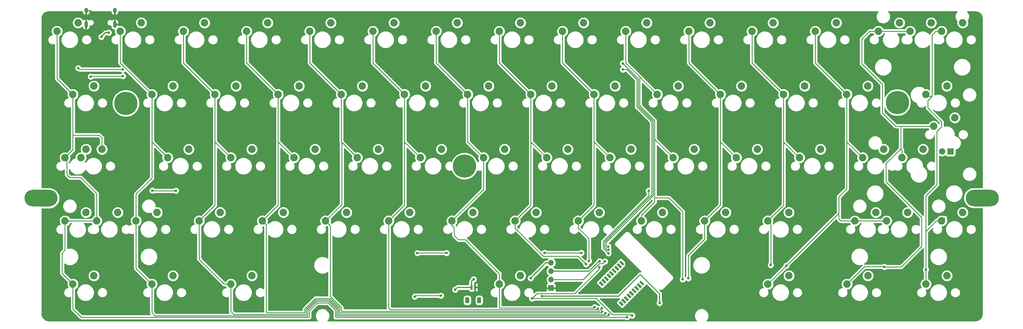
<source format=gtl>
%TF.GenerationSoftware,KiCad,Pcbnew,5.1.10*%
%TF.CreationDate,2021-06-02T20:29:12+02:00*%
%TF.ProjectId,ptm-60nrf,70746d2d-3630-46e7-9266-2e6b69636164,rev?*%
%TF.SameCoordinates,Original*%
%TF.FileFunction,Copper,L1,Top*%
%TF.FilePolarity,Positive*%
%FSLAX46Y46*%
G04 Gerber Fmt 4.6, Leading zero omitted, Abs format (unit mm)*
G04 Created by KiCad (PCBNEW 5.1.10) date 2021-06-02 20:29:12*
%MOMM*%
%LPD*%
G01*
G04 APERTURE LIST*
%TA.AperFunction,ComponentPad*%
%ADD10O,1.700000X1.700000*%
%TD*%
%TA.AperFunction,ComponentPad*%
%ADD11R,1.700000X1.700000*%
%TD*%
%TA.AperFunction,ComponentPad*%
%ADD12O,9.999980X5.001260*%
%TD*%
%TA.AperFunction,ComponentPad*%
%ADD13C,7.000240*%
%TD*%
%TA.AperFunction,ComponentPad*%
%ADD14C,2.250000*%
%TD*%
%TA.AperFunction,ComponentPad*%
%ADD15R,1.905000X1.905000*%
%TD*%
%TA.AperFunction,ComponentPad*%
%ADD16C,1.905000*%
%TD*%
%TA.AperFunction,ComponentPad*%
%ADD17C,0.100000*%
%TD*%
%TA.AperFunction,ComponentPad*%
%ADD18O,1.000000X2.100000*%
%TD*%
%TA.AperFunction,ComponentPad*%
%ADD19O,1.000000X1.600000*%
%TD*%
%TA.AperFunction,ViaPad*%
%ADD20C,0.800000*%
%TD*%
%TA.AperFunction,Conductor*%
%ADD21C,0.380000*%
%TD*%
%TA.AperFunction,Conductor*%
%ADD22C,0.250000*%
%TD*%
%TA.AperFunction,Conductor*%
%ADD23C,0.254000*%
%TD*%
%TA.AperFunction,Conductor*%
%ADD24C,0.100000*%
%TD*%
G04 APERTURE END LIST*
D10*
%TO.P,J4,4*%
%TO.N,VDD*%
X173430000Y-94540000D03*
%TO.P,J4,3*%
%TO.N,/SWDCLK*%
X173430000Y-97080000D03*
%TO.P,J4,2*%
%TO.N,Net-(J4-Pad2)*%
X173430000Y-99620000D03*
D11*
%TO.P,J4,1*%
%TO.N,GND*%
X173430000Y-102160000D03*
%TD*%
D12*
%TO.P,HOLE,1*%
%TO.N,N/C*%
X303440000Y-75000000D03*
%TD*%
D13*
%TO.P,HOLE,1*%
%TO.N,N/C*%
X277860000Y-46210000D03*
%TD*%
%TO.P,HOLE,1*%
%TO.N,N/C*%
X147360000Y-65380000D03*
%TD*%
%TO.P,HOLE,1*%
%TO.N,N/C*%
X45220000Y-46460000D03*
%TD*%
D12*
%TO.P,HOLE,1*%
%TO.N,N/C*%
X19650000Y-75070000D03*
%TD*%
D14*
%TO.P,MX66,2*%
%TO.N,Net-(D68-Pad2)*%
X164211000Y-98425000D03*
%TO.P,MX66,1*%
%TO.N,COL6*%
X157861000Y-100965000D03*
%TD*%
D15*
%TO.P,MX46,4*%
%TO.N,N/C*%
X293883054Y-60953542D03*
D16*
%TO.P,MX46,3*%
X291343054Y-60953542D03*
D14*
%TO.P,MX46,1*%
%TO.N,COL13*%
X288803054Y-53333542D03*
%TO.P,MX46,2*%
%TO.N,Net-(D47-Pad2)*%
X295153054Y-50793542D03*
%TD*%
%TO.P,MX48,2*%
%TO.N,Net-(D49-Pad2)*%
X42799250Y-79374500D03*
%TO.P,MX48,1*%
%TO.N,COL0*%
X36449250Y-81914500D03*
%TD*%
%TO.P,MX47,2*%
%TO.N,Net-(D49-Pad2)*%
X33249250Y-79374500D03*
%TO.P,MX47,1*%
%TO.N,COL0*%
X26899250Y-81914500D03*
%TD*%
%TO.P,MX69,2*%
%TO.N,Net-(D71-Pad2)*%
X292799500Y-98425000D03*
%TO.P,MX69,1*%
%TO.N,COL14*%
X286449500Y-100965000D03*
%TD*%
%TO.P,MX68,2*%
%TO.N,Net-(D70-Pad2)*%
X268986000Y-98425000D03*
%TO.P,MX68,1*%
%TO.N,COL13*%
X262636000Y-100965000D03*
%TD*%
%TO.P,MX67,2*%
%TO.N,Net-(D69-Pad2)*%
X245172500Y-98425000D03*
%TO.P,MX67,1*%
%TO.N,COL12*%
X238822500Y-100965000D03*
%TD*%
%TO.P,MX65,2*%
%TO.N,Net-(D67-Pad2)*%
X83247500Y-98424500D03*
%TO.P,MX65,1*%
%TO.N,COL2*%
X76897500Y-100964500D03*
%TD*%
%TO.P,MX64,2*%
%TO.N,Net-(D66-Pad2)*%
X59436000Y-98425000D03*
%TO.P,MX64,1*%
%TO.N,COL1*%
X53086000Y-100965000D03*
%TD*%
%TO.P,MX63,2*%
%TO.N,Net-(D65-Pad2)*%
X35624250Y-98424500D03*
%TO.P,MX63,1*%
%TO.N,COL0*%
X29274250Y-100964500D03*
%TD*%
%TO.P,MX62,2*%
%TO.N,Net-(D64-Pad2)*%
X297561000Y-79375000D03*
%TO.P,MX62,1*%
%TO.N,COL14*%
X291211000Y-81915000D03*
%TD*%
%TO.P,MX61,2*%
%TO.N,Net-(D62-Pad2)*%
X280924000Y-79375000D03*
%TO.P,MX61,1*%
%TO.N,COL12*%
X274574000Y-81915000D03*
%TD*%
%TO.P,MX60,2*%
%TO.N,Net-(D62-Pad2)*%
X271399000Y-79375000D03*
%TO.P,MX60,1*%
%TO.N,COL12*%
X265049000Y-81915000D03*
%TD*%
%TO.P,MX59,2*%
%TO.N,Net-(D61-Pad2)*%
X245153054Y-79368542D03*
%TO.P,MX59,1*%
%TO.N,COL11*%
X238803054Y-81908542D03*
%TD*%
%TO.P,MX58,2*%
%TO.N,Net-(D60-Pad2)*%
X226103054Y-79368542D03*
%TO.P,MX58,1*%
%TO.N,COL10*%
X219753054Y-81908542D03*
%TD*%
%TO.P,MX57,2*%
%TO.N,Net-(D59-Pad2)*%
X207053054Y-79368542D03*
%TO.P,MX57,1*%
%TO.N,COL9*%
X200703054Y-81908542D03*
%TD*%
%TO.P,MX56,2*%
%TO.N,Net-(D58-Pad2)*%
X188003054Y-79368542D03*
%TO.P,MX56,1*%
%TO.N,COL8*%
X181653054Y-81908542D03*
%TD*%
%TO.P,MX55,2*%
%TO.N,Net-(D57-Pad2)*%
X168953054Y-79368542D03*
%TO.P,MX55,1*%
%TO.N,COL7*%
X162603054Y-81908542D03*
%TD*%
%TO.P,MX54,2*%
%TO.N,Net-(D56-Pad2)*%
X149903054Y-79368542D03*
%TO.P,MX54,1*%
%TO.N,COL6*%
X143553054Y-81908542D03*
%TD*%
%TO.P,MX53,2*%
%TO.N,Net-(D55-Pad2)*%
X130853054Y-79368542D03*
%TO.P,MX53,1*%
%TO.N,COL5*%
X124503054Y-81908542D03*
%TD*%
%TO.P,MX52,2*%
%TO.N,Net-(D54-Pad2)*%
X111803054Y-79368542D03*
%TO.P,MX52,1*%
%TO.N,COL4*%
X105453054Y-81908542D03*
%TD*%
%TO.P,MX51,2*%
%TO.N,Net-(D53-Pad2)*%
X92753054Y-79368542D03*
%TO.P,MX51,1*%
%TO.N,COL3*%
X86403054Y-81908542D03*
%TD*%
%TO.P,MX50,2*%
%TO.N,Net-(D52-Pad2)*%
X73703054Y-79368542D03*
%TO.P,MX50,1*%
%TO.N,COL2*%
X67353054Y-81908542D03*
%TD*%
%TO.P,MX49,2*%
%TO.N,Net-(D51-Pad2)*%
X54673500Y-79375000D03*
%TO.P,MX49,1*%
%TO.N,COL1*%
X48323500Y-81915000D03*
%TD*%
%TO.P,MX45,2*%
%TO.N,Net-(D47-Pad2)*%
X285603054Y-60318542D03*
%TO.P,MX45,1*%
%TO.N,COL13*%
X279253054Y-62858542D03*
%TD*%
%TO.P,MX44,2*%
%TO.N,Net-(D46-Pad2)*%
X273728054Y-60318542D03*
%TO.P,MX44,1*%
%TO.N,COL12*%
X267378054Y-62858542D03*
%TD*%
%TO.P,MX43,2*%
%TO.N,Net-(D45-Pad2)*%
X254678054Y-60318542D03*
%TO.P,MX43,1*%
%TO.N,COL11*%
X248328054Y-62858542D03*
%TD*%
%TO.P,MX42,2*%
%TO.N,Net-(D44-Pad2)*%
X235628054Y-60318542D03*
%TO.P,MX42,1*%
%TO.N,COL10*%
X229278054Y-62858542D03*
%TD*%
%TO.P,MX41,2*%
%TO.N,Net-(D43-Pad2)*%
X216578054Y-60318542D03*
%TO.P,MX41,1*%
%TO.N,COL9*%
X210228054Y-62858542D03*
%TD*%
%TO.P,MX40,2*%
%TO.N,Net-(D42-Pad2)*%
X197528054Y-60318542D03*
%TO.P,MX40,1*%
%TO.N,COL8*%
X191178054Y-62858542D03*
%TD*%
%TO.P,MX39,2*%
%TO.N,Net-(D41-Pad2)*%
X178478054Y-60318542D03*
%TO.P,MX39,1*%
%TO.N,COL7*%
X172128054Y-62858542D03*
%TD*%
%TO.P,MX38,2*%
%TO.N,Net-(D40-Pad2)*%
X159428054Y-60318542D03*
%TO.P,MX38,1*%
%TO.N,COL6*%
X153078054Y-62858542D03*
%TD*%
%TO.P,MX37,2*%
%TO.N,Net-(D39-Pad2)*%
X140378054Y-60318542D03*
%TO.P,MX37,1*%
%TO.N,COL5*%
X134028054Y-62858542D03*
%TD*%
%TO.P,MX36,2*%
%TO.N,Net-(D38-Pad2)*%
X121328054Y-60318542D03*
%TO.P,MX36,1*%
%TO.N,COL4*%
X114978054Y-62858542D03*
%TD*%
%TO.P,MX35,2*%
%TO.N,Net-(D37-Pad2)*%
X102278054Y-60318542D03*
%TO.P,MX35,1*%
%TO.N,COL3*%
X95928054Y-62858542D03*
%TD*%
%TO.P,MX34,2*%
%TO.N,Net-(D36-Pad2)*%
X83228054Y-60318542D03*
%TO.P,MX34,1*%
%TO.N,COL2*%
X76878054Y-62858542D03*
%TD*%
%TO.P,MX33,2*%
%TO.N,Net-(D35-Pad2)*%
X64198500Y-60325000D03*
%TO.P,MX33,1*%
%TO.N,COL1*%
X57848500Y-62865000D03*
%TD*%
%TO.P,MX32,2*%
%TO.N,COL0*%
X38018000Y-60324500D03*
%TO.P,MX32,1*%
%TO.N,Net-(D33-Pad2)*%
X31668000Y-62864500D03*
%TD*%
%TO.P,MX31,2*%
%TO.N,Net-(D33-Pad2)*%
X33249250Y-60324500D03*
%TO.P,MX31,1*%
%TO.N,COL0*%
X26899250Y-62864500D03*
%TD*%
%TO.P,MX30,2*%
%TO.N,Net-(D32-Pad2)*%
X292765554Y-41268542D03*
%TO.P,MX30,1*%
%TO.N,COL14*%
X286415554Y-43808542D03*
%TD*%
%TO.P,MX29,2*%
%TO.N,Net-(D31-Pad2)*%
X268965554Y-41268542D03*
%TO.P,MX29,1*%
%TO.N,COL12*%
X262615554Y-43808542D03*
%TD*%
%TO.P,MX28,2*%
%TO.N,Net-(D30-Pad2)*%
X249915554Y-41268542D03*
%TO.P,MX28,1*%
%TO.N,COL11*%
X243565554Y-43808542D03*
%TD*%
%TO.P,MX27,2*%
%TO.N,Net-(D29-Pad2)*%
X230865554Y-41268542D03*
%TO.P,MX27,1*%
%TO.N,COL10*%
X224515554Y-43808542D03*
%TD*%
%TO.P,MX26,2*%
%TO.N,Net-(D28-Pad2)*%
X211815554Y-41268542D03*
%TO.P,MX26,1*%
%TO.N,COL9*%
X205465554Y-43808542D03*
%TD*%
%TO.P,MX25,2*%
%TO.N,Net-(D27-Pad2)*%
X192765554Y-41268542D03*
%TO.P,MX25,1*%
%TO.N,COL8*%
X186415554Y-43808542D03*
%TD*%
%TO.P,MX24,2*%
%TO.N,Net-(D26-Pad2)*%
X173715554Y-41268542D03*
%TO.P,MX24,1*%
%TO.N,COL7*%
X167365554Y-43808542D03*
%TD*%
%TO.P,MX23,2*%
%TO.N,Net-(D25-Pad2)*%
X154665554Y-41268542D03*
%TO.P,MX23,1*%
%TO.N,COL6*%
X148315554Y-43808542D03*
%TD*%
%TO.P,MX22,2*%
%TO.N,Net-(D24-Pad2)*%
X135615554Y-41268542D03*
%TO.P,MX22,1*%
%TO.N,COL5*%
X129265554Y-43808542D03*
%TD*%
%TO.P,MX21,2*%
%TO.N,Net-(D23-Pad2)*%
X116565554Y-41268542D03*
%TO.P,MX21,1*%
%TO.N,COL4*%
X110215554Y-43808542D03*
%TD*%
%TO.P,MX20,2*%
%TO.N,Net-(D22-Pad2)*%
X97515554Y-41268542D03*
%TO.P,MX20,1*%
%TO.N,COL3*%
X91165554Y-43808542D03*
%TD*%
%TO.P,MX19,2*%
%TO.N,Net-(D21-Pad2)*%
X78465554Y-41268542D03*
%TO.P,MX19,1*%
%TO.N,COL2*%
X72115554Y-43808542D03*
%TD*%
%TO.P,MX18,2*%
%TO.N,Net-(D20-Pad2)*%
X59436000Y-41275000D03*
%TO.P,MX18,1*%
%TO.N,COL1*%
X53086000Y-43815000D03*
%TD*%
%TO.P,MX17,2*%
%TO.N,Net-(D19-Pad2)*%
X35624250Y-41274500D03*
%TO.P,MX17,1*%
%TO.N,COL0*%
X29274250Y-43814500D03*
%TD*%
%TO.P,MX16,2*%
%TO.N,Net-(D18-Pad2)*%
X297561000Y-22225000D03*
%TO.P,MX16,1*%
%TO.N,COL14*%
X291211000Y-24765000D03*
%TD*%
%TO.P,MX15,2*%
%TO.N,Net-(D16-Pad2)*%
X288036000Y-22225000D03*
%TO.P,MX15,1*%
%TO.N,COL13*%
X281686000Y-24765000D03*
%TD*%
%TO.P,MX14,2*%
%TO.N,Net-(D16-Pad2)*%
X278511000Y-22225000D03*
%TO.P,MX14,1*%
%TO.N,COL13*%
X272161000Y-24765000D03*
%TD*%
%TO.P,MX13,2*%
%TO.N,Net-(D15-Pad2)*%
X259461000Y-22225000D03*
%TO.P,MX13,1*%
%TO.N,COL12*%
X253111000Y-24765000D03*
%TD*%
%TO.P,MX12,2*%
%TO.N,Net-(D14-Pad2)*%
X240411000Y-22225000D03*
%TO.P,MX12,1*%
%TO.N,COL11*%
X234061000Y-24765000D03*
%TD*%
%TO.P,MX11,2*%
%TO.N,Net-(D13-Pad2)*%
X221361000Y-22225000D03*
%TO.P,MX11,1*%
%TO.N,COL10*%
X215011000Y-24765000D03*
%TD*%
%TO.P,MX10,2*%
%TO.N,Net-(D12-Pad2)*%
X202311000Y-22225000D03*
%TO.P,MX10,1*%
%TO.N,COL9*%
X195961000Y-24765000D03*
%TD*%
%TO.P,MX9,2*%
%TO.N,Net-(D11-Pad2)*%
X183261000Y-22225000D03*
%TO.P,MX9,1*%
%TO.N,COL8*%
X176911000Y-24765000D03*
%TD*%
%TO.P,MX8,2*%
%TO.N,Net-(D10-Pad2)*%
X164211000Y-22225000D03*
%TO.P,MX8,1*%
%TO.N,COL7*%
X157861000Y-24765000D03*
%TD*%
%TO.P,MX7,2*%
%TO.N,Net-(D9-Pad2)*%
X145161000Y-22225000D03*
%TO.P,MX7,1*%
%TO.N,COL6*%
X138811000Y-24765000D03*
%TD*%
%TO.P,MX6,2*%
%TO.N,Net-(D8-Pad2)*%
X126111000Y-22225000D03*
%TO.P,MX6,1*%
%TO.N,COL5*%
X119761000Y-24765000D03*
%TD*%
%TO.P,MX5,2*%
%TO.N,Net-(D7-Pad2)*%
X107061000Y-22225000D03*
%TO.P,MX5,1*%
%TO.N,COL4*%
X100711000Y-24765000D03*
%TD*%
%TO.P,MX4,2*%
%TO.N,Net-(D6-Pad2)*%
X88011000Y-22225000D03*
%TO.P,MX4,1*%
%TO.N,COL3*%
X81661000Y-24765000D03*
%TD*%
%TO.P,MX3,2*%
%TO.N,Net-(D5-Pad2)*%
X68961000Y-22225000D03*
%TO.P,MX3,1*%
%TO.N,COL2*%
X62611000Y-24765000D03*
%TD*%
%TO.P,MX2,2*%
%TO.N,Net-(D4-Pad2)*%
X49911000Y-22225000D03*
%TO.P,MX2,1*%
%TO.N,COL1*%
X43561000Y-24765000D03*
%TD*%
%TO.P,MX1,2*%
%TO.N,Net-(D3-Pad2)*%
X30861000Y-22225000D03*
%TO.P,MX1,1*%
%TO.N,COL0*%
X24511000Y-24765000D03*
%TD*%
%TA.AperFunction,ComponentPad*%
D17*
%TO.P,U3,55*%
%TO.N,Net-(U3-Pad55)*%
G36*
X187786827Y-100527134D02*
G01*
X188281802Y-100032159D01*
X189359433Y-101109790D01*
X188864458Y-101604765D01*
X187786827Y-100527134D01*
G37*
%TD.AperFunction*%
%TA.AperFunction,ComponentPad*%
%TO.P,U3,54*%
%TO.N,Net-(U3-Pad54)*%
G36*
X188564645Y-99749317D02*
G01*
X189059620Y-99254342D01*
X190137251Y-100331973D01*
X189642276Y-100826948D01*
X188564645Y-99749317D01*
G37*
%TD.AperFunction*%
%TA.AperFunction,ComponentPad*%
%TO.P,U3,53*%
%TO.N,Net-(U3-Pad53)*%
G36*
X189342462Y-98971499D02*
G01*
X189837437Y-98476524D01*
X190915068Y-99554155D01*
X190420093Y-100049130D01*
X189342462Y-98971499D01*
G37*
%TD.AperFunction*%
%TA.AperFunction,ComponentPad*%
%TO.P,U3,52*%
%TO.N,Net-(U3-Pad52)*%
G36*
X190120280Y-98193682D02*
G01*
X190615255Y-97698707D01*
X191692886Y-98776338D01*
X191197911Y-99271313D01*
X190120280Y-98193682D01*
G37*
%TD.AperFunction*%
%TA.AperFunction,ComponentPad*%
%TO.P,U3,51*%
%TO.N,Net-(U3-Pad51)*%
G36*
X190898097Y-97415864D02*
G01*
X191393072Y-96920889D01*
X192470703Y-97998520D01*
X191975728Y-98493495D01*
X190898097Y-97415864D01*
G37*
%TD.AperFunction*%
%TA.AperFunction,ComponentPad*%
%TO.P,U3,50*%
%TO.N,Net-(U3-Pad50)*%
G36*
X191675915Y-96638047D02*
G01*
X192170890Y-96143072D01*
X193248521Y-97220703D01*
X192753546Y-97715678D01*
X191675915Y-96638047D01*
G37*
%TD.AperFunction*%
%TA.AperFunction,ComponentPad*%
%TO.P,U3,49*%
%TO.N,Net-(U3-Pad49)*%
G36*
X192453732Y-95860229D02*
G01*
X192948707Y-95365254D01*
X194026338Y-96442885D01*
X193531363Y-96937860D01*
X192453732Y-95860229D01*
G37*
%TD.AperFunction*%
%TA.AperFunction,ComponentPad*%
%TO.P,U3,48*%
%TO.N,Net-(U3-Pad48)*%
G36*
X193231549Y-95082412D02*
G01*
X193726524Y-94587437D01*
X194804155Y-95665068D01*
X194309180Y-96160043D01*
X193231549Y-95082412D01*
G37*
%TD.AperFunction*%
%TA.AperFunction,ComponentPad*%
%TO.P,U3,47*%
%TO.N,Net-(U3-Pad47)*%
G36*
X194009367Y-94304594D02*
G01*
X194504342Y-93809619D01*
X195581973Y-94887250D01*
X195086998Y-95382225D01*
X194009367Y-94304594D01*
G37*
%TD.AperFunction*%
%TA.AperFunction,ComponentPad*%
%TO.P,U3,46*%
%TO.N,Net-(U3-Pad46)*%
G36*
X193797235Y-106537542D02*
G01*
X194292210Y-106042567D01*
X195369841Y-107120198D01*
X194874866Y-107615173D01*
X193797235Y-106537542D01*
G37*
%TD.AperFunction*%
%TA.AperFunction,ComponentPad*%
%TO.P,U3,45*%
%TO.N,Net-(U3-Pad45)*%
G36*
X194575052Y-105759724D02*
G01*
X195070027Y-105264749D01*
X196147658Y-106342380D01*
X195652683Y-106837355D01*
X194575052Y-105759724D01*
G37*
%TD.AperFunction*%
%TA.AperFunction,ComponentPad*%
%TO.P,U3,44*%
%TO.N,N/C*%
G36*
X195352870Y-104981907D02*
G01*
X195847845Y-104486932D01*
X196925476Y-105564563D01*
X196430501Y-106059538D01*
X195352870Y-104981907D01*
G37*
%TD.AperFunction*%
%TA.AperFunction,ComponentPad*%
%TO.P,U3,43*%
%TO.N,Net-(U3-Pad43)*%
G36*
X196130687Y-104204089D02*
G01*
X196625662Y-103709114D01*
X197703293Y-104786745D01*
X197208318Y-105281720D01*
X196130687Y-104204089D01*
G37*
%TD.AperFunction*%
%TA.AperFunction,ComponentPad*%
%TO.P,U3,42*%
%TO.N,Net-(U3-Pad42)*%
G36*
X196908505Y-103426272D02*
G01*
X197403480Y-102931297D01*
X198481111Y-104008928D01*
X197986136Y-104503903D01*
X196908505Y-103426272D01*
G37*
%TD.AperFunction*%
%TA.AperFunction,ComponentPad*%
%TO.P,U3,41*%
%TO.N,Net-(U3-Pad41)*%
G36*
X197686322Y-102648454D02*
G01*
X198181297Y-102153479D01*
X199258928Y-103231110D01*
X198763953Y-103726085D01*
X197686322Y-102648454D01*
G37*
%TD.AperFunction*%
%TA.AperFunction,ComponentPad*%
%TO.P,U3,40*%
%TO.N,Net-(U3-Pad40)*%
G36*
X198464140Y-101870637D02*
G01*
X198959115Y-101375662D01*
X200036746Y-102453293D01*
X199541771Y-102948268D01*
X198464140Y-101870637D01*
G37*
%TD.AperFunction*%
%TA.AperFunction,ComponentPad*%
%TO.P,U3,39*%
%TO.N,Net-(U3-Pad39)*%
G36*
X199241957Y-101092820D02*
G01*
X199736932Y-100597845D01*
X200814563Y-101675476D01*
X200319588Y-102170451D01*
X199241957Y-101092820D01*
G37*
%TD.AperFunction*%
%TA.AperFunction,ComponentPad*%
%TO.P,U3,38*%
%TO.N,Net-(U3-Pad38)*%
G36*
X200019775Y-100315002D02*
G01*
X200514750Y-99820027D01*
X201592381Y-100897658D01*
X201097406Y-101392633D01*
X200019775Y-100315002D01*
G37*
%TD.AperFunction*%
%TD*%
%TO.P,J2,MP*%
%TO.N,N/C*%
%TA.AperFunction,SMDPad,CuDef*%
G36*
G01*
X151180000Y-106465001D02*
X151180000Y-105164999D01*
G75*
G02*
X151429999Y-104915000I249999J0D01*
G01*
X152130001Y-104915000D01*
G75*
G02*
X152380000Y-105164999I0J-249999D01*
G01*
X152380000Y-106465001D01*
G75*
G02*
X152130001Y-106715000I-249999J0D01*
G01*
X151429999Y-106715000D01*
G75*
G02*
X151180000Y-106465001I0J249999D01*
G01*
G37*
%TD.AperFunction*%
%TA.AperFunction,SMDPad,CuDef*%
G36*
G01*
X147580000Y-106465001D02*
X147580000Y-105164999D01*
G75*
G02*
X147829999Y-104915000I249999J0D01*
G01*
X148530001Y-104915000D01*
G75*
G02*
X148780000Y-105164999I0J-249999D01*
G01*
X148780000Y-106465001D01*
G75*
G02*
X148530001Y-106715000I-249999J0D01*
G01*
X147829999Y-106715000D01*
G75*
G02*
X147580000Y-106465001I0J249999D01*
G01*
G37*
%TD.AperFunction*%
%TO.P,J2,2*%
%TO.N,GND*%
%TA.AperFunction,SMDPad,CuDef*%
G36*
G01*
X150180000Y-102565000D02*
X150180000Y-101315000D01*
G75*
G02*
X150330000Y-101165000I150000J0D01*
G01*
X150630000Y-101165000D01*
G75*
G02*
X150780000Y-101315000I0J-150000D01*
G01*
X150780000Y-102565000D01*
G75*
G02*
X150630000Y-102715000I-150000J0D01*
G01*
X150330000Y-102715000D01*
G75*
G02*
X150180000Y-102565000I0J150000D01*
G01*
G37*
%TD.AperFunction*%
%TO.P,J2,1*%
%TO.N,VBAT*%
%TA.AperFunction,SMDPad,CuDef*%
G36*
G01*
X149180000Y-102565000D02*
X149180000Y-101315000D01*
G75*
G02*
X149330000Y-101165000I150000J0D01*
G01*
X149630000Y-101165000D01*
G75*
G02*
X149780000Y-101315000I0J-150000D01*
G01*
X149780000Y-102565000D01*
G75*
G02*
X149630000Y-102715000I-150000J0D01*
G01*
X149330000Y-102715000D01*
G75*
G02*
X149180000Y-102565000I0J150000D01*
G01*
G37*
%TD.AperFunction*%
%TD*%
D18*
%TO.P,J1,S1*%
%TO.N,GND*%
X41912000Y-22688000D03*
X33272000Y-22688000D03*
D19*
X33272000Y-18508000D03*
X41912000Y-18508000D03*
%TD*%
D20*
%TO.N,VBUS*%
X37846000Y-26416000D03*
X40067000Y-25190000D03*
%TO.N,GND*%
X151638000Y-99822000D03*
X182070000Y-103640000D03*
X193419990Y-90290000D03*
X34170000Y-33320000D03*
X37830000Y-33320000D03*
X37846000Y-31707000D03*
X41650000Y-33330000D03*
X118770000Y-81280000D03*
X136310000Y-81520000D03*
X140210000Y-81430000D03*
X156880000Y-81340000D03*
X99680000Y-81350000D03*
X80620000Y-81350000D03*
X228360000Y-103920000D03*
X256950000Y-103090000D03*
X42640000Y-67350000D03*
X287400000Y-50660000D03*
X285480000Y-36810000D03*
X207690000Y-87330000D03*
X282320000Y-57150000D03*
X144900000Y-93680000D03*
X143490000Y-99580000D03*
X160370000Y-98150000D03*
%TO.N,ROW0*%
X44290000Y-36260000D03*
X30870000Y-35860000D03*
X195072500Y-34442500D03*
X190668734Y-89643005D03*
%TO.N,ROW1*%
X190736045Y-90640739D03*
X44330000Y-38260000D03*
X34630000Y-38410000D03*
X195092500Y-36292500D03*
%TO.N,ROW2*%
X60340000Y-72800000D03*
X202857500Y-72797500D03*
X53230000Y-72760000D03*
X190750000Y-91680000D03*
%TO.N,ROW3*%
X182570000Y-91540000D03*
X171470000Y-91510000D03*
X141940000Y-91570000D03*
X133150000Y-91600000D03*
%TO.N,ROW4*%
X187990000Y-95840000D03*
X167710000Y-105290000D03*
X197930001Y-110432167D03*
X140210000Y-104429511D03*
X132375499Y-104704501D03*
%TO.N,VBAT*%
X144526000Y-102616000D03*
X170730000Y-104550000D03*
X206150000Y-106650000D03*
X150114000Y-99478000D03*
%TO.N,/SWDCLK*%
X188047208Y-94070000D03*
%TO.N,COL0*%
X196340000Y-110890000D03*
%TO.N,COL1*%
X190860000Y-110165000D03*
%TO.N,COL2*%
X189862331Y-109714990D03*
%TO.N,COL3*%
X188862328Y-109250030D03*
%TO.N,COL4*%
X188772477Y-108254073D03*
%TO.N,COL5*%
X187585622Y-108350010D03*
%TO.N,COL6*%
X186580000Y-107900000D03*
%TO.N,COL7*%
X183990000Y-94960000D03*
%TO.N,COL8*%
X184830000Y-93980000D03*
%TO.N,COL9*%
X213120000Y-99500000D03*
%TO.N,COL10*%
X214850000Y-99200000D03*
%TO.N,COL11*%
X239655937Y-95215937D03*
%TO.N,COL12*%
X244383750Y-95403750D03*
%TO.N,COL13*%
X273932501Y-95762501D03*
%TO.N,COL14*%
X286449500Y-96579500D03*
%TO.N,VDD*%
X167300000Y-99140000D03*
%TO.N,Net-(J4-Pad2)*%
X189680000Y-94120000D03*
%TD*%
D21*
%TO.N,VBUS*%
X39072000Y-25190000D02*
X37846000Y-26416000D01*
X40067000Y-25190000D02*
X39072000Y-25190000D01*
%TO.N,GND*%
X182070000Y-103640000D02*
X189080000Y-103640000D01*
X195971983Y-96748017D02*
X195971983Y-92841993D01*
X195971983Y-92841993D02*
X193419990Y-90290000D01*
X189080000Y-103640000D02*
X195971983Y-96748017D01*
X34170000Y-33320000D02*
X37830000Y-33320000D01*
X41640000Y-33320000D02*
X41650000Y-33330000D01*
X37830000Y-33320000D02*
X41640000Y-33320000D01*
X150480000Y-100980000D02*
X151638000Y-99822000D01*
X150480000Y-101940000D02*
X150480000Y-100980000D01*
X34630010Y-18570010D02*
X33272000Y-18570010D01*
X36592000Y-20532000D02*
X34630010Y-18570010D01*
X41912000Y-20532000D02*
X36592000Y-20532000D01*
X41912000Y-22688000D02*
X41912000Y-20532000D01*
X41912000Y-20532000D02*
X41912000Y-18570010D01*
D22*
%TO.N,ROW0*%
X44290000Y-36260000D02*
X33850000Y-36260000D01*
X31270000Y-36260000D02*
X30870000Y-35860000D01*
X33850000Y-36260000D02*
X31270000Y-36260000D01*
X199740000Y-39110000D02*
X195072500Y-34442500D01*
X199740000Y-47350000D02*
X199740000Y-39110000D01*
X204240000Y-51850000D02*
X199740000Y-47350000D01*
X190040020Y-88442800D02*
X204240000Y-74242820D01*
X190040020Y-89580020D02*
X190040020Y-88442800D01*
X190103005Y-89643005D02*
X190040020Y-89580020D01*
X204240000Y-74242820D02*
X204240000Y-74180000D01*
X190668734Y-89643005D02*
X190103005Y-89643005D01*
X204240000Y-74180000D02*
X204240000Y-51850000D01*
%TO.N,ROW1*%
X34780000Y-38260000D02*
X34630000Y-38410000D01*
X44330000Y-38260000D02*
X34780000Y-38260000D01*
X196286090Y-36292500D02*
X195092500Y-36292500D01*
X190347149Y-90640739D02*
X189590010Y-89883600D01*
X189590010Y-89883600D02*
X189590010Y-88256400D01*
X190736045Y-90640739D02*
X190347149Y-90640739D01*
X203307509Y-74532491D02*
X203789990Y-74050010D01*
X189590010Y-88256400D02*
X203307509Y-74538901D01*
X199289990Y-39296400D02*
X196286090Y-36292500D01*
X203789990Y-74050010D02*
X203789990Y-52036400D01*
X203789990Y-52036400D02*
X199289990Y-47536400D01*
X203307509Y-74538901D02*
X203307509Y-74532491D01*
X199289990Y-47536400D02*
X199289990Y-39296400D01*
%TO.N,ROW2*%
X53270000Y-72800000D02*
X53230000Y-72760000D01*
X60340000Y-72800000D02*
X53270000Y-72800000D01*
X190750000Y-91680000D02*
X189140000Y-90070000D01*
X189140000Y-90070000D02*
X189140000Y-88070000D01*
X202857500Y-74352500D02*
X202857500Y-72797500D01*
X189140000Y-88070000D02*
X202857500Y-74352500D01*
%TO.N,ROW3*%
X171500000Y-91540000D02*
X171470000Y-91510000D01*
X182570000Y-91540000D02*
X171500000Y-91540000D01*
X133180000Y-91570000D02*
X133150000Y-91600000D01*
X141940000Y-91570000D02*
X133180000Y-91570000D01*
%TO.N,ROW4*%
X169208999Y-103791001D02*
X167710000Y-105290000D01*
X187990000Y-96405685D02*
X180604684Y-103791001D01*
X180604684Y-103791001D02*
X169208999Y-103791001D01*
X187990000Y-95840000D02*
X187990000Y-96405685D01*
X191933001Y-110164999D02*
X187058002Y-105290000D01*
X197094999Y-110164999D02*
X191933001Y-110164999D01*
X187058002Y-105290000D02*
X167710000Y-105290000D01*
X197662833Y-110164999D02*
X197930001Y-110432167D01*
X197094999Y-110164999D02*
X197662833Y-110164999D01*
X132650489Y-104429511D02*
X132375499Y-104704501D01*
X140210000Y-104429511D02*
X132650489Y-104429511D01*
D21*
%TO.N,VBAT*%
X201680017Y-99400017D02*
X200340000Y-98060000D01*
X201680017Y-99430017D02*
X201680017Y-99400017D01*
X200340000Y-98060000D02*
X193850000Y-104550000D01*
X206150000Y-103900000D02*
X201680017Y-99430017D01*
X206150000Y-106650000D02*
X206150000Y-103900000D01*
X193850000Y-104550000D02*
X170730000Y-104550000D01*
X149480000Y-100112000D02*
X150114000Y-99478000D01*
X149480000Y-101940000D02*
X149480000Y-100112000D01*
X145202000Y-101940000D02*
X144526000Y-102616000D01*
X149480000Y-101940000D02*
X145202000Y-101940000D01*
%TO.N,/SWDCLK*%
X188047208Y-94070000D02*
X187940000Y-94070000D01*
X184930000Y-97080000D02*
X173430000Y-97080000D01*
X187940000Y-94070000D02*
X184930000Y-97080000D01*
D22*
%TO.N,COL0*%
X24511000Y-39051250D02*
X29274250Y-43814500D01*
X24511000Y-24765000D02*
X24511000Y-39051250D01*
X29274250Y-60489500D02*
X26899250Y-62864500D01*
X29293000Y-60489500D02*
X29274250Y-60489500D01*
X26503999Y-81519249D02*
X26899250Y-81914500D01*
X26899250Y-81914500D02*
X36449250Y-81914500D01*
X26034099Y-97724349D02*
X29274250Y-100964500D01*
X26034099Y-91596427D02*
X26034099Y-97724349D01*
X26899250Y-90731276D02*
X26034099Y-91596427D01*
X26899250Y-81914500D02*
X26899250Y-90731276D01*
X27490000Y-68020000D02*
X27490000Y-63455250D01*
X28330000Y-68860000D02*
X27490000Y-68020000D01*
X31660000Y-68860000D02*
X28330000Y-68860000D01*
X36449250Y-73649250D02*
X31660000Y-68860000D01*
X27490000Y-63455250D02*
X26899250Y-62864500D01*
X36449250Y-81914500D02*
X36449250Y-73649250D01*
X38018000Y-60324500D02*
X38018000Y-56842000D01*
X37230250Y-56054250D02*
X29274250Y-56054250D01*
X38018000Y-56842000D02*
X37230250Y-56054250D01*
X29274250Y-56054250D02*
X29274250Y-60489500D01*
X29274250Y-43814500D02*
X29274250Y-56054250D01*
X196290000Y-110940000D02*
X196340000Y-110890000D01*
X108440000Y-108780364D02*
X108440000Y-110940000D01*
X106244626Y-106584990D02*
X108440000Y-108780364D01*
X102935374Y-106584990D02*
X106244626Y-106584990D01*
X100490000Y-109030364D02*
X102935374Y-106584990D01*
X100490000Y-110940000D02*
X100490000Y-109030364D01*
X31785010Y-110940000D02*
X100490000Y-110940000D01*
X29274250Y-108429240D02*
X31785010Y-110940000D01*
X108440000Y-110940000D02*
X196290000Y-110940000D01*
X29274250Y-100964500D02*
X29274250Y-108429240D01*
%TO.N,COL1*%
X43561000Y-34290000D02*
X53086000Y-43815000D01*
X43561000Y-24765000D02*
X43561000Y-34290000D01*
X48323500Y-96202500D02*
X53086000Y-100965000D01*
X48323500Y-81915000D02*
X48323500Y-96202500D01*
X48323500Y-81915000D02*
X48323500Y-73776500D01*
X53086000Y-69014000D02*
X48323500Y-73776500D01*
X190535010Y-110489990D02*
X190860000Y-110165000D01*
X108890010Y-108593964D02*
X108890010Y-110489990D01*
X106431027Y-106134981D02*
X108890010Y-108593964D01*
X102748974Y-106134980D02*
X106431027Y-106134981D01*
X100039990Y-110489990D02*
X100039991Y-108843963D01*
X100039991Y-108843963D02*
X102748974Y-106134980D01*
X53980000Y-110489990D02*
X100039990Y-110489990D01*
X53086000Y-109595990D02*
X53980000Y-110489990D01*
X108890010Y-110489990D02*
X190535010Y-110489990D01*
X53086000Y-100965000D02*
X53086000Y-109595990D01*
X53086000Y-58102500D02*
X53086000Y-57724000D01*
X57848500Y-62865000D02*
X53086000Y-58102500D01*
X53086000Y-57724000D02*
X53086000Y-69014000D01*
X53086000Y-43815000D02*
X53086000Y-57724000D01*
%TO.N,COL2*%
X62611000Y-34303988D02*
X72115554Y-43808542D01*
X62611000Y-24765000D02*
X62611000Y-34303988D01*
X72115554Y-58096042D02*
X76878054Y-62858542D01*
X72115554Y-43808542D02*
X72115554Y-58096042D01*
X72115554Y-77146042D02*
X67353054Y-81908542D01*
X72115554Y-58096042D02*
X72115554Y-77146042D01*
X74863502Y-100964500D02*
X76897500Y-100964500D01*
X67353054Y-93454052D02*
X74863502Y-100964500D01*
X67353054Y-81908542D02*
X67353054Y-93454052D01*
X189537341Y-110039980D02*
X189862331Y-109714990D01*
X109340020Y-110039980D02*
X189537341Y-110039980D01*
X109340020Y-108407564D02*
X109340020Y-110039980D01*
X106617428Y-105684972D02*
X109340020Y-108407564D01*
X99589982Y-108657562D02*
X102562575Y-105684971D01*
X102562575Y-105684971D02*
X106617428Y-105684972D01*
X99570020Y-110039980D02*
X99589982Y-110020018D01*
X77780000Y-110039980D02*
X99570020Y-110039980D01*
X76897500Y-109157480D02*
X77780000Y-110039980D01*
X99589982Y-110020018D02*
X99589982Y-108657562D01*
X76897500Y-100964500D02*
X76897500Y-109157480D01*
%TO.N,COL3*%
X81661000Y-34303988D02*
X91165554Y-43808542D01*
X81661000Y-24765000D02*
X81661000Y-34303988D01*
X91165554Y-58096042D02*
X95928054Y-62858542D01*
X91165554Y-43808542D02*
X91165554Y-58096042D01*
X91165554Y-77146042D02*
X86403054Y-81908542D01*
X91165554Y-58096042D02*
X91165554Y-77146042D01*
X188862328Y-109307672D02*
X188862328Y-109250030D01*
X99139972Y-109560028D02*
X99139973Y-108471161D01*
X188580030Y-109589970D02*
X188862328Y-109307672D01*
X87528053Y-83033541D02*
X87528053Y-109291947D01*
X87826076Y-109589970D02*
X99130030Y-109589970D01*
X109790030Y-108221164D02*
X109790030Y-109589970D01*
X87528053Y-109291947D02*
X87826076Y-109589970D01*
X99130030Y-109589970D02*
X99130030Y-109569970D01*
X99130030Y-109569970D02*
X99139972Y-109560028D01*
X99139973Y-108471161D02*
X102376176Y-105234962D01*
X86403054Y-81908542D02*
X87528053Y-83033541D01*
X102376176Y-105234962D02*
X106803829Y-105234963D01*
X106803829Y-105234963D02*
X109790030Y-108221164D01*
X109790030Y-109589970D02*
X188580030Y-109589970D01*
%TO.N,COL4*%
X100711000Y-34303988D02*
X110215554Y-43808542D01*
X100711000Y-24765000D02*
X100711000Y-34303988D01*
X110215554Y-43808542D02*
X110215554Y-58096042D01*
X110309756Y-77051840D02*
X105453054Y-81908542D01*
X110309756Y-58190244D02*
X110309756Y-77051840D01*
X110215554Y-58096042D02*
X110309756Y-58190244D01*
X110309756Y-58190244D02*
X114978054Y-62858542D01*
X106839901Y-83295389D02*
X105453054Y-81908542D01*
X110240040Y-108034764D02*
X106839901Y-104634625D01*
X106839901Y-104634625D02*
X106839901Y-83295389D01*
X110240040Y-109139960D02*
X110240040Y-108034764D01*
X187886590Y-109139960D02*
X110240040Y-109139960D01*
X188772477Y-108254073D02*
X187886590Y-109139960D01*
%TO.N,COL5*%
X119761000Y-34303988D02*
X129265554Y-43808542D01*
X119761000Y-24765000D02*
X119761000Y-34303988D01*
X129265554Y-58096042D02*
X134028054Y-62858542D01*
X129265554Y-43808542D02*
X129265554Y-58096042D01*
X129265554Y-77146042D02*
X124503054Y-81908542D01*
X129265554Y-58096042D02*
X129265554Y-77146042D01*
X187310632Y-108625000D02*
X187585622Y-108350010D01*
X125005000Y-108625000D02*
X187310632Y-108625000D01*
X124503054Y-108123054D02*
X125005000Y-108625000D01*
X124503054Y-81908542D02*
X124503054Y-108123054D01*
%TO.N,COL6*%
X138811000Y-34303988D02*
X148315554Y-43808542D01*
X138811000Y-24765000D02*
X138811000Y-34303988D01*
X148315554Y-58096042D02*
X153078054Y-62858542D01*
X148315554Y-43808542D02*
X148315554Y-58096042D01*
X153078054Y-72383542D02*
X143553054Y-81908542D01*
X153078054Y-62858542D02*
X153078054Y-72383542D01*
X157861000Y-100965000D02*
X157861000Y-107285990D01*
X157861000Y-108031000D02*
X158004990Y-108174990D01*
X157861000Y-107285990D02*
X157861000Y-108031000D01*
X158004990Y-108174990D02*
X167220000Y-108174990D01*
X186305010Y-108174990D02*
X186580000Y-107900000D01*
X167220000Y-108174990D02*
X186305010Y-108174990D01*
X157861000Y-97787998D02*
X157861000Y-100965000D01*
X147643002Y-87570000D02*
X157861000Y-97787998D01*
X144240000Y-86280000D02*
X145530000Y-87570000D01*
X144240000Y-83900000D02*
X144240000Y-86280000D01*
X143553054Y-83213054D02*
X144240000Y-83900000D01*
X145530000Y-87570000D02*
X147643002Y-87570000D01*
X143553054Y-81908542D02*
X143553054Y-83213054D01*
%TO.N,COL7*%
X157861000Y-34303988D02*
X167365554Y-43808542D01*
X157861000Y-24765000D02*
X157861000Y-34303988D01*
X167365554Y-58096042D02*
X172128054Y-62858542D01*
X167365554Y-43808542D02*
X167365554Y-57984446D01*
X167365554Y-57984446D02*
X167365554Y-58096042D01*
X163350000Y-81161596D02*
X162603054Y-81908542D01*
X167365554Y-77146042D02*
X162603054Y-81908542D01*
X167365554Y-57984446D02*
X167365554Y-77146042D01*
X181620000Y-92590000D02*
X183990000Y-94960000D01*
X171122538Y-92590000D02*
X181620000Y-92590000D01*
X162603054Y-84070516D02*
X171122538Y-92590000D01*
X162603054Y-81908542D02*
X162603054Y-84070516D01*
%TO.N,COL8*%
X176911000Y-34303988D02*
X186415554Y-43808542D01*
X176911000Y-24765000D02*
X176911000Y-34303988D01*
X186415554Y-58096042D02*
X191178054Y-62858542D01*
X186415554Y-43808542D02*
X186415554Y-58096042D01*
X186415554Y-77146042D02*
X181653054Y-81908542D01*
X186415554Y-58096042D02*
X186415554Y-77146042D01*
X181653054Y-84070516D02*
X181653054Y-81908542D01*
X184830000Y-87247462D02*
X181653054Y-84070516D01*
X184830000Y-93980000D02*
X184830000Y-87247462D01*
%TO.N,COL9*%
X195961000Y-24765000D02*
X195961000Y-34303988D01*
X201330000Y-82535488D02*
X200703054Y-81908542D01*
X200190010Y-38532998D02*
X200143506Y-38486494D01*
X204690009Y-51663599D02*
X200190010Y-47163600D01*
X200190010Y-47163600D02*
X200190010Y-38532998D01*
X200703054Y-80217671D02*
X204690010Y-76230715D01*
X200703054Y-81908542D02*
X200703054Y-80217671D01*
X200143506Y-38486494D02*
X205465554Y-43808542D01*
X195961000Y-34303988D02*
X200143506Y-38486494D01*
X213120000Y-99500000D02*
X213120000Y-79080000D01*
X208989990Y-74949990D02*
X204690010Y-74949990D01*
X213120000Y-79080000D02*
X208989990Y-74949990D01*
X204690010Y-74949990D02*
X204690010Y-64409990D01*
X204690010Y-76230715D02*
X204690010Y-74949990D01*
X204690009Y-57320497D02*
X204690009Y-56759991D01*
X204690009Y-56759991D02*
X204690009Y-51663599D01*
X210228054Y-62858542D02*
X204690009Y-57320497D01*
X204690010Y-64409990D02*
X204690009Y-56759991D01*
%TO.N,COL10*%
X215011000Y-34303988D02*
X224515554Y-43808542D01*
X215011000Y-24765000D02*
X215011000Y-34303988D01*
X224515554Y-58096042D02*
X229278054Y-62858542D01*
X224515554Y-43808542D02*
X224515554Y-58096042D01*
X224515554Y-77146042D02*
X219753054Y-81908542D01*
X224515554Y-58096042D02*
X224515554Y-77146042D01*
X219683055Y-81978541D02*
X219753054Y-81908542D01*
X214850000Y-99200000D02*
X214850000Y-92270000D01*
X219753054Y-87366946D02*
X219753054Y-81908542D01*
X214850000Y-92270000D02*
X219753054Y-87366946D01*
%TO.N,COL11*%
X234061000Y-34303988D02*
X243565554Y-43808542D01*
X234061000Y-24765000D02*
X234061000Y-34303988D01*
X243565554Y-58096042D02*
X248328054Y-62858542D01*
X243565554Y-43808542D02*
X243565554Y-58096042D01*
X243565554Y-77146042D02*
X238803054Y-81908542D01*
X243565554Y-58096042D02*
X243565554Y-77146042D01*
X238960000Y-82065488D02*
X238803054Y-81908542D01*
X239710000Y-95161874D02*
X239655937Y-95215937D01*
X239710000Y-82815488D02*
X239710000Y-95161874D01*
X238803054Y-81908542D02*
X239710000Y-82815488D01*
%TO.N,COL12*%
X253111000Y-24765000D02*
X253111000Y-34303988D01*
X244383750Y-95403750D02*
X238822500Y-100965000D01*
X260164500Y-79623000D02*
X244383750Y-95403750D01*
X260164500Y-74685500D02*
X260164500Y-79623000D01*
X260164500Y-79623000D02*
X260164500Y-81314500D01*
X260765000Y-81915000D02*
X265049000Y-81915000D01*
X260164500Y-81314500D02*
X260765000Y-81915000D01*
X274574000Y-81915000D02*
X265049000Y-81915000D01*
X262615554Y-43808542D02*
X262615554Y-58096042D01*
X262615554Y-58096042D02*
X267378054Y-62858542D01*
X262615554Y-72234446D02*
X260164500Y-74685500D01*
X262615554Y-58096042D02*
X262615554Y-72234446D01*
X253111000Y-34303988D02*
X262615554Y-43808542D01*
%TO.N,COL13*%
X287285784Y-53333542D02*
X288803054Y-53333542D01*
X272161000Y-24765000D02*
X278875000Y-24765000D01*
X278875000Y-24765000D02*
X281686000Y-24765000D01*
X278896458Y-53333542D02*
X278875000Y-53355000D01*
X288803054Y-53333542D02*
X278896458Y-53333542D01*
X278875000Y-53355000D02*
X278875000Y-60175000D01*
X279253054Y-60553054D02*
X278875000Y-60175000D01*
X279253054Y-62858542D02*
X279253054Y-60553054D01*
X279057499Y-95762501D02*
X273932501Y-95762501D01*
X285190000Y-89630000D02*
X279057499Y-95762501D01*
X285190000Y-80860000D02*
X285190000Y-89630000D01*
X274413053Y-70083053D02*
X285190000Y-80860000D01*
X274413053Y-64636947D02*
X274413053Y-70083053D01*
X278875000Y-60175000D02*
X274413053Y-64636947D01*
X262636000Y-100965000D02*
X267891000Y-95710000D01*
X273880000Y-95710000D02*
X273932501Y-95762501D01*
X267891000Y-95710000D02*
X273880000Y-95710000D01*
X278875000Y-53355000D02*
X277305000Y-53355000D01*
X277305000Y-53355000D02*
X273320000Y-49370000D01*
X273320000Y-49370000D02*
X273320000Y-40740000D01*
X273320000Y-40740000D02*
X267130000Y-34550000D01*
X267130000Y-34550000D02*
X267130000Y-27100000D01*
X269465000Y-24765000D02*
X272161000Y-24765000D01*
X267130000Y-27100000D02*
X269465000Y-24765000D01*
%TO.N,COL14*%
X286676955Y-43547141D02*
X286676955Y-43808542D01*
X289620010Y-81915000D02*
X286449500Y-85085510D01*
X291211000Y-81915000D02*
X289620010Y-81915000D01*
X286449500Y-96579500D02*
X286449500Y-100965000D01*
X286449500Y-85085510D02*
X286449500Y-96579500D01*
X292139251Y-80986749D02*
X291211000Y-81915000D01*
X289415000Y-24765000D02*
X291211000Y-24765000D01*
X288280000Y-25900000D02*
X289415000Y-24765000D01*
X288280000Y-44400000D02*
X288280000Y-25900000D01*
X286676955Y-44069943D02*
X286676955Y-43808542D01*
X287007012Y-44400000D02*
X286676955Y-44069943D01*
X288280000Y-44400000D02*
X287007012Y-44400000D01*
X286449500Y-74350500D02*
X286449500Y-85085510D01*
X289790000Y-71010000D02*
X286449500Y-74350500D01*
X289790000Y-54930000D02*
X289790000Y-71010000D01*
X291190000Y-53530000D02*
X289790000Y-54930000D01*
X291190000Y-52060000D02*
X291190000Y-53530000D01*
X287020000Y-47890000D02*
X291190000Y-52060000D01*
X287020000Y-45660000D02*
X287020000Y-47890000D01*
X288280000Y-44400000D02*
X287020000Y-45660000D01*
D21*
%TO.N,VDD*%
X171900000Y-94540000D02*
X173430000Y-94540000D01*
X167300000Y-99140000D02*
X171900000Y-94540000D01*
D22*
%TO.N,Net-(J4-Pad2)*%
X189004999Y-94795001D02*
X188004999Y-94795001D01*
X189680000Y-94120000D02*
X189004999Y-94795001D01*
X183180000Y-99620000D02*
X173430000Y-99620000D01*
X188004999Y-94795001D02*
X183180000Y-99620000D01*
%TD*%
D23*
%TO.N,GND*%
X32137000Y-18935000D02*
X32183585Y-19153987D01*
X32271997Y-19359678D01*
X32398839Y-19544169D01*
X32559236Y-19700369D01*
X32747024Y-19822276D01*
X32970126Y-19902119D01*
X33145000Y-19775954D01*
X33145000Y-18815000D01*
X33399000Y-18815000D01*
X33399000Y-19775954D01*
X33573874Y-19902119D01*
X33796976Y-19822276D01*
X33984764Y-19700369D01*
X34145161Y-19544169D01*
X34272003Y-19359678D01*
X34360415Y-19153987D01*
X34407000Y-18935000D01*
X34407000Y-18815000D01*
X40777000Y-18815000D01*
X40777000Y-18935000D01*
X40823585Y-19153987D01*
X40911997Y-19359678D01*
X41038839Y-19544169D01*
X41199236Y-19700369D01*
X41387024Y-19822276D01*
X41610126Y-19902119D01*
X41785000Y-19775954D01*
X41785000Y-18815000D01*
X42039000Y-18815000D01*
X42039000Y-19775954D01*
X42213874Y-19902119D01*
X42436976Y-19822276D01*
X42624764Y-19700369D01*
X42785161Y-19544169D01*
X42912003Y-19359678D01*
X43000415Y-19153987D01*
X43047000Y-18935000D01*
X43047000Y-18815000D01*
X272041464Y-18815000D01*
X271912746Y-18943718D01*
X271676469Y-19297330D01*
X271513720Y-19690243D01*
X271430750Y-20107357D01*
X271430750Y-20532643D01*
X271513720Y-20949757D01*
X271676469Y-21342670D01*
X271912746Y-21696282D01*
X272213468Y-21997004D01*
X272567080Y-22233281D01*
X272959993Y-22396030D01*
X273377107Y-22479000D01*
X273802393Y-22479000D01*
X274219507Y-22396030D01*
X274612420Y-22233281D01*
X274884241Y-22051655D01*
X276751000Y-22051655D01*
X276751000Y-22398345D01*
X276818636Y-22738373D01*
X276951308Y-23058673D01*
X277143919Y-23346935D01*
X277389065Y-23592081D01*
X277677327Y-23784692D01*
X277997627Y-23917364D01*
X278337655Y-23985000D01*
X278684345Y-23985000D01*
X279024373Y-23917364D01*
X279344673Y-23784692D01*
X279632935Y-23592081D01*
X279878081Y-23346935D01*
X280070692Y-23058673D01*
X280203364Y-22738373D01*
X280271000Y-22398345D01*
X280271000Y-22051655D01*
X286276000Y-22051655D01*
X286276000Y-22398345D01*
X286343636Y-22738373D01*
X286476308Y-23058673D01*
X286668919Y-23346935D01*
X286914065Y-23592081D01*
X287202327Y-23784692D01*
X287522627Y-23917364D01*
X287862655Y-23985000D01*
X288209345Y-23985000D01*
X288549373Y-23917364D01*
X288869673Y-23784692D01*
X289157935Y-23592081D01*
X289403081Y-23346935D01*
X289595692Y-23058673D01*
X289728364Y-22738373D01*
X289796000Y-22398345D01*
X289796000Y-22051655D01*
X289728364Y-21711627D01*
X289595692Y-21391327D01*
X289403081Y-21103065D01*
X289157935Y-20857919D01*
X288869673Y-20665308D01*
X288549373Y-20532636D01*
X288209345Y-20465000D01*
X287862655Y-20465000D01*
X287522627Y-20532636D01*
X287202327Y-20665308D01*
X286914065Y-20857919D01*
X286668919Y-21103065D01*
X286476308Y-21391327D01*
X286343636Y-21711627D01*
X286276000Y-22051655D01*
X280271000Y-22051655D01*
X280203364Y-21711627D01*
X280070692Y-21391327D01*
X279878081Y-21103065D01*
X279632935Y-20857919D01*
X279344673Y-20665308D01*
X279024373Y-20532636D01*
X278684345Y-20465000D01*
X278337655Y-20465000D01*
X277997627Y-20532636D01*
X277677327Y-20665308D01*
X277389065Y-20857919D01*
X277143919Y-21103065D01*
X276951308Y-21391327D01*
X276818636Y-21711627D01*
X276751000Y-22051655D01*
X274884241Y-22051655D01*
X274966032Y-21997004D01*
X275266754Y-21696282D01*
X275503031Y-21342670D01*
X275665780Y-20949757D01*
X275748750Y-20532643D01*
X275748750Y-20107357D01*
X275665780Y-19690243D01*
X275503031Y-19297330D01*
X275266754Y-18943718D01*
X275138036Y-18815000D01*
X295853964Y-18815000D01*
X295725246Y-18943718D01*
X295488969Y-19297330D01*
X295326220Y-19690243D01*
X295243250Y-20107357D01*
X295243250Y-20532643D01*
X295326220Y-20949757D01*
X295488969Y-21342670D01*
X295725246Y-21696282D01*
X295847392Y-21818428D01*
X295801000Y-22051655D01*
X295801000Y-22398345D01*
X295868636Y-22738373D01*
X296001308Y-23058673D01*
X296193919Y-23346935D01*
X296439065Y-23592081D01*
X296727327Y-23784692D01*
X297047627Y-23917364D01*
X297387655Y-23985000D01*
X297734345Y-23985000D01*
X298074373Y-23917364D01*
X298394673Y-23784692D01*
X298682935Y-23592081D01*
X298928081Y-23346935D01*
X299120692Y-23058673D01*
X299253364Y-22738373D01*
X299321000Y-22398345D01*
X299321000Y-22051655D01*
X299253364Y-21711627D01*
X299182812Y-21541298D01*
X299315531Y-21342670D01*
X299478280Y-20949757D01*
X299561250Y-20532643D01*
X299561250Y-20107357D01*
X299478280Y-19690243D01*
X299315531Y-19297330D01*
X299079254Y-18943718D01*
X298950536Y-18815000D01*
X301342281Y-18815000D01*
X301781121Y-18858028D01*
X302169854Y-18975394D01*
X302528380Y-19166025D01*
X302843059Y-19422671D01*
X303101891Y-19735545D01*
X303295024Y-20092736D01*
X303415100Y-20480640D01*
X303461000Y-20917354D01*
X303461001Y-71864370D01*
X300786607Y-71864370D01*
X300325949Y-71909741D01*
X299734881Y-72089039D01*
X299190149Y-72380205D01*
X298712687Y-72772047D01*
X298320845Y-73249509D01*
X298029679Y-73794241D01*
X297850381Y-74385309D01*
X297789839Y-75000000D01*
X297850381Y-75614691D01*
X298029679Y-76205759D01*
X298320845Y-76750491D01*
X298712687Y-77227953D01*
X299190149Y-77619795D01*
X299734881Y-77910961D01*
X300325949Y-78090259D01*
X300786607Y-78135630D01*
X303461001Y-78135630D01*
X303461001Y-109876261D01*
X303417971Y-110315122D01*
X303300607Y-110703852D01*
X303109972Y-111062383D01*
X302853328Y-111377060D01*
X302540452Y-111635893D01*
X302183264Y-111829024D01*
X301795359Y-111949100D01*
X301358654Y-111995000D01*
X220369286Y-111995000D01*
X220498004Y-111866282D01*
X220734281Y-111512670D01*
X220897030Y-111119757D01*
X220980000Y-110702643D01*
X220980000Y-110277357D01*
X220897030Y-109860243D01*
X220734281Y-109467330D01*
X220498004Y-109113718D01*
X220197282Y-108812996D01*
X219843670Y-108576719D01*
X219450757Y-108413970D01*
X219033643Y-108331000D01*
X218608357Y-108331000D01*
X218191243Y-108413970D01*
X217798330Y-108576719D01*
X217444718Y-108812996D01*
X217143996Y-109113718D01*
X216907719Y-109467330D01*
X216744970Y-109860243D01*
X216662000Y-110277357D01*
X216662000Y-110702643D01*
X216744970Y-111119757D01*
X216907719Y-111512670D01*
X217143996Y-111866282D01*
X217272714Y-111995000D01*
X106069286Y-111995000D01*
X106198004Y-111866282D01*
X106434281Y-111512670D01*
X106597030Y-111119757D01*
X106680000Y-110702643D01*
X106680000Y-110277357D01*
X106597030Y-109860243D01*
X106434281Y-109467330D01*
X106198004Y-109113718D01*
X105897282Y-108812996D01*
X105543670Y-108576719D01*
X105150757Y-108413970D01*
X104733643Y-108331000D01*
X104308357Y-108331000D01*
X103891243Y-108413970D01*
X103498330Y-108576719D01*
X103144718Y-108812996D01*
X102843996Y-109113718D01*
X102607719Y-109467330D01*
X102444970Y-109860243D01*
X102362000Y-110277357D01*
X102362000Y-110702643D01*
X102444970Y-111119757D01*
X102607719Y-111512670D01*
X102843996Y-111866282D01*
X102972714Y-111995000D01*
X21999729Y-111995000D01*
X21560878Y-111951971D01*
X21172148Y-111834607D01*
X20813617Y-111643972D01*
X20498940Y-111387328D01*
X20240107Y-111074452D01*
X20046976Y-110717264D01*
X19926900Y-110329359D01*
X19881000Y-109892654D01*
X19881000Y-78205630D01*
X22303393Y-78205630D01*
X22764051Y-78160259D01*
X23355119Y-77980961D01*
X23899851Y-77689795D01*
X24377313Y-77297953D01*
X24411039Y-77256857D01*
X26194000Y-77256857D01*
X26194000Y-77682143D01*
X26276970Y-78099257D01*
X26439719Y-78492170D01*
X26675996Y-78845782D01*
X26976718Y-79146504D01*
X27330330Y-79382781D01*
X27723243Y-79545530D01*
X28140357Y-79628500D01*
X28565643Y-79628500D01*
X28982757Y-79545530D01*
X29375670Y-79382781D01*
X29647491Y-79201155D01*
X31489250Y-79201155D01*
X31489250Y-79547845D01*
X31556886Y-79887873D01*
X31689558Y-80208173D01*
X31882169Y-80496435D01*
X32127315Y-80741581D01*
X32415577Y-80934192D01*
X32735877Y-81066864D01*
X33075905Y-81134500D01*
X33422595Y-81134500D01*
X33762623Y-81066864D01*
X34082923Y-80934192D01*
X34371185Y-80741581D01*
X34616331Y-80496435D01*
X34808942Y-80208173D01*
X34941614Y-79887873D01*
X35009250Y-79547845D01*
X35009250Y-79201155D01*
X34941614Y-78861127D01*
X34808942Y-78540827D01*
X34616331Y-78252565D01*
X34371185Y-78007419D01*
X34082923Y-77814808D01*
X33762623Y-77682136D01*
X33422595Y-77614500D01*
X33075905Y-77614500D01*
X32735877Y-77682136D01*
X32415577Y-77814808D01*
X32127315Y-78007419D01*
X31882169Y-78252565D01*
X31689558Y-78540827D01*
X31556886Y-78861127D01*
X31489250Y-79201155D01*
X29647491Y-79201155D01*
X29729282Y-79146504D01*
X30030004Y-78845782D01*
X30266281Y-78492170D01*
X30429030Y-78099257D01*
X30512000Y-77682143D01*
X30512000Y-77256857D01*
X30429030Y-76839743D01*
X30266281Y-76446830D01*
X30030004Y-76093218D01*
X29729282Y-75792496D01*
X29375670Y-75556219D01*
X28982757Y-75393470D01*
X28565643Y-75310500D01*
X28140357Y-75310500D01*
X27723243Y-75393470D01*
X27330330Y-75556219D01*
X26976718Y-75792496D01*
X26675996Y-76093218D01*
X26439719Y-76446830D01*
X26276970Y-76839743D01*
X26194000Y-77256857D01*
X24411039Y-77256857D01*
X24769155Y-76820491D01*
X25060321Y-76275759D01*
X25239619Y-75684691D01*
X25300161Y-75070000D01*
X25239619Y-74455309D01*
X25060321Y-73864241D01*
X24769155Y-73319509D01*
X24377313Y-72842047D01*
X23899851Y-72450205D01*
X23355119Y-72159039D01*
X22764051Y-71979741D01*
X22303393Y-71934370D01*
X19881000Y-71934370D01*
X19881000Y-27156278D01*
X21731000Y-27156278D01*
X21731000Y-27453722D01*
X21789029Y-27745451D01*
X21902856Y-28020253D01*
X22068107Y-28267569D01*
X22278431Y-28477893D01*
X22525747Y-28643144D01*
X22800549Y-28756971D01*
X23092278Y-28815000D01*
X23389722Y-28815000D01*
X23681451Y-28756971D01*
X23751000Y-28728163D01*
X23751001Y-39013918D01*
X23747324Y-39051250D01*
X23761998Y-39200235D01*
X23805454Y-39343496D01*
X23876026Y-39475526D01*
X23947201Y-39562252D01*
X23971000Y-39591251D01*
X23999998Y-39615049D01*
X27612402Y-43227454D01*
X27581886Y-43301127D01*
X27514250Y-43641155D01*
X27514250Y-43987845D01*
X27581886Y-44327873D01*
X27714558Y-44648173D01*
X27846888Y-44846219D01*
X27563799Y-44902529D01*
X27288997Y-45016356D01*
X27041681Y-45181607D01*
X26831357Y-45391931D01*
X26666106Y-45639247D01*
X26552279Y-45914049D01*
X26494250Y-46205778D01*
X26494250Y-46503222D01*
X26552279Y-46794951D01*
X26666106Y-47069753D01*
X26831357Y-47317069D01*
X27041681Y-47527393D01*
X27288997Y-47692644D01*
X27563799Y-47806471D01*
X27855528Y-47864500D01*
X28152972Y-47864500D01*
X28444701Y-47806471D01*
X28514250Y-47777663D01*
X28514251Y-56016907D01*
X28510573Y-56054250D01*
X28514250Y-56091583D01*
X28514251Y-60174697D01*
X27486296Y-61202652D01*
X27412623Y-61172136D01*
X27072595Y-61104500D01*
X26725905Y-61104500D01*
X26385877Y-61172136D01*
X26065577Y-61304808D01*
X25777315Y-61497419D01*
X25532169Y-61742565D01*
X25339558Y-62030827D01*
X25206886Y-62351127D01*
X25139250Y-62691155D01*
X25139250Y-63037845D01*
X25206886Y-63377873D01*
X25339558Y-63698173D01*
X25471888Y-63896219D01*
X25188799Y-63952529D01*
X24913997Y-64066356D01*
X24666681Y-64231607D01*
X24456357Y-64441931D01*
X24291106Y-64689247D01*
X24177279Y-64964049D01*
X24119250Y-65255778D01*
X24119250Y-65553222D01*
X24177279Y-65844951D01*
X24291106Y-66119753D01*
X24456357Y-66367069D01*
X24666681Y-66577393D01*
X24913997Y-66742644D01*
X25188799Y-66856471D01*
X25480528Y-66914500D01*
X25777972Y-66914500D01*
X26069701Y-66856471D01*
X26344503Y-66742644D01*
X26591819Y-66577393D01*
X26730000Y-66439212D01*
X26730000Y-67982677D01*
X26726324Y-68020000D01*
X26730000Y-68057322D01*
X26730000Y-68057332D01*
X26740997Y-68168985D01*
X26770122Y-68264998D01*
X26784454Y-68312246D01*
X26855026Y-68444276D01*
X26894871Y-68492826D01*
X26949999Y-68560001D01*
X26979002Y-68583803D01*
X27766205Y-69371008D01*
X27789999Y-69400001D01*
X27818992Y-69423795D01*
X27818996Y-69423799D01*
X27836637Y-69438276D01*
X27905724Y-69494974D01*
X28037753Y-69565546D01*
X28181014Y-69609003D01*
X28292667Y-69620000D01*
X28292676Y-69620000D01*
X28329999Y-69623676D01*
X28367322Y-69620000D01*
X31345199Y-69620000D01*
X35689251Y-73964053D01*
X35689250Y-80324292D01*
X35615577Y-80354808D01*
X35327315Y-80547419D01*
X35082169Y-80792565D01*
X34889558Y-81080827D01*
X34859042Y-81154500D01*
X28489458Y-81154500D01*
X28458942Y-81080827D01*
X28266331Y-80792565D01*
X28021185Y-80547419D01*
X27732923Y-80354808D01*
X27412623Y-80222136D01*
X27072595Y-80154500D01*
X26725905Y-80154500D01*
X26385877Y-80222136D01*
X26065577Y-80354808D01*
X25777315Y-80547419D01*
X25532169Y-80792565D01*
X25339558Y-81080827D01*
X25206886Y-81401127D01*
X25139250Y-81741155D01*
X25139250Y-82087845D01*
X25206886Y-82427873D01*
X25339558Y-82748173D01*
X25471888Y-82946219D01*
X25188799Y-83002529D01*
X24913997Y-83116356D01*
X24666681Y-83281607D01*
X24456357Y-83491931D01*
X24291106Y-83739247D01*
X24177279Y-84014049D01*
X24119250Y-84305778D01*
X24119250Y-84603222D01*
X24177279Y-84894951D01*
X24291106Y-85169753D01*
X24456357Y-85417069D01*
X24666681Y-85627393D01*
X24913997Y-85792644D01*
X25188799Y-85906471D01*
X25480528Y-85964500D01*
X25777972Y-85964500D01*
X26069701Y-85906471D01*
X26139250Y-85877663D01*
X26139251Y-90416473D01*
X25523101Y-91032624D01*
X25494098Y-91056426D01*
X25445434Y-91115724D01*
X25399125Y-91172151D01*
X25381814Y-91204538D01*
X25328553Y-91304181D01*
X25285096Y-91447442D01*
X25274099Y-91559095D01*
X25274099Y-91559105D01*
X25270423Y-91596427D01*
X25274099Y-91633750D01*
X25274100Y-97687017D01*
X25270423Y-97724349D01*
X25274100Y-97761682D01*
X25285097Y-97873335D01*
X25294702Y-97905000D01*
X25328553Y-98016595D01*
X25399125Y-98148625D01*
X25470300Y-98235351D01*
X25494099Y-98264350D01*
X25523097Y-98288148D01*
X27612402Y-100377454D01*
X27581886Y-100451127D01*
X27514250Y-100791155D01*
X27514250Y-101137845D01*
X27581886Y-101477873D01*
X27714558Y-101798173D01*
X27846888Y-101996219D01*
X27563799Y-102052529D01*
X27288997Y-102166356D01*
X27041681Y-102331607D01*
X26831357Y-102541931D01*
X26666106Y-102789247D01*
X26552279Y-103064049D01*
X26494250Y-103355778D01*
X26494250Y-103653222D01*
X26552279Y-103944951D01*
X26666106Y-104219753D01*
X26831357Y-104467069D01*
X27041681Y-104677393D01*
X27288997Y-104842644D01*
X27563799Y-104956471D01*
X27855528Y-105014500D01*
X28152972Y-105014500D01*
X28444701Y-104956471D01*
X28514251Y-104927663D01*
X28514251Y-108391908D01*
X28510574Y-108429240D01*
X28514251Y-108466573D01*
X28522106Y-108546320D01*
X28525248Y-108578225D01*
X28568704Y-108721486D01*
X28639276Y-108853516D01*
X28710451Y-108940242D01*
X28734250Y-108969241D01*
X28763248Y-108993039D01*
X31221211Y-111451003D01*
X31245009Y-111480001D01*
X31360734Y-111574974D01*
X31492763Y-111645546D01*
X31636024Y-111689003D01*
X31747677Y-111700000D01*
X31747687Y-111700000D01*
X31785010Y-111703676D01*
X31822333Y-111700000D01*
X100452667Y-111700000D01*
X100490000Y-111703677D01*
X100527333Y-111700000D01*
X100638986Y-111689003D01*
X100782247Y-111645546D01*
X100914276Y-111574974D01*
X101030001Y-111480001D01*
X101124974Y-111364276D01*
X101195546Y-111232247D01*
X101239003Y-111088986D01*
X101253677Y-110940000D01*
X101250000Y-110902667D01*
X101250000Y-109345165D01*
X103250176Y-107344990D01*
X105929825Y-107344990D01*
X107680000Y-109095166D01*
X107680001Y-110902657D01*
X107676323Y-110940000D01*
X107690997Y-111088986D01*
X107734454Y-111232247D01*
X107805026Y-111364276D01*
X107899999Y-111480001D01*
X108015724Y-111574974D01*
X108147753Y-111645546D01*
X108291014Y-111689003D01*
X108402667Y-111700000D01*
X108440000Y-111703677D01*
X108477333Y-111700000D01*
X195689300Y-111700000D01*
X195849744Y-111807205D01*
X196038102Y-111885226D01*
X196238061Y-111925000D01*
X196441939Y-111925000D01*
X196641898Y-111885226D01*
X196830256Y-111807205D01*
X196999774Y-111693937D01*
X197143937Y-111549774D01*
X197257205Y-111380256D01*
X197306794Y-111260537D01*
X197439745Y-111349372D01*
X197628103Y-111427393D01*
X197828062Y-111467167D01*
X198031940Y-111467167D01*
X198231899Y-111427393D01*
X198420257Y-111349372D01*
X198589775Y-111236104D01*
X198733938Y-111091941D01*
X198847206Y-110922423D01*
X198925227Y-110734065D01*
X198965001Y-110534106D01*
X198965001Y-110330228D01*
X198925227Y-110130269D01*
X198847206Y-109941911D01*
X198733938Y-109772393D01*
X198589775Y-109628230D01*
X198420257Y-109514962D01*
X198231899Y-109436941D01*
X198031940Y-109397167D01*
X197828062Y-109397167D01*
X197759371Y-109410830D01*
X197700166Y-109404999D01*
X197700155Y-109404999D01*
X197662833Y-109401323D01*
X197625511Y-109404999D01*
X192247803Y-109404999D01*
X188217803Y-105375000D01*
X193809487Y-105375000D01*
X193850000Y-105378990D01*
X193890513Y-105375000D01*
X193890521Y-105375000D01*
X194011728Y-105363062D01*
X194101460Y-105335842D01*
X194044515Y-105405230D01*
X194007313Y-105474829D01*
X193937716Y-105512030D01*
X193841025Y-105591382D01*
X193346050Y-106086357D01*
X193266698Y-106183048D01*
X193207733Y-106293362D01*
X193171423Y-106413060D01*
X193159163Y-106537542D01*
X193171423Y-106662024D01*
X193207733Y-106781722D01*
X193266698Y-106892036D01*
X193346050Y-106988727D01*
X194423681Y-108066358D01*
X194520372Y-108145710D01*
X194630686Y-108204675D01*
X194750384Y-108240985D01*
X194874866Y-108253245D01*
X194999348Y-108240985D01*
X195119046Y-108204675D01*
X195229360Y-108145710D01*
X195326051Y-108066358D01*
X195821026Y-107571383D01*
X195900378Y-107474692D01*
X195937580Y-107405093D01*
X196007177Y-107367892D01*
X196103868Y-107288540D01*
X196598843Y-106793565D01*
X196678195Y-106696874D01*
X196715396Y-106627277D01*
X196784995Y-106590075D01*
X196881686Y-106510723D01*
X197376661Y-106015748D01*
X197456013Y-105919057D01*
X197493215Y-105849458D01*
X197562812Y-105812257D01*
X197659503Y-105732905D01*
X198154478Y-105237930D01*
X198233830Y-105141239D01*
X198271031Y-105071642D01*
X198340630Y-105034440D01*
X198437321Y-104955088D01*
X198932296Y-104460113D01*
X199011648Y-104363422D01*
X199048850Y-104293823D01*
X199118447Y-104256622D01*
X199215138Y-104177270D01*
X199710113Y-103682295D01*
X199789465Y-103585604D01*
X199826666Y-103516007D01*
X199896265Y-103478805D01*
X199992956Y-103399453D01*
X200487931Y-102904478D01*
X200567283Y-102807787D01*
X200604484Y-102738189D01*
X200674082Y-102700988D01*
X200770773Y-102621636D01*
X201265748Y-102126661D01*
X201345100Y-102029970D01*
X201382302Y-101960372D01*
X201451900Y-101923170D01*
X201548591Y-101843818D01*
X202043566Y-101348843D01*
X202122918Y-101252152D01*
X202181883Y-101141838D01*
X202191944Y-101108670D01*
X205325001Y-104241728D01*
X205325000Y-106021749D01*
X205232795Y-106159744D01*
X205154774Y-106348102D01*
X205115000Y-106548061D01*
X205115000Y-106751939D01*
X205154774Y-106951898D01*
X205232795Y-107140256D01*
X205346063Y-107309774D01*
X205490226Y-107453937D01*
X205659744Y-107567205D01*
X205848102Y-107645226D01*
X206048061Y-107685000D01*
X206251939Y-107685000D01*
X206451898Y-107645226D01*
X206640256Y-107567205D01*
X206809774Y-107453937D01*
X206953937Y-107309774D01*
X207067205Y-107140256D01*
X207145226Y-106951898D01*
X207185000Y-106751939D01*
X207185000Y-106548061D01*
X207145226Y-106348102D01*
X207067205Y-106159744D01*
X206975000Y-106021749D01*
X206975000Y-103940521D01*
X206978991Y-103900000D01*
X206967891Y-103787296D01*
X206963062Y-103738272D01*
X206936589Y-103651000D01*
X206915888Y-103582758D01*
X206870987Y-103498755D01*
X206839281Y-103439437D01*
X206792051Y-103381887D01*
X206771035Y-103356278D01*
X236042500Y-103356278D01*
X236042500Y-103653722D01*
X236100529Y-103945451D01*
X236214356Y-104220253D01*
X236379607Y-104467569D01*
X236589931Y-104677893D01*
X236837247Y-104843144D01*
X237112049Y-104956971D01*
X237403778Y-105015000D01*
X237701222Y-105015000D01*
X237992951Y-104956971D01*
X238267753Y-104843144D01*
X238515069Y-104677893D01*
X238725393Y-104467569D01*
X238890644Y-104220253D01*
X239004471Y-103945451D01*
X239062500Y-103653722D01*
X239062500Y-103356278D01*
X239040580Y-103246076D01*
X240003600Y-103246076D01*
X240003600Y-103763924D01*
X240104627Y-104271822D01*
X240302799Y-104750251D01*
X240590500Y-105180826D01*
X240956674Y-105547000D01*
X241387249Y-105834701D01*
X241865678Y-106032873D01*
X242373576Y-106133900D01*
X242891424Y-106133900D01*
X243399322Y-106032873D01*
X243877751Y-105834701D01*
X244308326Y-105547000D01*
X244674500Y-105180826D01*
X244962201Y-104750251D01*
X245160373Y-104271822D01*
X245261400Y-103763924D01*
X245261400Y-103356278D01*
X246202500Y-103356278D01*
X246202500Y-103653722D01*
X246260529Y-103945451D01*
X246374356Y-104220253D01*
X246539607Y-104467569D01*
X246749931Y-104677893D01*
X246997247Y-104843144D01*
X247272049Y-104956971D01*
X247563778Y-105015000D01*
X247861222Y-105015000D01*
X248152951Y-104956971D01*
X248427753Y-104843144D01*
X248675069Y-104677893D01*
X248885393Y-104467569D01*
X249050644Y-104220253D01*
X249164471Y-103945451D01*
X249222500Y-103653722D01*
X249222500Y-103356278D01*
X259856000Y-103356278D01*
X259856000Y-103653722D01*
X259914029Y-103945451D01*
X260027856Y-104220253D01*
X260193107Y-104467569D01*
X260403431Y-104677893D01*
X260650747Y-104843144D01*
X260925549Y-104956971D01*
X261217278Y-105015000D01*
X261514722Y-105015000D01*
X261806451Y-104956971D01*
X262081253Y-104843144D01*
X262328569Y-104677893D01*
X262538893Y-104467569D01*
X262704144Y-104220253D01*
X262817971Y-103945451D01*
X262876000Y-103653722D01*
X262876000Y-103356278D01*
X262854080Y-103246076D01*
X263817100Y-103246076D01*
X263817100Y-103763924D01*
X263918127Y-104271822D01*
X264116299Y-104750251D01*
X264404000Y-105180826D01*
X264770174Y-105547000D01*
X265200749Y-105834701D01*
X265679178Y-106032873D01*
X266187076Y-106133900D01*
X266704924Y-106133900D01*
X267212822Y-106032873D01*
X267691251Y-105834701D01*
X268121826Y-105547000D01*
X268488000Y-105180826D01*
X268775701Y-104750251D01*
X268973873Y-104271822D01*
X269074900Y-103763924D01*
X269074900Y-103356278D01*
X270016000Y-103356278D01*
X270016000Y-103653722D01*
X270074029Y-103945451D01*
X270187856Y-104220253D01*
X270353107Y-104467569D01*
X270563431Y-104677893D01*
X270810747Y-104843144D01*
X271085549Y-104956971D01*
X271377278Y-105015000D01*
X271674722Y-105015000D01*
X271966451Y-104956971D01*
X272241253Y-104843144D01*
X272488569Y-104677893D01*
X272698893Y-104467569D01*
X272864144Y-104220253D01*
X272977971Y-103945451D01*
X273036000Y-103653722D01*
X273036000Y-103356278D01*
X272977971Y-103064549D01*
X272864144Y-102789747D01*
X272698893Y-102542431D01*
X272488569Y-102332107D01*
X272241253Y-102166856D01*
X271966451Y-102053029D01*
X271674722Y-101995000D01*
X271377278Y-101995000D01*
X271085549Y-102053029D01*
X270810747Y-102166856D01*
X270563431Y-102332107D01*
X270353107Y-102542431D01*
X270187856Y-102789747D01*
X270074029Y-103064549D01*
X270016000Y-103356278D01*
X269074900Y-103356278D01*
X269074900Y-103246076D01*
X268973873Y-102738178D01*
X268775701Y-102259749D01*
X268488000Y-101829174D01*
X268121826Y-101463000D01*
X267691251Y-101175299D01*
X267212822Y-100977127D01*
X266704924Y-100876100D01*
X266187076Y-100876100D01*
X265679178Y-100977127D01*
X265200749Y-101175299D01*
X264770174Y-101463000D01*
X264404000Y-101829174D01*
X264116299Y-102259749D01*
X263918127Y-102738178D01*
X263817100Y-103246076D01*
X262854080Y-103246076D01*
X262817971Y-103064549D01*
X262704144Y-102789747D01*
X262660882Y-102725000D01*
X262809345Y-102725000D01*
X263149373Y-102657364D01*
X263469673Y-102524692D01*
X263757935Y-102332081D01*
X264003081Y-102086935D01*
X264195692Y-101798673D01*
X264328364Y-101478373D01*
X264396000Y-101138345D01*
X264396000Y-100791655D01*
X264328364Y-100451627D01*
X264297848Y-100377954D01*
X266424147Y-98251655D01*
X267226000Y-98251655D01*
X267226000Y-98598345D01*
X267293636Y-98938373D01*
X267426308Y-99258673D01*
X267618919Y-99546935D01*
X267864065Y-99792081D01*
X268152327Y-99984692D01*
X268472627Y-100117364D01*
X268812655Y-100185000D01*
X269159345Y-100185000D01*
X269499373Y-100117364D01*
X269819673Y-99984692D01*
X270107935Y-99792081D01*
X270353081Y-99546935D01*
X270545692Y-99258673D01*
X270678364Y-98938373D01*
X270746000Y-98598345D01*
X270746000Y-98251655D01*
X270678364Y-97911627D01*
X270545692Y-97591327D01*
X270353081Y-97303065D01*
X270107935Y-97057919D01*
X269819673Y-96865308D01*
X269499373Y-96732636D01*
X269159345Y-96665000D01*
X268812655Y-96665000D01*
X268472627Y-96732636D01*
X268152327Y-96865308D01*
X267864065Y-97057919D01*
X267618919Y-97303065D01*
X267426308Y-97591327D01*
X267293636Y-97911627D01*
X267226000Y-98251655D01*
X266424147Y-98251655D01*
X268205802Y-96470000D01*
X273176289Y-96470000D01*
X273272727Y-96566438D01*
X273442245Y-96679706D01*
X273630603Y-96757727D01*
X273830562Y-96797501D01*
X274034440Y-96797501D01*
X274234399Y-96757727D01*
X274422757Y-96679706D01*
X274592275Y-96566438D01*
X274636212Y-96522501D01*
X279020177Y-96522501D01*
X279057499Y-96526177D01*
X279094821Y-96522501D01*
X279094832Y-96522501D01*
X279206485Y-96511504D01*
X279349746Y-96468047D01*
X279481775Y-96397475D01*
X279597500Y-96302502D01*
X279621303Y-96273498D01*
X285689500Y-90205302D01*
X285689501Y-95875788D01*
X285645563Y-95919726D01*
X285532295Y-96089244D01*
X285454274Y-96277602D01*
X285414500Y-96477561D01*
X285414500Y-96681439D01*
X285454274Y-96881398D01*
X285532295Y-97069756D01*
X285645563Y-97239274D01*
X285689500Y-97283211D01*
X285689501Y-99374792D01*
X285615827Y-99405308D01*
X285327565Y-99597919D01*
X285082419Y-99843065D01*
X284889808Y-100131327D01*
X284757136Y-100451627D01*
X284689500Y-100791655D01*
X284689500Y-101138345D01*
X284757136Y-101478373D01*
X284889808Y-101798673D01*
X285022138Y-101996719D01*
X284739049Y-102053029D01*
X284464247Y-102166856D01*
X284216931Y-102332107D01*
X284006607Y-102542431D01*
X283841356Y-102789747D01*
X283727529Y-103064549D01*
X283669500Y-103356278D01*
X283669500Y-103653722D01*
X283727529Y-103945451D01*
X283841356Y-104220253D01*
X284006607Y-104467569D01*
X284216931Y-104677893D01*
X284464247Y-104843144D01*
X284739049Y-104956971D01*
X285030778Y-105015000D01*
X285328222Y-105015000D01*
X285619951Y-104956971D01*
X285894753Y-104843144D01*
X286142069Y-104677893D01*
X286352393Y-104467569D01*
X286517644Y-104220253D01*
X286631471Y-103945451D01*
X286689500Y-103653722D01*
X286689500Y-103356278D01*
X286667580Y-103246076D01*
X287630600Y-103246076D01*
X287630600Y-103763924D01*
X287731627Y-104271822D01*
X287929799Y-104750251D01*
X288217500Y-105180826D01*
X288583674Y-105547000D01*
X289014249Y-105834701D01*
X289492678Y-106032873D01*
X290000576Y-106133900D01*
X290518424Y-106133900D01*
X291026322Y-106032873D01*
X291504751Y-105834701D01*
X291935326Y-105547000D01*
X292301500Y-105180826D01*
X292589201Y-104750251D01*
X292787373Y-104271822D01*
X292888400Y-103763924D01*
X292888400Y-103356278D01*
X293829500Y-103356278D01*
X293829500Y-103653722D01*
X293887529Y-103945451D01*
X294001356Y-104220253D01*
X294166607Y-104467569D01*
X294376931Y-104677893D01*
X294624247Y-104843144D01*
X294899049Y-104956971D01*
X295190778Y-105015000D01*
X295488222Y-105015000D01*
X295779951Y-104956971D01*
X296054753Y-104843144D01*
X296302069Y-104677893D01*
X296512393Y-104467569D01*
X296677644Y-104220253D01*
X296791471Y-103945451D01*
X296849500Y-103653722D01*
X296849500Y-103356278D01*
X296791471Y-103064549D01*
X296677644Y-102789747D01*
X296512393Y-102542431D01*
X296302069Y-102332107D01*
X296054753Y-102166856D01*
X295779951Y-102053029D01*
X295488222Y-101995000D01*
X295190778Y-101995000D01*
X294899049Y-102053029D01*
X294624247Y-102166856D01*
X294376931Y-102332107D01*
X294166607Y-102542431D01*
X294001356Y-102789747D01*
X293887529Y-103064549D01*
X293829500Y-103356278D01*
X292888400Y-103356278D01*
X292888400Y-103246076D01*
X292787373Y-102738178D01*
X292589201Y-102259749D01*
X292301500Y-101829174D01*
X291935326Y-101463000D01*
X291504751Y-101175299D01*
X291026322Y-100977127D01*
X290518424Y-100876100D01*
X290000576Y-100876100D01*
X289492678Y-100977127D01*
X289014249Y-101175299D01*
X288583674Y-101463000D01*
X288217500Y-101829174D01*
X287929799Y-102259749D01*
X287731627Y-102738178D01*
X287630600Y-103246076D01*
X286667580Y-103246076D01*
X286631471Y-103064549D01*
X286517644Y-102789747D01*
X286474382Y-102725000D01*
X286622845Y-102725000D01*
X286962873Y-102657364D01*
X287283173Y-102524692D01*
X287571435Y-102332081D01*
X287816581Y-102086935D01*
X288009192Y-101798673D01*
X288141864Y-101478373D01*
X288209500Y-101138345D01*
X288209500Y-100791655D01*
X288141864Y-100451627D01*
X288009192Y-100131327D01*
X287816581Y-99843065D01*
X287571435Y-99597919D01*
X287283173Y-99405308D01*
X287209500Y-99374792D01*
X287209500Y-98251655D01*
X291039500Y-98251655D01*
X291039500Y-98598345D01*
X291107136Y-98938373D01*
X291239808Y-99258673D01*
X291432419Y-99546935D01*
X291677565Y-99792081D01*
X291965827Y-99984692D01*
X292286127Y-100117364D01*
X292626155Y-100185000D01*
X292972845Y-100185000D01*
X293312873Y-100117364D01*
X293633173Y-99984692D01*
X293921435Y-99792081D01*
X294166581Y-99546935D01*
X294359192Y-99258673D01*
X294491864Y-98938373D01*
X294559500Y-98598345D01*
X294559500Y-98251655D01*
X294491864Y-97911627D01*
X294359192Y-97591327D01*
X294166581Y-97303065D01*
X293921435Y-97057919D01*
X293633173Y-96865308D01*
X293312873Y-96732636D01*
X292972845Y-96665000D01*
X292626155Y-96665000D01*
X292286127Y-96732636D01*
X291965827Y-96865308D01*
X291677565Y-97057919D01*
X291432419Y-97303065D01*
X291239808Y-97591327D01*
X291107136Y-97911627D01*
X291039500Y-98251655D01*
X287209500Y-98251655D01*
X287209500Y-97283211D01*
X287253437Y-97239274D01*
X287366705Y-97069756D01*
X287444726Y-96881398D01*
X287484500Y-96681439D01*
X287484500Y-96477561D01*
X287444726Y-96277602D01*
X287366705Y-96089244D01*
X287253437Y-95919726D01*
X287209500Y-95875789D01*
X287209500Y-92451076D01*
X287661350Y-92451076D01*
X287661350Y-92968924D01*
X287762377Y-93476822D01*
X287960549Y-93955251D01*
X288248250Y-94385826D01*
X288614424Y-94752000D01*
X289044999Y-95039701D01*
X289523428Y-95237873D01*
X290031326Y-95338900D01*
X290549174Y-95338900D01*
X291057072Y-95237873D01*
X291535501Y-95039701D01*
X291966076Y-94752000D01*
X292332250Y-94385826D01*
X292619951Y-93955251D01*
X292818123Y-93476822D01*
X292919150Y-92968924D01*
X292919150Y-92451076D01*
X292818123Y-91943178D01*
X292619951Y-91464749D01*
X292332250Y-91034174D01*
X291966076Y-90668000D01*
X291535501Y-90380299D01*
X291057072Y-90182127D01*
X290549174Y-90081100D01*
X290031326Y-90081100D01*
X289523428Y-90182127D01*
X289044999Y-90380299D01*
X288614424Y-90668000D01*
X288248250Y-91034174D01*
X287960549Y-91464749D01*
X287762377Y-91943178D01*
X287661350Y-92451076D01*
X287209500Y-92451076D01*
X287209500Y-85400311D01*
X288462651Y-84147161D01*
X288431000Y-84306278D01*
X288431000Y-84603722D01*
X288489029Y-84895451D01*
X288602856Y-85170253D01*
X288768107Y-85417569D01*
X288978431Y-85627893D01*
X289225747Y-85793144D01*
X289500549Y-85906971D01*
X289792278Y-85965000D01*
X290089722Y-85965000D01*
X290381451Y-85906971D01*
X290656253Y-85793144D01*
X290903569Y-85627893D01*
X291113893Y-85417569D01*
X291279144Y-85170253D01*
X291392971Y-84895451D01*
X291451000Y-84603722D01*
X291451000Y-84306278D01*
X291429080Y-84196076D01*
X292392100Y-84196076D01*
X292392100Y-84713924D01*
X292493127Y-85221822D01*
X292691299Y-85700251D01*
X292979000Y-86130826D01*
X293345174Y-86497000D01*
X293775749Y-86784701D01*
X294254178Y-86982873D01*
X294762076Y-87083900D01*
X295279924Y-87083900D01*
X295787822Y-86982873D01*
X296266251Y-86784701D01*
X296696826Y-86497000D01*
X297063000Y-86130826D01*
X297350701Y-85700251D01*
X297548873Y-85221822D01*
X297649900Y-84713924D01*
X297649900Y-84306278D01*
X298591000Y-84306278D01*
X298591000Y-84603722D01*
X298649029Y-84895451D01*
X298762856Y-85170253D01*
X298928107Y-85417569D01*
X299138431Y-85627893D01*
X299385747Y-85793144D01*
X299660549Y-85906971D01*
X299952278Y-85965000D01*
X300249722Y-85965000D01*
X300541451Y-85906971D01*
X300816253Y-85793144D01*
X301063569Y-85627893D01*
X301273893Y-85417569D01*
X301439144Y-85170253D01*
X301552971Y-84895451D01*
X301611000Y-84603722D01*
X301611000Y-84306278D01*
X301552971Y-84014549D01*
X301439144Y-83739747D01*
X301273893Y-83492431D01*
X301063569Y-83282107D01*
X300816253Y-83116856D01*
X300541451Y-83003029D01*
X300249722Y-82945000D01*
X299952278Y-82945000D01*
X299660549Y-83003029D01*
X299385747Y-83116856D01*
X299138431Y-83282107D01*
X298928107Y-83492431D01*
X298762856Y-83739747D01*
X298649029Y-84014549D01*
X298591000Y-84306278D01*
X297649900Y-84306278D01*
X297649900Y-84196076D01*
X297548873Y-83688178D01*
X297350701Y-83209749D01*
X297063000Y-82779174D01*
X296696826Y-82413000D01*
X296266251Y-82125299D01*
X295787822Y-81927127D01*
X295279924Y-81826100D01*
X294762076Y-81826100D01*
X294254178Y-81927127D01*
X293775749Y-82125299D01*
X293345174Y-82413000D01*
X292979000Y-82779174D01*
X292691299Y-83209749D01*
X292493127Y-83688178D01*
X292392100Y-84196076D01*
X291429080Y-84196076D01*
X291392971Y-84014549D01*
X291279144Y-83739747D01*
X291235882Y-83675000D01*
X291384345Y-83675000D01*
X291724373Y-83607364D01*
X292044673Y-83474692D01*
X292332935Y-83282081D01*
X292578081Y-83036935D01*
X292770692Y-82748673D01*
X292903364Y-82428373D01*
X292971000Y-82088345D01*
X292971000Y-81741655D01*
X292903364Y-81401627D01*
X292848082Y-81268165D01*
X292888253Y-81135736D01*
X292902927Y-80986750D01*
X292888253Y-80837764D01*
X292844797Y-80694503D01*
X292774225Y-80562474D01*
X292679252Y-80446748D01*
X292563526Y-80351775D01*
X292431497Y-80281203D01*
X292288236Y-80237747D01*
X292139250Y-80223073D01*
X291990264Y-80237747D01*
X291857835Y-80277918D01*
X291724373Y-80222636D01*
X291384345Y-80155000D01*
X291037655Y-80155000D01*
X290697627Y-80222636D01*
X290377327Y-80355308D01*
X290089065Y-80547919D01*
X289843919Y-80793065D01*
X289651308Y-81081327D01*
X289622224Y-81151542D01*
X289620009Y-81151324D01*
X289582686Y-81155000D01*
X289582677Y-81155000D01*
X289471024Y-81165997D01*
X289327763Y-81209454D01*
X289195734Y-81280026D01*
X289080009Y-81374999D01*
X289056211Y-81403997D01*
X287209500Y-83250709D01*
X287209500Y-77257357D01*
X288131250Y-77257357D01*
X288131250Y-77682643D01*
X288214220Y-78099757D01*
X288376969Y-78492670D01*
X288613246Y-78846282D01*
X288913968Y-79147004D01*
X289267580Y-79383281D01*
X289660493Y-79546030D01*
X290077607Y-79629000D01*
X290502893Y-79629000D01*
X290920007Y-79546030D01*
X291312920Y-79383281D01*
X291584741Y-79201655D01*
X295801000Y-79201655D01*
X295801000Y-79548345D01*
X295868636Y-79888373D01*
X296001308Y-80208673D01*
X296193919Y-80496935D01*
X296439065Y-80742081D01*
X296727327Y-80934692D01*
X297047627Y-81067364D01*
X297387655Y-81135000D01*
X297734345Y-81135000D01*
X298074373Y-81067364D01*
X298394673Y-80934692D01*
X298682935Y-80742081D01*
X298928081Y-80496935D01*
X299120692Y-80208673D01*
X299253364Y-79888373D01*
X299321000Y-79548345D01*
X299321000Y-79201655D01*
X299253364Y-78861627D01*
X299120692Y-78541327D01*
X298928081Y-78253065D01*
X298682935Y-78007919D01*
X298394673Y-77815308D01*
X298074373Y-77682636D01*
X297734345Y-77615000D01*
X297387655Y-77615000D01*
X297047627Y-77682636D01*
X296727327Y-77815308D01*
X296439065Y-78007919D01*
X296193919Y-78253065D01*
X296001308Y-78541327D01*
X295868636Y-78861627D01*
X295801000Y-79201655D01*
X291584741Y-79201655D01*
X291666532Y-79147004D01*
X291967254Y-78846282D01*
X292203531Y-78492670D01*
X292366280Y-78099757D01*
X292449250Y-77682643D01*
X292449250Y-77257357D01*
X292366280Y-76840243D01*
X292203531Y-76447330D01*
X291967254Y-76093718D01*
X291666532Y-75792996D01*
X291312920Y-75556719D01*
X290920007Y-75393970D01*
X290502893Y-75311000D01*
X290077607Y-75311000D01*
X289660493Y-75393970D01*
X289267580Y-75556719D01*
X288913968Y-75792996D01*
X288613246Y-76093718D01*
X288376969Y-76447330D01*
X288214220Y-76840243D01*
X288131250Y-77257357D01*
X287209500Y-77257357D01*
X287209500Y-74665301D01*
X288480183Y-73394618D01*
X292340404Y-73394618D01*
X292340404Y-73912466D01*
X292441431Y-74420364D01*
X292639603Y-74898793D01*
X292927304Y-75329368D01*
X293293478Y-75695542D01*
X293724053Y-75983243D01*
X294202482Y-76181415D01*
X294710380Y-76282442D01*
X295228228Y-76282442D01*
X295736126Y-76181415D01*
X296214555Y-75983243D01*
X296645130Y-75695542D01*
X297011304Y-75329368D01*
X297299005Y-74898793D01*
X297497177Y-74420364D01*
X297598204Y-73912466D01*
X297598204Y-73394618D01*
X297497177Y-72886720D01*
X297299005Y-72408291D01*
X297011304Y-71977716D01*
X296645130Y-71611542D01*
X296214555Y-71323841D01*
X295736126Y-71125669D01*
X295228228Y-71024642D01*
X294710380Y-71024642D01*
X294202482Y-71125669D01*
X293724053Y-71323841D01*
X293293478Y-71611542D01*
X292927304Y-71977716D01*
X292639603Y-72408291D01*
X292441431Y-72886720D01*
X292340404Y-73394618D01*
X288480183Y-73394618D01*
X290301008Y-71573795D01*
X290330001Y-71550001D01*
X290353795Y-71521008D01*
X290353799Y-71521004D01*
X290424973Y-71434277D01*
X290424974Y-71434276D01*
X290495546Y-71302247D01*
X290539003Y-71158986D01*
X290550000Y-71047333D01*
X290550000Y-71047324D01*
X290553676Y-71010001D01*
X290550000Y-70972678D01*
X290550000Y-67598899D01*
X297439054Y-67598899D01*
X297439054Y-68024185D01*
X297522024Y-68441299D01*
X297684773Y-68834212D01*
X297921050Y-69187824D01*
X298221772Y-69488546D01*
X298575384Y-69724823D01*
X298968297Y-69887572D01*
X299385411Y-69970542D01*
X299810697Y-69970542D01*
X300227811Y-69887572D01*
X300620724Y-69724823D01*
X300974336Y-69488546D01*
X301275058Y-69187824D01*
X301511335Y-68834212D01*
X301674084Y-68441299D01*
X301757054Y-68024185D01*
X301757054Y-67598899D01*
X301674084Y-67181785D01*
X301511335Y-66788872D01*
X301275058Y-66435260D01*
X300974336Y-66134538D01*
X300620724Y-65898261D01*
X300227811Y-65735512D01*
X299810697Y-65652542D01*
X299385411Y-65652542D01*
X298968297Y-65735512D01*
X298575384Y-65898261D01*
X298221772Y-66134538D01*
X297921050Y-66435260D01*
X297684773Y-66788872D01*
X297522024Y-67181785D01*
X297439054Y-67598899D01*
X290550000Y-67598899D01*
X290550000Y-62332910D01*
X290591091Y-62360366D01*
X290879997Y-62480035D01*
X291186699Y-62541042D01*
X291499409Y-62541042D01*
X291806111Y-62480035D01*
X292095017Y-62360366D01*
X292355026Y-62186634D01*
X292358603Y-62183057D01*
X292400017Y-62260536D01*
X292479369Y-62357227D01*
X292576060Y-62436579D01*
X292686374Y-62495544D01*
X292806072Y-62531854D01*
X292930554Y-62544114D01*
X294835554Y-62544114D01*
X294960036Y-62531854D01*
X295079734Y-62495544D01*
X295190048Y-62436579D01*
X295286739Y-62357227D01*
X295366091Y-62260536D01*
X295425056Y-62150222D01*
X295461366Y-62030524D01*
X295473626Y-61906042D01*
X295473626Y-60514523D01*
X295599061Y-60489572D01*
X295991974Y-60326823D01*
X296345586Y-60090546D01*
X296646308Y-59789824D01*
X296882585Y-59436212D01*
X297045334Y-59043299D01*
X297128304Y-58626185D01*
X297128304Y-58200899D01*
X297045334Y-57783785D01*
X296882585Y-57390872D01*
X296646308Y-57037260D01*
X296345586Y-56736538D01*
X295991974Y-56500261D01*
X295599061Y-56337512D01*
X295216312Y-56261378D01*
X295241954Y-56132466D01*
X295241954Y-55724820D01*
X296183054Y-55724820D01*
X296183054Y-56022264D01*
X296241083Y-56313993D01*
X296354910Y-56588795D01*
X296520161Y-56836111D01*
X296730485Y-57046435D01*
X296977801Y-57211686D01*
X297252603Y-57325513D01*
X297544332Y-57383542D01*
X297841776Y-57383542D01*
X298133505Y-57325513D01*
X298408307Y-57211686D01*
X298655623Y-57046435D01*
X298865947Y-56836111D01*
X299031198Y-56588795D01*
X299145025Y-56313993D01*
X299203054Y-56022264D01*
X299203054Y-55724820D01*
X299145025Y-55433091D01*
X299031198Y-55158289D01*
X298865947Y-54910973D01*
X298655623Y-54700649D01*
X298408307Y-54535398D01*
X298133505Y-54421571D01*
X297841776Y-54363542D01*
X297544332Y-54363542D01*
X297252603Y-54421571D01*
X296977801Y-54535398D01*
X296730485Y-54700649D01*
X296520161Y-54910973D01*
X296354910Y-55158289D01*
X296241083Y-55433091D01*
X296183054Y-55724820D01*
X295241954Y-55724820D01*
X295241954Y-55614618D01*
X295140927Y-55106720D01*
X294942755Y-54628291D01*
X294655054Y-54197716D01*
X294288880Y-53831542D01*
X293858305Y-53543841D01*
X293379876Y-53345669D01*
X292871978Y-53244642D01*
X292354130Y-53244642D01*
X291950000Y-53325028D01*
X291950000Y-52097333D01*
X291953677Y-52060000D01*
X291939003Y-51911014D01*
X291895546Y-51767753D01*
X291824974Y-51635724D01*
X291753799Y-51548997D01*
X291730001Y-51519999D01*
X291701004Y-51496202D01*
X290824999Y-50620197D01*
X293393054Y-50620197D01*
X293393054Y-50966887D01*
X293460690Y-51306915D01*
X293593362Y-51627215D01*
X293785973Y-51915477D01*
X294031119Y-52160623D01*
X294319381Y-52353234D01*
X294639681Y-52485906D01*
X294979709Y-52553542D01*
X295326399Y-52553542D01*
X295666427Y-52485906D01*
X295986727Y-52353234D01*
X296274989Y-52160623D01*
X296520135Y-51915477D01*
X296712746Y-51627215D01*
X296845418Y-51306915D01*
X296913054Y-50966887D01*
X296913054Y-50620197D01*
X296845418Y-50280169D01*
X296712746Y-49959869D01*
X296520135Y-49671607D01*
X296274989Y-49426461D01*
X295986727Y-49233850D01*
X295666427Y-49101178D01*
X295326399Y-49033542D01*
X294979709Y-49033542D01*
X294639681Y-49101178D01*
X294319381Y-49233850D01*
X294031119Y-49426461D01*
X293785973Y-49671607D01*
X293593362Y-49959869D01*
X293460690Y-50280169D01*
X293393054Y-50620197D01*
X290824999Y-50620197D01*
X288687197Y-48482396D01*
X288980303Y-48678243D01*
X289458732Y-48876415D01*
X289966630Y-48977442D01*
X290484478Y-48977442D01*
X290992376Y-48876415D01*
X291470805Y-48678243D01*
X291901380Y-48390542D01*
X292267554Y-48024368D01*
X292555255Y-47593793D01*
X292753427Y-47115364D01*
X292854454Y-46607466D01*
X292854454Y-46199820D01*
X293795554Y-46199820D01*
X293795554Y-46497264D01*
X293853583Y-46788993D01*
X293967410Y-47063795D01*
X294132661Y-47311111D01*
X294342985Y-47521435D01*
X294590301Y-47686686D01*
X294865103Y-47800513D01*
X295156832Y-47858542D01*
X295454276Y-47858542D01*
X295746005Y-47800513D01*
X296020807Y-47686686D01*
X296268123Y-47521435D01*
X296478447Y-47311111D01*
X296643698Y-47063795D01*
X296757525Y-46788993D01*
X296815554Y-46497264D01*
X296815554Y-46199820D01*
X296757525Y-45908091D01*
X296643698Y-45633289D01*
X296478447Y-45385973D01*
X296268123Y-45175649D01*
X296020807Y-45010398D01*
X295746005Y-44896571D01*
X295454276Y-44838542D01*
X295156832Y-44838542D01*
X294865103Y-44896571D01*
X294590301Y-45010398D01*
X294342985Y-45175649D01*
X294132661Y-45385973D01*
X293967410Y-45633289D01*
X293853583Y-45908091D01*
X293795554Y-46199820D01*
X292854454Y-46199820D01*
X292854454Y-46089618D01*
X292753427Y-45581720D01*
X292555255Y-45103291D01*
X292267554Y-44672716D01*
X291901380Y-44306542D01*
X291470805Y-44018841D01*
X290992376Y-43820669D01*
X290500853Y-43722899D01*
X297439054Y-43722899D01*
X297439054Y-44148185D01*
X297522024Y-44565299D01*
X297684773Y-44958212D01*
X297921050Y-45311824D01*
X298221772Y-45612546D01*
X298575384Y-45848823D01*
X298968297Y-46011572D01*
X299385411Y-46094542D01*
X299810697Y-46094542D01*
X300227811Y-46011572D01*
X300620724Y-45848823D01*
X300974336Y-45612546D01*
X301275058Y-45311824D01*
X301511335Y-44958212D01*
X301674084Y-44565299D01*
X301757054Y-44148185D01*
X301757054Y-43722899D01*
X301674084Y-43305785D01*
X301511335Y-42912872D01*
X301275058Y-42559260D01*
X300974336Y-42258538D01*
X300620724Y-42022261D01*
X300227811Y-41859512D01*
X299810697Y-41776542D01*
X299385411Y-41776542D01*
X298968297Y-41859512D01*
X298575384Y-42022261D01*
X298221772Y-42258538D01*
X297921050Y-42559260D01*
X297684773Y-42912872D01*
X297522024Y-43305785D01*
X297439054Y-43722899D01*
X290500853Y-43722899D01*
X290484478Y-43719642D01*
X289966630Y-43719642D01*
X289458732Y-43820669D01*
X289040000Y-43994114D01*
X289040000Y-41095197D01*
X291005554Y-41095197D01*
X291005554Y-41441887D01*
X291073190Y-41781915D01*
X291205862Y-42102215D01*
X291398473Y-42390477D01*
X291643619Y-42635623D01*
X291931881Y-42828234D01*
X292252181Y-42960906D01*
X292592209Y-43028542D01*
X292938899Y-43028542D01*
X293278927Y-42960906D01*
X293599227Y-42828234D01*
X293887489Y-42635623D01*
X294132635Y-42390477D01*
X294325246Y-42102215D01*
X294457918Y-41781915D01*
X294525554Y-41441887D01*
X294525554Y-41095197D01*
X294457918Y-40755169D01*
X294325246Y-40434869D01*
X294132635Y-40146607D01*
X293887489Y-39901461D01*
X293599227Y-39708850D01*
X293278927Y-39576178D01*
X292938899Y-39508542D01*
X292592209Y-39508542D01*
X292252181Y-39576178D01*
X291931881Y-39708850D01*
X291643619Y-39901461D01*
X291398473Y-40146607D01*
X291205862Y-40434869D01*
X291073190Y-40755169D01*
X291005554Y-41095197D01*
X289040000Y-41095197D01*
X289040000Y-35301076D01*
X294773350Y-35301076D01*
X294773350Y-35818924D01*
X294874377Y-36326822D01*
X295072549Y-36805251D01*
X295360250Y-37235826D01*
X295726424Y-37602000D01*
X296156999Y-37889701D01*
X296635428Y-38087873D01*
X297143326Y-38188900D01*
X297661174Y-38188900D01*
X298169072Y-38087873D01*
X298647501Y-37889701D01*
X299078076Y-37602000D01*
X299444250Y-37235826D01*
X299731951Y-36805251D01*
X299930123Y-36326822D01*
X300031150Y-35818924D01*
X300031150Y-35301076D01*
X299930123Y-34793178D01*
X299731951Y-34314749D01*
X299444250Y-33884174D01*
X299078076Y-33518000D01*
X298647501Y-33230299D01*
X298169072Y-33032127D01*
X297661174Y-32931100D01*
X297143326Y-32931100D01*
X296635428Y-33032127D01*
X296156999Y-33230299D01*
X295726424Y-33518000D01*
X295360250Y-33884174D01*
X295072549Y-34314749D01*
X294874377Y-34793178D01*
X294773350Y-35301076D01*
X289040000Y-35301076D01*
X289040000Y-28519032D01*
X289225747Y-28643144D01*
X289500549Y-28756971D01*
X289792278Y-28815000D01*
X290089722Y-28815000D01*
X290258500Y-28781428D01*
X290427278Y-28815000D01*
X290724722Y-28815000D01*
X291016451Y-28756971D01*
X291291253Y-28643144D01*
X291538569Y-28477893D01*
X291748893Y-28267569D01*
X291914144Y-28020253D01*
X292027971Y-27745451D01*
X292086000Y-27453722D01*
X292086000Y-27156278D01*
X292064080Y-27046076D01*
X292392100Y-27046076D01*
X292392100Y-27563924D01*
X292493127Y-28071822D01*
X292691299Y-28550251D01*
X292979000Y-28980826D01*
X293345174Y-29347000D01*
X293775749Y-29634701D01*
X294254178Y-29832873D01*
X294762076Y-29933900D01*
X295279924Y-29933900D01*
X295787822Y-29832873D01*
X296266251Y-29634701D01*
X296696826Y-29347000D01*
X297063000Y-28980826D01*
X297350701Y-28550251D01*
X297548873Y-28071822D01*
X297649900Y-27563924D01*
X297649900Y-27156278D01*
X298591000Y-27156278D01*
X298591000Y-27453722D01*
X298649029Y-27745451D01*
X298762856Y-28020253D01*
X298928107Y-28267569D01*
X299138431Y-28477893D01*
X299385747Y-28643144D01*
X299660549Y-28756971D01*
X299952278Y-28815000D01*
X300249722Y-28815000D01*
X300541451Y-28756971D01*
X300816253Y-28643144D01*
X301063569Y-28477893D01*
X301273893Y-28267569D01*
X301439144Y-28020253D01*
X301552971Y-27745451D01*
X301611000Y-27453722D01*
X301611000Y-27156278D01*
X301552971Y-26864549D01*
X301439144Y-26589747D01*
X301273893Y-26342431D01*
X301063569Y-26132107D01*
X300816253Y-25966856D01*
X300541451Y-25853029D01*
X300249722Y-25795000D01*
X299952278Y-25795000D01*
X299660549Y-25853029D01*
X299385747Y-25966856D01*
X299138431Y-26132107D01*
X298928107Y-26342431D01*
X298762856Y-26589747D01*
X298649029Y-26864549D01*
X298591000Y-27156278D01*
X297649900Y-27156278D01*
X297649900Y-27046076D01*
X297548873Y-26538178D01*
X297350701Y-26059749D01*
X297063000Y-25629174D01*
X296696826Y-25263000D01*
X296266251Y-24975299D01*
X295787822Y-24777127D01*
X295279924Y-24676100D01*
X294762076Y-24676100D01*
X294254178Y-24777127D01*
X293775749Y-24975299D01*
X293345174Y-25263000D01*
X292979000Y-25629174D01*
X292691299Y-26059749D01*
X292493127Y-26538178D01*
X292392100Y-27046076D01*
X292064080Y-27046076D01*
X292027971Y-26864549D01*
X291914144Y-26589747D01*
X291803726Y-26424495D01*
X292044673Y-26324692D01*
X292332935Y-26132081D01*
X292578081Y-25886935D01*
X292770692Y-25598673D01*
X292903364Y-25278373D01*
X292971000Y-24938345D01*
X292971000Y-24591655D01*
X292903364Y-24251627D01*
X292770692Y-23931327D01*
X292578081Y-23643065D01*
X292332935Y-23397919D01*
X292044673Y-23205308D01*
X291724373Y-23072636D01*
X291384345Y-23005000D01*
X291037655Y-23005000D01*
X290697627Y-23072636D01*
X290377327Y-23205308D01*
X290089065Y-23397919D01*
X289843919Y-23643065D01*
X289651308Y-23931327D01*
X289620792Y-24005000D01*
X289452322Y-24005000D01*
X289414999Y-24001324D01*
X289377676Y-24005000D01*
X289377667Y-24005000D01*
X289266014Y-24015997D01*
X289122753Y-24059454D01*
X288990724Y-24130026D01*
X288990722Y-24130027D01*
X288990723Y-24130027D01*
X288903996Y-24201201D01*
X288903992Y-24201205D01*
X288874999Y-24224999D01*
X288851205Y-24253992D01*
X287768998Y-25336201D01*
X287740000Y-25359999D01*
X287716202Y-25388997D01*
X287716201Y-25388998D01*
X287645026Y-25475724D01*
X287574454Y-25607754D01*
X287558603Y-25660009D01*
X287538000Y-25629174D01*
X287171826Y-25263000D01*
X286741251Y-24975299D01*
X286262822Y-24777127D01*
X285754924Y-24676100D01*
X285237076Y-24676100D01*
X284729178Y-24777127D01*
X284250749Y-24975299D01*
X283820174Y-25263000D01*
X283454000Y-25629174D01*
X283166299Y-26059749D01*
X282968127Y-26538178D01*
X282867100Y-27046076D01*
X282867100Y-27563924D01*
X282968127Y-28071822D01*
X283166299Y-28550251D01*
X283454000Y-28980826D01*
X283820174Y-29347000D01*
X284250749Y-29634701D01*
X284729178Y-29832873D01*
X285237076Y-29933900D01*
X285754924Y-29933900D01*
X286262822Y-29832873D01*
X286741251Y-29634701D01*
X287171826Y-29347000D01*
X287520001Y-28998825D01*
X287520000Y-42429775D01*
X287249227Y-42248850D01*
X286928927Y-42116178D01*
X286588899Y-42048542D01*
X286242209Y-42048542D01*
X286197728Y-42057390D01*
X286033880Y-41893542D01*
X285603305Y-41605841D01*
X285124876Y-41407669D01*
X284616978Y-41306642D01*
X284099130Y-41306642D01*
X283591232Y-41407669D01*
X283112803Y-41605841D01*
X282682228Y-41893542D01*
X282316054Y-42259716D01*
X282028353Y-42690291D01*
X281830181Y-43168720D01*
X281729154Y-43676618D01*
X281729154Y-44194466D01*
X281830181Y-44702364D01*
X282028353Y-45180793D01*
X282316054Y-45611368D01*
X282682228Y-45977542D01*
X283112803Y-46265243D01*
X283591232Y-46463415D01*
X283635554Y-46472231D01*
X283635554Y-46497264D01*
X283693583Y-46788993D01*
X283807410Y-47063795D01*
X283972661Y-47311111D01*
X284182985Y-47521435D01*
X284430301Y-47686686D01*
X284705103Y-47800513D01*
X284996832Y-47858542D01*
X285294276Y-47858542D01*
X285586005Y-47800513D01*
X285860807Y-47686686D01*
X286108123Y-47521435D01*
X286260001Y-47369557D01*
X286260001Y-47852668D01*
X286256324Y-47890000D01*
X286260001Y-47927333D01*
X286270998Y-48038986D01*
X286282348Y-48076401D01*
X286314454Y-48182246D01*
X286385026Y-48314276D01*
X286447617Y-48390542D01*
X286480000Y-48430001D01*
X286508998Y-48453799D01*
X290430000Y-52374802D01*
X290430000Y-52662236D01*
X290362746Y-52499869D01*
X290170135Y-52211607D01*
X289924989Y-51966461D01*
X289636727Y-51773850D01*
X289316427Y-51641178D01*
X288976399Y-51573542D01*
X288629709Y-51573542D01*
X288289681Y-51641178D01*
X287969381Y-51773850D01*
X287681119Y-51966461D01*
X287435973Y-52211607D01*
X287243362Y-52499869D01*
X287212846Y-52573542D01*
X278933780Y-52573542D01*
X278896457Y-52569866D01*
X278859135Y-52573542D01*
X278859125Y-52573542D01*
X278747472Y-52584539D01*
X278712986Y-52595000D01*
X277619802Y-52595000D01*
X274080000Y-49055199D01*
X274080000Y-47889863D01*
X274195504Y-48168714D01*
X274648043Y-48845985D01*
X275224015Y-49421957D01*
X275901286Y-49874496D01*
X276653830Y-50186210D01*
X277452726Y-50345120D01*
X278267274Y-50345120D01*
X279066170Y-50186210D01*
X279818714Y-49874496D01*
X280495985Y-49421957D01*
X281071957Y-48845985D01*
X281524496Y-48168714D01*
X281836210Y-47416170D01*
X281995120Y-46617274D01*
X281995120Y-45802726D01*
X281836210Y-45003830D01*
X281524496Y-44251286D01*
X281071957Y-43574015D01*
X280495985Y-42998043D01*
X279818714Y-42545504D01*
X279066170Y-42233790D01*
X278267274Y-42074880D01*
X277452726Y-42074880D01*
X276653830Y-42233790D01*
X275901286Y-42545504D01*
X275224015Y-42998043D01*
X274648043Y-43574015D01*
X274195504Y-44251286D01*
X274080000Y-44530137D01*
X274080000Y-40777323D01*
X274083676Y-40740000D01*
X274080000Y-40702677D01*
X274080000Y-40702667D01*
X274069003Y-40591014D01*
X274025546Y-40447753D01*
X274018659Y-40434869D01*
X273954974Y-40315723D01*
X273883799Y-40228997D01*
X273860001Y-40199999D01*
X273831003Y-40176201D01*
X268955878Y-35301076D01*
X270960850Y-35301076D01*
X270960850Y-35818924D01*
X271061877Y-36326822D01*
X271260049Y-36805251D01*
X271547750Y-37235826D01*
X271913924Y-37602000D01*
X272344499Y-37889701D01*
X272822928Y-38087873D01*
X273330826Y-38188900D01*
X273848674Y-38188900D01*
X274356572Y-38087873D01*
X274835001Y-37889701D01*
X275265576Y-37602000D01*
X275631750Y-37235826D01*
X275919451Y-36805251D01*
X276117623Y-36326822D01*
X276218650Y-35818924D01*
X276218650Y-35301076D01*
X276117623Y-34793178D01*
X275919451Y-34314749D01*
X275631750Y-33884174D01*
X275265576Y-33518000D01*
X274835001Y-33230299D01*
X274356572Y-33032127D01*
X273848674Y-32931100D01*
X273330826Y-32931100D01*
X272822928Y-33032127D01*
X272344499Y-33230299D01*
X271913924Y-33518000D01*
X271547750Y-33884174D01*
X271260049Y-34314749D01*
X271061877Y-34793178D01*
X270960850Y-35301076D01*
X268955878Y-35301076D01*
X267890000Y-34235199D01*
X267890000Y-27414801D01*
X269779802Y-25525000D01*
X270570792Y-25525000D01*
X270601308Y-25598673D01*
X270733638Y-25796719D01*
X270450549Y-25853029D01*
X270175747Y-25966856D01*
X269928431Y-26132107D01*
X269718107Y-26342431D01*
X269552856Y-26589747D01*
X269439029Y-26864549D01*
X269381000Y-27156278D01*
X269381000Y-27453722D01*
X269439029Y-27745451D01*
X269552856Y-28020253D01*
X269718107Y-28267569D01*
X269928431Y-28477893D01*
X270175747Y-28643144D01*
X270450549Y-28756971D01*
X270742278Y-28815000D01*
X271039722Y-28815000D01*
X271331451Y-28756971D01*
X271606253Y-28643144D01*
X271853569Y-28477893D01*
X272063893Y-28267569D01*
X272229144Y-28020253D01*
X272342971Y-27745451D01*
X272401000Y-27453722D01*
X272401000Y-27156278D01*
X272342971Y-26864549D01*
X272229144Y-26589747D01*
X272185882Y-26525000D01*
X272334345Y-26525000D01*
X272674373Y-26457364D01*
X272994673Y-26324692D01*
X273282935Y-26132081D01*
X273528081Y-25886935D01*
X273720692Y-25598673D01*
X273751208Y-25525000D01*
X274033174Y-25525000D01*
X273929000Y-25629174D01*
X273641299Y-26059749D01*
X273443127Y-26538178D01*
X273342100Y-27046076D01*
X273342100Y-27563924D01*
X273443127Y-28071822D01*
X273641299Y-28550251D01*
X273929000Y-28980826D01*
X274295174Y-29347000D01*
X274725749Y-29634701D01*
X275204178Y-29832873D01*
X275712076Y-29933900D01*
X276229924Y-29933900D01*
X276737822Y-29832873D01*
X277216251Y-29634701D01*
X277646826Y-29347000D01*
X278013000Y-28980826D01*
X278300701Y-28550251D01*
X278498873Y-28071822D01*
X278599900Y-27563924D01*
X278599900Y-27046076D01*
X278498873Y-26538178D01*
X278300701Y-26059749D01*
X278013000Y-25629174D01*
X277908826Y-25525000D01*
X280095792Y-25525000D01*
X280126308Y-25598673D01*
X280258638Y-25796719D01*
X279975549Y-25853029D01*
X279700747Y-25966856D01*
X279453431Y-26132107D01*
X279243107Y-26342431D01*
X279077856Y-26589747D01*
X278964029Y-26864549D01*
X278906000Y-27156278D01*
X278906000Y-27453722D01*
X278964029Y-27745451D01*
X279077856Y-28020253D01*
X279243107Y-28267569D01*
X279453431Y-28477893D01*
X279700747Y-28643144D01*
X279975549Y-28756971D01*
X280267278Y-28815000D01*
X280564722Y-28815000D01*
X280733500Y-28781428D01*
X280902278Y-28815000D01*
X281199722Y-28815000D01*
X281491451Y-28756971D01*
X281766253Y-28643144D01*
X282013569Y-28477893D01*
X282223893Y-28267569D01*
X282389144Y-28020253D01*
X282502971Y-27745451D01*
X282561000Y-27453722D01*
X282561000Y-27156278D01*
X282502971Y-26864549D01*
X282389144Y-26589747D01*
X282278726Y-26424495D01*
X282519673Y-26324692D01*
X282807935Y-26132081D01*
X283053081Y-25886935D01*
X283245692Y-25598673D01*
X283378364Y-25278373D01*
X283446000Y-24938345D01*
X283446000Y-24591655D01*
X283378364Y-24251627D01*
X283245692Y-23931327D01*
X283053081Y-23643065D01*
X282807935Y-23397919D01*
X282519673Y-23205308D01*
X282199373Y-23072636D01*
X281859345Y-23005000D01*
X281512655Y-23005000D01*
X281172627Y-23072636D01*
X280852327Y-23205308D01*
X280564065Y-23397919D01*
X280318919Y-23643065D01*
X280126308Y-23931327D01*
X280095792Y-24005000D01*
X273751208Y-24005000D01*
X273720692Y-23931327D01*
X273528081Y-23643065D01*
X273282935Y-23397919D01*
X272994673Y-23205308D01*
X272674373Y-23072636D01*
X272334345Y-23005000D01*
X271987655Y-23005000D01*
X271647627Y-23072636D01*
X271327327Y-23205308D01*
X271039065Y-23397919D01*
X270793919Y-23643065D01*
X270601308Y-23931327D01*
X270570792Y-24005000D01*
X269502325Y-24005000D01*
X269465000Y-24001324D01*
X269427675Y-24005000D01*
X269427667Y-24005000D01*
X269316014Y-24015997D01*
X269172753Y-24059454D01*
X269040724Y-24130026D01*
X268924999Y-24224999D01*
X268901201Y-24253997D01*
X266618998Y-26536201D01*
X266590000Y-26559999D01*
X266566202Y-26588997D01*
X266566201Y-26588998D01*
X266495026Y-26675724D01*
X266424454Y-26807754D01*
X266380998Y-26951015D01*
X266366324Y-27100000D01*
X266370001Y-27137332D01*
X266370000Y-34512678D01*
X266366324Y-34550000D01*
X266370000Y-34587322D01*
X266370000Y-34587332D01*
X266380997Y-34698985D01*
X266394773Y-34744398D01*
X266424454Y-34842246D01*
X266495026Y-34974276D01*
X266512482Y-34995546D01*
X266589999Y-35090001D01*
X266619003Y-35113804D01*
X272560001Y-41054803D01*
X272560000Y-45267526D01*
X272468123Y-45175649D01*
X272220807Y-45010398D01*
X271946005Y-44896571D01*
X271654276Y-44838542D01*
X271356832Y-44838542D01*
X271065103Y-44896571D01*
X270790301Y-45010398D01*
X270542985Y-45175649D01*
X270332661Y-45385973D01*
X270167410Y-45633289D01*
X270053583Y-45908091D01*
X269995554Y-46199820D01*
X269995554Y-46497264D01*
X270053583Y-46788993D01*
X270167410Y-47063795D01*
X270332661Y-47311111D01*
X270542985Y-47521435D01*
X270790301Y-47686686D01*
X271065103Y-47800513D01*
X271356832Y-47858542D01*
X271654276Y-47858542D01*
X271946005Y-47800513D01*
X272220807Y-47686686D01*
X272468123Y-47521435D01*
X272560000Y-47429558D01*
X272560000Y-49332678D01*
X272556324Y-49370000D01*
X272560000Y-49407322D01*
X272560000Y-49407332D01*
X272570997Y-49518985D01*
X272614454Y-49662246D01*
X272685026Y-49794276D01*
X272724871Y-49842826D01*
X272779999Y-49910001D01*
X272809003Y-49933804D01*
X276741201Y-53866003D01*
X276764999Y-53895001D01*
X276793997Y-53918799D01*
X276880723Y-53989974D01*
X276972608Y-54039088D01*
X277012753Y-54060546D01*
X277156014Y-54104003D01*
X277267667Y-54115000D01*
X277267676Y-54115000D01*
X277304999Y-54118676D01*
X277342322Y-54115000D01*
X278115000Y-54115000D01*
X278115001Y-59860197D01*
X273902056Y-64073143D01*
X273873052Y-64096946D01*
X273826811Y-64153291D01*
X273778079Y-64212671D01*
X273707508Y-64344700D01*
X273707507Y-64344701D01*
X273664050Y-64487962D01*
X273662577Y-64502921D01*
X273517755Y-64153291D01*
X273230054Y-63722716D01*
X272863880Y-63356542D01*
X272433305Y-63068841D01*
X271954876Y-62870669D01*
X271446978Y-62769642D01*
X270929130Y-62769642D01*
X270421232Y-62870669D01*
X269942803Y-63068841D01*
X269512228Y-63356542D01*
X269146054Y-63722716D01*
X268858353Y-64153291D01*
X268660181Y-64631720D01*
X268559154Y-65139618D01*
X268559154Y-65657466D01*
X268660181Y-66165364D01*
X268858353Y-66643793D01*
X269146054Y-67074368D01*
X269512228Y-67440542D01*
X269942803Y-67728243D01*
X270421232Y-67926415D01*
X270929130Y-68027442D01*
X271446978Y-68027442D01*
X271954876Y-67926415D01*
X272433305Y-67728243D01*
X272863880Y-67440542D01*
X273230054Y-67074368D01*
X273517755Y-66643793D01*
X273653053Y-66317154D01*
X273653054Y-70045721D01*
X273649377Y-70083053D01*
X273653054Y-70120386D01*
X273664051Y-70232039D01*
X273677233Y-70275495D01*
X273707507Y-70375299D01*
X273778079Y-70507329D01*
X273842418Y-70585725D01*
X273873053Y-70623054D01*
X273902051Y-70646852D01*
X280870198Y-77615000D01*
X280750655Y-77615000D01*
X280410627Y-77682636D01*
X280090327Y-77815308D01*
X279802065Y-78007919D01*
X279556919Y-78253065D01*
X279364308Y-78541327D01*
X279231636Y-78861627D01*
X279164000Y-79201655D01*
X279164000Y-79548345D01*
X279231636Y-79888373D01*
X279364308Y-80208673D01*
X279556919Y-80496935D01*
X279802065Y-80742081D01*
X280090327Y-80934692D01*
X280410627Y-81067364D01*
X280750655Y-81135000D01*
X281097345Y-81135000D01*
X281437373Y-81067364D01*
X281757673Y-80934692D01*
X282045935Y-80742081D01*
X282291081Y-80496935D01*
X282483692Y-80208673D01*
X282616364Y-79888373D01*
X282684000Y-79548345D01*
X282684000Y-79428802D01*
X284430000Y-81174802D01*
X284430000Y-83285538D01*
X284426569Y-83282107D01*
X284179253Y-83116856D01*
X283904451Y-83003029D01*
X283612722Y-82945000D01*
X283315278Y-82945000D01*
X283023549Y-83003029D01*
X282748747Y-83116856D01*
X282501431Y-83282107D01*
X282291107Y-83492431D01*
X282125856Y-83739747D01*
X282012029Y-84014549D01*
X281954000Y-84306278D01*
X281954000Y-84603722D01*
X282012029Y-84895451D01*
X282125856Y-85170253D01*
X282291107Y-85417569D01*
X282501431Y-85627893D01*
X282748747Y-85793144D01*
X283023549Y-85906971D01*
X283315278Y-85965000D01*
X283612722Y-85965000D01*
X283904451Y-85906971D01*
X284179253Y-85793144D01*
X284426569Y-85627893D01*
X284430001Y-85624461D01*
X284430001Y-89315197D01*
X278742698Y-95002501D01*
X274636212Y-95002501D01*
X274592275Y-94958564D01*
X274422757Y-94845296D01*
X274234399Y-94767275D01*
X274034440Y-94727501D01*
X273830562Y-94727501D01*
X273630603Y-94767275D01*
X273442245Y-94845296D01*
X273285544Y-94950000D01*
X267928322Y-94950000D01*
X267890999Y-94946324D01*
X267857866Y-94949587D01*
X268153576Y-94752000D01*
X268519750Y-94385826D01*
X268807451Y-93955251D01*
X269005623Y-93476822D01*
X269106650Y-92968924D01*
X269106650Y-92451076D01*
X269005623Y-91943178D01*
X268807451Y-91464749D01*
X268519750Y-91034174D01*
X268153576Y-90668000D01*
X267723001Y-90380299D01*
X267244572Y-90182127D01*
X266736674Y-90081100D01*
X266218826Y-90081100D01*
X265710928Y-90182127D01*
X265232499Y-90380299D01*
X264801924Y-90668000D01*
X264435750Y-91034174D01*
X264148049Y-91464749D01*
X263949877Y-91943178D01*
X263848850Y-92451076D01*
X263848850Y-92968924D01*
X263949877Y-93476822D01*
X264148049Y-93955251D01*
X264435750Y-94385826D01*
X264801924Y-94752000D01*
X265232499Y-95039701D01*
X265710928Y-95237873D01*
X266218826Y-95338900D01*
X266736674Y-95338900D01*
X267244572Y-95237873D01*
X267319263Y-95206935D01*
X263223046Y-99303152D01*
X263149373Y-99272636D01*
X262809345Y-99205000D01*
X262462655Y-99205000D01*
X262122627Y-99272636D01*
X261802327Y-99405308D01*
X261514065Y-99597919D01*
X261268919Y-99843065D01*
X261076308Y-100131327D01*
X260943636Y-100451627D01*
X260876000Y-100791655D01*
X260876000Y-101138345D01*
X260943636Y-101478373D01*
X261076308Y-101798673D01*
X261208638Y-101996719D01*
X260925549Y-102053029D01*
X260650747Y-102166856D01*
X260403431Y-102332107D01*
X260193107Y-102542431D01*
X260027856Y-102789747D01*
X259914029Y-103064549D01*
X259856000Y-103356278D01*
X249222500Y-103356278D01*
X249164471Y-103064549D01*
X249050644Y-102789747D01*
X248885393Y-102542431D01*
X248675069Y-102332107D01*
X248427753Y-102166856D01*
X248152951Y-102053029D01*
X247861222Y-101995000D01*
X247563778Y-101995000D01*
X247272049Y-102053029D01*
X246997247Y-102166856D01*
X246749931Y-102332107D01*
X246539607Y-102542431D01*
X246374356Y-102789747D01*
X246260529Y-103064549D01*
X246202500Y-103356278D01*
X245261400Y-103356278D01*
X245261400Y-103246076D01*
X245160373Y-102738178D01*
X244962201Y-102259749D01*
X244674500Y-101829174D01*
X244308326Y-101463000D01*
X243877751Y-101175299D01*
X243399322Y-100977127D01*
X242891424Y-100876100D01*
X242373576Y-100876100D01*
X241865678Y-100977127D01*
X241387249Y-101175299D01*
X240956674Y-101463000D01*
X240590500Y-101829174D01*
X240302799Y-102259749D01*
X240104627Y-102738178D01*
X240003600Y-103246076D01*
X239040580Y-103246076D01*
X239004471Y-103064549D01*
X238890644Y-102789747D01*
X238847382Y-102725000D01*
X238995845Y-102725000D01*
X239335873Y-102657364D01*
X239656173Y-102524692D01*
X239944435Y-102332081D01*
X240189581Y-102086935D01*
X240382192Y-101798673D01*
X240514864Y-101478373D01*
X240582500Y-101138345D01*
X240582500Y-100791655D01*
X240514864Y-100451627D01*
X240484348Y-100377954D01*
X242610647Y-98251655D01*
X243412500Y-98251655D01*
X243412500Y-98598345D01*
X243480136Y-98938373D01*
X243612808Y-99258673D01*
X243805419Y-99546935D01*
X244050565Y-99792081D01*
X244338827Y-99984692D01*
X244659127Y-100117364D01*
X244999155Y-100185000D01*
X245345845Y-100185000D01*
X245685873Y-100117364D01*
X246006173Y-99984692D01*
X246294435Y-99792081D01*
X246539581Y-99546935D01*
X246732192Y-99258673D01*
X246864864Y-98938373D01*
X246932500Y-98598345D01*
X246932500Y-98251655D01*
X246864864Y-97911627D01*
X246732192Y-97591327D01*
X246539581Y-97303065D01*
X246294435Y-97057919D01*
X246006173Y-96865308D01*
X245685873Y-96732636D01*
X245345845Y-96665000D01*
X244999155Y-96665000D01*
X244659127Y-96732636D01*
X244338827Y-96865308D01*
X244050565Y-97057919D01*
X243805419Y-97303065D01*
X243612808Y-97591327D01*
X243480136Y-97911627D01*
X243412500Y-98251655D01*
X242610647Y-98251655D01*
X244423552Y-96438750D01*
X244485689Y-96438750D01*
X244685648Y-96398976D01*
X244874006Y-96320955D01*
X245043524Y-96207687D01*
X245187687Y-96063524D01*
X245300955Y-95894006D01*
X245378976Y-95705648D01*
X245418750Y-95505689D01*
X245418750Y-95443551D01*
X259414002Y-81448300D01*
X259415498Y-81463486D01*
X259423761Y-81490725D01*
X259458954Y-81606746D01*
X259529526Y-81738776D01*
X259551881Y-81766015D01*
X259624500Y-81854501D01*
X259653498Y-81878299D01*
X260201200Y-82426002D01*
X260224999Y-82455001D01*
X260340724Y-82549974D01*
X260472753Y-82620546D01*
X260616014Y-82664003D01*
X260727667Y-82675000D01*
X260727676Y-82675000D01*
X260764999Y-82678676D01*
X260802322Y-82675000D01*
X263458792Y-82675000D01*
X263489308Y-82748673D01*
X263621638Y-82946719D01*
X263338549Y-83003029D01*
X263063747Y-83116856D01*
X262816431Y-83282107D01*
X262606107Y-83492431D01*
X262440856Y-83739747D01*
X262327029Y-84014549D01*
X262269000Y-84306278D01*
X262269000Y-84603722D01*
X262327029Y-84895451D01*
X262440856Y-85170253D01*
X262606107Y-85417569D01*
X262816431Y-85627893D01*
X263063747Y-85793144D01*
X263338549Y-85906971D01*
X263630278Y-85965000D01*
X263927722Y-85965000D01*
X264219451Y-85906971D01*
X264494253Y-85793144D01*
X264741569Y-85627893D01*
X264951893Y-85417569D01*
X265117144Y-85170253D01*
X265230971Y-84895451D01*
X265289000Y-84603722D01*
X265289000Y-84306278D01*
X265230971Y-84014549D01*
X265117144Y-83739747D01*
X265073882Y-83675000D01*
X265222345Y-83675000D01*
X265562373Y-83607364D01*
X265882673Y-83474692D01*
X266170935Y-83282081D01*
X266416081Y-83036935D01*
X266608692Y-82748673D01*
X266639208Y-82675000D01*
X266921174Y-82675000D01*
X266817000Y-82779174D01*
X266529299Y-83209749D01*
X266331127Y-83688178D01*
X266230100Y-84196076D01*
X266230100Y-84713924D01*
X266331127Y-85221822D01*
X266529299Y-85700251D01*
X266817000Y-86130826D01*
X267183174Y-86497000D01*
X267613749Y-86784701D01*
X268092178Y-86982873D01*
X268600076Y-87083900D01*
X269117924Y-87083900D01*
X269625822Y-86982873D01*
X270104251Y-86784701D01*
X270534826Y-86497000D01*
X270901000Y-86130826D01*
X271188701Y-85700251D01*
X271386873Y-85221822D01*
X271487900Y-84713924D01*
X271487900Y-84196076D01*
X271386873Y-83688178D01*
X271188701Y-83209749D01*
X270901000Y-82779174D01*
X270796826Y-82675000D01*
X272983792Y-82675000D01*
X273014308Y-82748673D01*
X273146638Y-82946719D01*
X272863549Y-83003029D01*
X272588747Y-83116856D01*
X272341431Y-83282107D01*
X272131107Y-83492431D01*
X271965856Y-83739747D01*
X271852029Y-84014549D01*
X271794000Y-84306278D01*
X271794000Y-84603722D01*
X271852029Y-84895451D01*
X271965856Y-85170253D01*
X272131107Y-85417569D01*
X272341431Y-85627893D01*
X272588747Y-85793144D01*
X272863549Y-85906971D01*
X273155278Y-85965000D01*
X273452722Y-85965000D01*
X273621500Y-85931428D01*
X273790278Y-85965000D01*
X274087722Y-85965000D01*
X274379451Y-85906971D01*
X274654253Y-85793144D01*
X274901569Y-85627893D01*
X275111893Y-85417569D01*
X275277144Y-85170253D01*
X275390971Y-84895451D01*
X275449000Y-84603722D01*
X275449000Y-84306278D01*
X275427080Y-84196076D01*
X275755100Y-84196076D01*
X275755100Y-84713924D01*
X275856127Y-85221822D01*
X276054299Y-85700251D01*
X276342000Y-86130826D01*
X276708174Y-86497000D01*
X277138749Y-86784701D01*
X277617178Y-86982873D01*
X278125076Y-87083900D01*
X278642924Y-87083900D01*
X279150822Y-86982873D01*
X279629251Y-86784701D01*
X280059826Y-86497000D01*
X280426000Y-86130826D01*
X280713701Y-85700251D01*
X280911873Y-85221822D01*
X281012900Y-84713924D01*
X281012900Y-84196076D01*
X280911873Y-83688178D01*
X280713701Y-83209749D01*
X280426000Y-82779174D01*
X280059826Y-82413000D01*
X279629251Y-82125299D01*
X279150822Y-81927127D01*
X278642924Y-81826100D01*
X278125076Y-81826100D01*
X277617178Y-81927127D01*
X277138749Y-82125299D01*
X276708174Y-82413000D01*
X276342000Y-82779174D01*
X276054299Y-83209749D01*
X275856127Y-83688178D01*
X275755100Y-84196076D01*
X275427080Y-84196076D01*
X275390971Y-84014549D01*
X275277144Y-83739747D01*
X275166726Y-83574495D01*
X275407673Y-83474692D01*
X275695935Y-83282081D01*
X275941081Y-83036935D01*
X276133692Y-82748673D01*
X276266364Y-82428373D01*
X276334000Y-82088345D01*
X276334000Y-81741655D01*
X276266364Y-81401627D01*
X276133692Y-81081327D01*
X275941081Y-80793065D01*
X275695935Y-80547919D01*
X275407673Y-80355308D01*
X275087373Y-80222636D01*
X274747345Y-80155000D01*
X274400655Y-80155000D01*
X274060627Y-80222636D01*
X273740327Y-80355308D01*
X273452065Y-80547919D01*
X273206919Y-80793065D01*
X273014308Y-81081327D01*
X272983792Y-81155000D01*
X266639208Y-81155000D01*
X266608692Y-81081327D01*
X266416081Y-80793065D01*
X266170935Y-80547919D01*
X265882673Y-80355308D01*
X265562373Y-80222636D01*
X265222345Y-80155000D01*
X264875655Y-80155000D01*
X264535627Y-80222636D01*
X264215327Y-80355308D01*
X263927065Y-80547919D01*
X263681919Y-80793065D01*
X263489308Y-81081327D01*
X263458792Y-81155000D01*
X261079802Y-81155000D01*
X260924500Y-80999699D01*
X260924500Y-79660325D01*
X260928176Y-79623000D01*
X260924500Y-79585675D01*
X260924500Y-77257357D01*
X264318750Y-77257357D01*
X264318750Y-77682643D01*
X264401720Y-78099757D01*
X264564469Y-78492670D01*
X264800746Y-78846282D01*
X265101468Y-79147004D01*
X265455080Y-79383281D01*
X265847993Y-79546030D01*
X266265107Y-79629000D01*
X266690393Y-79629000D01*
X267107507Y-79546030D01*
X267500420Y-79383281D01*
X267772241Y-79201655D01*
X269639000Y-79201655D01*
X269639000Y-79548345D01*
X269706636Y-79888373D01*
X269839308Y-80208673D01*
X270031919Y-80496935D01*
X270277065Y-80742081D01*
X270565327Y-80934692D01*
X270885627Y-81067364D01*
X271225655Y-81135000D01*
X271572345Y-81135000D01*
X271912373Y-81067364D01*
X272232673Y-80934692D01*
X272520935Y-80742081D01*
X272766081Y-80496935D01*
X272958692Y-80208673D01*
X273091364Y-79888373D01*
X273159000Y-79548345D01*
X273159000Y-79201655D01*
X273091364Y-78861627D01*
X272958692Y-78541327D01*
X272766081Y-78253065D01*
X272520935Y-78007919D01*
X272232673Y-77815308D01*
X271912373Y-77682636D01*
X271572345Y-77615000D01*
X271225655Y-77615000D01*
X270885627Y-77682636D01*
X270565327Y-77815308D01*
X270277065Y-78007919D01*
X270031919Y-78253065D01*
X269839308Y-78541327D01*
X269706636Y-78861627D01*
X269639000Y-79201655D01*
X267772241Y-79201655D01*
X267854032Y-79147004D01*
X268154754Y-78846282D01*
X268391031Y-78492670D01*
X268553780Y-78099757D01*
X268636750Y-77682643D01*
X268636750Y-77257357D01*
X268553780Y-76840243D01*
X268391031Y-76447330D01*
X268154754Y-76093718D01*
X267854032Y-75792996D01*
X267500420Y-75556719D01*
X267107507Y-75393970D01*
X266690393Y-75311000D01*
X266265107Y-75311000D01*
X265847993Y-75393970D01*
X265455080Y-75556719D01*
X265101468Y-75792996D01*
X264800746Y-76093718D01*
X264564469Y-76447330D01*
X264401720Y-76840243D01*
X264318750Y-77257357D01*
X260924500Y-77257357D01*
X260924500Y-75000301D01*
X262530183Y-73394618D01*
X268527904Y-73394618D01*
X268527904Y-73912466D01*
X268628931Y-74420364D01*
X268827103Y-74898793D01*
X269114804Y-75329368D01*
X269480978Y-75695542D01*
X269911553Y-75983243D01*
X270389982Y-76181415D01*
X270897880Y-76282442D01*
X271415728Y-76282442D01*
X271923626Y-76181415D01*
X272402055Y-75983243D01*
X272832630Y-75695542D01*
X273198804Y-75329368D01*
X273486505Y-74898793D01*
X273684677Y-74420364D01*
X273785704Y-73912466D01*
X273785704Y-73394618D01*
X273684677Y-72886720D01*
X273486505Y-72408291D01*
X273198804Y-71977716D01*
X272832630Y-71611542D01*
X272402055Y-71323841D01*
X271923626Y-71125669D01*
X271415728Y-71024642D01*
X270897880Y-71024642D01*
X270389982Y-71125669D01*
X269911553Y-71323841D01*
X269480978Y-71611542D01*
X269114804Y-71977716D01*
X268827103Y-72408291D01*
X268628931Y-72886720D01*
X268527904Y-73394618D01*
X262530183Y-73394618D01*
X263126557Y-72798245D01*
X263155555Y-72774447D01*
X263250528Y-72658722D01*
X263321100Y-72526693D01*
X263364557Y-72383432D01*
X263375554Y-72271779D01*
X263375554Y-72271769D01*
X263379230Y-72234446D01*
X263375554Y-72197123D01*
X263375554Y-59930843D01*
X265716206Y-62271496D01*
X265685690Y-62345169D01*
X265618054Y-62685197D01*
X265618054Y-63031887D01*
X265685690Y-63371915D01*
X265818362Y-63692215D01*
X265950692Y-63890261D01*
X265667603Y-63946571D01*
X265392801Y-64060398D01*
X265145485Y-64225649D01*
X264935161Y-64435973D01*
X264769910Y-64683289D01*
X264656083Y-64958091D01*
X264598054Y-65249820D01*
X264598054Y-65547264D01*
X264656083Y-65838993D01*
X264769910Y-66113795D01*
X264935161Y-66361111D01*
X265145485Y-66571435D01*
X265392801Y-66736686D01*
X265667603Y-66850513D01*
X265959332Y-66908542D01*
X266256776Y-66908542D01*
X266548505Y-66850513D01*
X266823307Y-66736686D01*
X267070623Y-66571435D01*
X267280947Y-66361111D01*
X267446198Y-66113795D01*
X267560025Y-65838993D01*
X267618054Y-65547264D01*
X267618054Y-65249820D01*
X267560025Y-64958091D01*
X267446198Y-64683289D01*
X267402936Y-64618542D01*
X267551399Y-64618542D01*
X267891427Y-64550906D01*
X268211727Y-64418234D01*
X268499989Y-64225623D01*
X268745135Y-63980477D01*
X268937746Y-63692215D01*
X269070418Y-63371915D01*
X269138054Y-63031887D01*
X269138054Y-62685197D01*
X269070418Y-62345169D01*
X268937746Y-62024869D01*
X268745135Y-61736607D01*
X268499989Y-61491461D01*
X268211727Y-61298850D01*
X267891427Y-61166178D01*
X267551399Y-61098542D01*
X267204709Y-61098542D01*
X266864681Y-61166178D01*
X266791008Y-61196694D01*
X263795213Y-58200899D01*
X268997804Y-58200899D01*
X268997804Y-58626185D01*
X269080774Y-59043299D01*
X269243523Y-59436212D01*
X269479800Y-59789824D01*
X269780522Y-60090546D01*
X270134134Y-60326823D01*
X270527047Y-60489572D01*
X270944161Y-60572542D01*
X271369447Y-60572542D01*
X271786561Y-60489572D01*
X271968054Y-60414396D01*
X271968054Y-60491887D01*
X272035690Y-60831915D01*
X272168362Y-61152215D01*
X272360973Y-61440477D01*
X272606119Y-61685623D01*
X272894381Y-61878234D01*
X273214681Y-62010906D01*
X273554709Y-62078542D01*
X273901399Y-62078542D01*
X274241427Y-62010906D01*
X274561727Y-61878234D01*
X274849989Y-61685623D01*
X275095135Y-61440477D01*
X275287746Y-61152215D01*
X275420418Y-60831915D01*
X275488054Y-60491887D01*
X275488054Y-60145197D01*
X275420418Y-59805169D01*
X275287746Y-59484869D01*
X275095135Y-59196607D01*
X274849989Y-58951461D01*
X274561727Y-58758850D01*
X274241427Y-58626178D01*
X273901399Y-58558542D01*
X273554709Y-58558542D01*
X273315804Y-58606063D01*
X273315804Y-58200899D01*
X273232834Y-57783785D01*
X273070085Y-57390872D01*
X272833808Y-57037260D01*
X272533086Y-56736538D01*
X272179474Y-56500261D01*
X271786561Y-56337512D01*
X271369447Y-56254542D01*
X270944161Y-56254542D01*
X270527047Y-56337512D01*
X270134134Y-56500261D01*
X269780522Y-56736538D01*
X269479800Y-57037260D01*
X269243523Y-57390872D01*
X269080774Y-57783785D01*
X268997804Y-58200899D01*
X263795213Y-58200899D01*
X263375554Y-57781241D01*
X263375554Y-46089618D01*
X263796654Y-46089618D01*
X263796654Y-46607466D01*
X263897681Y-47115364D01*
X264095853Y-47593793D01*
X264383554Y-48024368D01*
X264749728Y-48390542D01*
X265180303Y-48678243D01*
X265658732Y-48876415D01*
X266166630Y-48977442D01*
X266684478Y-48977442D01*
X267192376Y-48876415D01*
X267670805Y-48678243D01*
X268101380Y-48390542D01*
X268467554Y-48024368D01*
X268755255Y-47593793D01*
X268953427Y-47115364D01*
X269054454Y-46607466D01*
X269054454Y-46089618D01*
X268953427Y-45581720D01*
X268755255Y-45103291D01*
X268467554Y-44672716D01*
X268101380Y-44306542D01*
X267670805Y-44018841D01*
X267192376Y-43820669D01*
X266684478Y-43719642D01*
X266166630Y-43719642D01*
X265658732Y-43820669D01*
X265180303Y-44018841D01*
X264749728Y-44306542D01*
X264383554Y-44672716D01*
X264095853Y-45103291D01*
X263897681Y-45581720D01*
X263796654Y-46089618D01*
X263375554Y-46089618D01*
X263375554Y-45398750D01*
X263449227Y-45368234D01*
X263737489Y-45175623D01*
X263982635Y-44930477D01*
X264175246Y-44642215D01*
X264307918Y-44321915D01*
X264375554Y-43981887D01*
X264375554Y-43635197D01*
X264307918Y-43295169D01*
X264175246Y-42974869D01*
X263982635Y-42686607D01*
X263737489Y-42441461D01*
X263449227Y-42248850D01*
X263128927Y-42116178D01*
X262788899Y-42048542D01*
X262442209Y-42048542D01*
X262102181Y-42116178D01*
X262028508Y-42146694D01*
X260977011Y-41095197D01*
X267205554Y-41095197D01*
X267205554Y-41441887D01*
X267273190Y-41781915D01*
X267405862Y-42102215D01*
X267598473Y-42390477D01*
X267843619Y-42635623D01*
X268131881Y-42828234D01*
X268452181Y-42960906D01*
X268792209Y-43028542D01*
X269138899Y-43028542D01*
X269478927Y-42960906D01*
X269799227Y-42828234D01*
X270087489Y-42635623D01*
X270332635Y-42390477D01*
X270525246Y-42102215D01*
X270657918Y-41781915D01*
X270725554Y-41441887D01*
X270725554Y-41095197D01*
X270657918Y-40755169D01*
X270525246Y-40434869D01*
X270332635Y-40146607D01*
X270087489Y-39901461D01*
X269799227Y-39708850D01*
X269478927Y-39576178D01*
X269138899Y-39508542D01*
X268792209Y-39508542D01*
X268452181Y-39576178D01*
X268131881Y-39708850D01*
X267843619Y-39901461D01*
X267598473Y-40146607D01*
X267405862Y-40434869D01*
X267273190Y-40755169D01*
X267205554Y-41095197D01*
X260977011Y-41095197D01*
X253871000Y-33989187D01*
X253871000Y-27046076D01*
X254292100Y-27046076D01*
X254292100Y-27563924D01*
X254393127Y-28071822D01*
X254591299Y-28550251D01*
X254879000Y-28980826D01*
X255245174Y-29347000D01*
X255675749Y-29634701D01*
X256154178Y-29832873D01*
X256662076Y-29933900D01*
X257179924Y-29933900D01*
X257687822Y-29832873D01*
X258166251Y-29634701D01*
X258596826Y-29347000D01*
X258963000Y-28980826D01*
X259250701Y-28550251D01*
X259448873Y-28071822D01*
X259549900Y-27563924D01*
X259549900Y-27156278D01*
X260491000Y-27156278D01*
X260491000Y-27453722D01*
X260549029Y-27745451D01*
X260662856Y-28020253D01*
X260828107Y-28267569D01*
X261038431Y-28477893D01*
X261285747Y-28643144D01*
X261560549Y-28756971D01*
X261852278Y-28815000D01*
X262149722Y-28815000D01*
X262441451Y-28756971D01*
X262716253Y-28643144D01*
X262963569Y-28477893D01*
X263173893Y-28267569D01*
X263339144Y-28020253D01*
X263452971Y-27745451D01*
X263511000Y-27453722D01*
X263511000Y-27156278D01*
X263452971Y-26864549D01*
X263339144Y-26589747D01*
X263173893Y-26342431D01*
X262963569Y-26132107D01*
X262716253Y-25966856D01*
X262441451Y-25853029D01*
X262149722Y-25795000D01*
X261852278Y-25795000D01*
X261560549Y-25853029D01*
X261285747Y-25966856D01*
X261038431Y-26132107D01*
X260828107Y-26342431D01*
X260662856Y-26589747D01*
X260549029Y-26864549D01*
X260491000Y-27156278D01*
X259549900Y-27156278D01*
X259549900Y-27046076D01*
X259448873Y-26538178D01*
X259250701Y-26059749D01*
X258963000Y-25629174D01*
X258596826Y-25263000D01*
X258166251Y-24975299D01*
X257687822Y-24777127D01*
X257179924Y-24676100D01*
X256662076Y-24676100D01*
X256154178Y-24777127D01*
X255675749Y-24975299D01*
X255245174Y-25263000D01*
X254879000Y-25629174D01*
X254591299Y-26059749D01*
X254393127Y-26538178D01*
X254292100Y-27046076D01*
X253871000Y-27046076D01*
X253871000Y-26355208D01*
X253944673Y-26324692D01*
X254232935Y-26132081D01*
X254478081Y-25886935D01*
X254670692Y-25598673D01*
X254803364Y-25278373D01*
X254871000Y-24938345D01*
X254871000Y-24591655D01*
X254803364Y-24251627D01*
X254670692Y-23931327D01*
X254478081Y-23643065D01*
X254232935Y-23397919D01*
X253944673Y-23205308D01*
X253624373Y-23072636D01*
X253284345Y-23005000D01*
X252937655Y-23005000D01*
X252597627Y-23072636D01*
X252277327Y-23205308D01*
X251989065Y-23397919D01*
X251743919Y-23643065D01*
X251551308Y-23931327D01*
X251418636Y-24251627D01*
X251351000Y-24591655D01*
X251351000Y-24938345D01*
X251418636Y-25278373D01*
X251551308Y-25598673D01*
X251683638Y-25796719D01*
X251400549Y-25853029D01*
X251125747Y-25966856D01*
X250878431Y-26132107D01*
X250668107Y-26342431D01*
X250502856Y-26589747D01*
X250389029Y-26864549D01*
X250331000Y-27156278D01*
X250331000Y-27453722D01*
X250389029Y-27745451D01*
X250502856Y-28020253D01*
X250668107Y-28267569D01*
X250878431Y-28477893D01*
X251125747Y-28643144D01*
X251400549Y-28756971D01*
X251692278Y-28815000D01*
X251989722Y-28815000D01*
X252281451Y-28756971D01*
X252351000Y-28728163D01*
X252351001Y-34266656D01*
X252347324Y-34303988D01*
X252361998Y-34452973D01*
X252405454Y-34596234D01*
X252476026Y-34728264D01*
X252547201Y-34814990D01*
X252571000Y-34843989D01*
X252599998Y-34867787D01*
X260953706Y-43221496D01*
X260923190Y-43295169D01*
X260855554Y-43635197D01*
X260855554Y-43981887D01*
X260923190Y-44321915D01*
X261055862Y-44642215D01*
X261188192Y-44840261D01*
X260905103Y-44896571D01*
X260630301Y-45010398D01*
X260382985Y-45175649D01*
X260172661Y-45385973D01*
X260007410Y-45633289D01*
X259893583Y-45908091D01*
X259835554Y-46199820D01*
X259835554Y-46497264D01*
X259893583Y-46788993D01*
X260007410Y-47063795D01*
X260172661Y-47311111D01*
X260382985Y-47521435D01*
X260630301Y-47686686D01*
X260905103Y-47800513D01*
X261196832Y-47858542D01*
X261494276Y-47858542D01*
X261786005Y-47800513D01*
X261855554Y-47771705D01*
X261855555Y-58058700D01*
X261855554Y-58058710D01*
X261855554Y-58058720D01*
X261851878Y-58096042D01*
X261855554Y-58133364D01*
X261855555Y-71919643D01*
X259653503Y-74121696D01*
X259624499Y-74145499D01*
X259580596Y-74198996D01*
X259529526Y-74261224D01*
X259499980Y-74316501D01*
X259458954Y-74393254D01*
X259415497Y-74536515D01*
X259404500Y-74648168D01*
X259404500Y-74648178D01*
X259400824Y-74685500D01*
X259404500Y-74722823D01*
X259404501Y-79308197D01*
X244343949Y-94368750D01*
X244281811Y-94368750D01*
X244081852Y-94408524D01*
X243893494Y-94486545D01*
X243723976Y-94599813D01*
X243579813Y-94743976D01*
X243466545Y-94913494D01*
X243388524Y-95101852D01*
X243348750Y-95301811D01*
X243348750Y-95363948D01*
X239409546Y-99303152D01*
X239335873Y-99272636D01*
X238995845Y-99205000D01*
X238649155Y-99205000D01*
X238309127Y-99272636D01*
X237988827Y-99405308D01*
X237700565Y-99597919D01*
X237455419Y-99843065D01*
X237262808Y-100131327D01*
X237130136Y-100451627D01*
X237062500Y-100791655D01*
X237062500Y-101138345D01*
X237130136Y-101478373D01*
X237262808Y-101798673D01*
X237395138Y-101996719D01*
X237112049Y-102053029D01*
X236837247Y-102166856D01*
X236589931Y-102332107D01*
X236379607Y-102542431D01*
X236214356Y-102789747D01*
X236100529Y-103064549D01*
X236042500Y-103356278D01*
X206771035Y-103356278D01*
X206762016Y-103345289D01*
X206762012Y-103345285D01*
X206736185Y-103313815D01*
X206704715Y-103287988D01*
X206133213Y-102716487D01*
X206158638Y-102726862D01*
X206213699Y-102750235D01*
X206222512Y-102752929D01*
X206291283Y-102773431D01*
X206350000Y-102784844D01*
X206408564Y-102797079D01*
X206417732Y-102798010D01*
X206489173Y-102804763D01*
X206548988Y-102804554D01*
X206608806Y-102805181D01*
X206617981Y-102804313D01*
X206617983Y-102804313D01*
X206689374Y-102797061D01*
X206748017Y-102785237D01*
X206806811Y-102774234D01*
X206815640Y-102771602D01*
X206815646Y-102771600D01*
X206884268Y-102750620D01*
X206939462Y-102727645D01*
X206995034Y-102705418D01*
X207003186Y-102701120D01*
X207066430Y-102667209D01*
X207116141Y-102633930D01*
X207166309Y-102601351D01*
X207173470Y-102595551D01*
X207228501Y-102550348D01*
X207252886Y-102530409D01*
X210088815Y-99704645D01*
X210107296Y-99682208D01*
X210108875Y-99680651D01*
X210114724Y-99673530D01*
X210131039Y-99653383D01*
X210150761Y-99629439D01*
X210151416Y-99628220D01*
X210159884Y-99617762D01*
X210192810Y-99567827D01*
X210226441Y-99518341D01*
X210230795Y-99510219D01*
X210264263Y-99446741D01*
X210286862Y-99391362D01*
X210310235Y-99336301D01*
X210312929Y-99327488D01*
X210333431Y-99258717D01*
X210344844Y-99200000D01*
X210357079Y-99141436D01*
X210358010Y-99132268D01*
X210364763Y-99060827D01*
X210364554Y-99001012D01*
X210365181Y-98941193D01*
X210364313Y-98932019D01*
X210357061Y-98860625D01*
X210345233Y-98801962D01*
X210334234Y-98743190D01*
X210331601Y-98734359D01*
X210331601Y-98734357D01*
X210331599Y-98734351D01*
X210310620Y-98665732D01*
X210287640Y-98610526D01*
X210265418Y-98554966D01*
X210261120Y-98546815D01*
X210227209Y-98483570D01*
X210193940Y-98433874D01*
X210161351Y-98383691D01*
X210155551Y-98376530D01*
X210110327Y-98321473D01*
X210089785Y-98296423D01*
X197123955Y-85320559D01*
X197102176Y-85302671D01*
X197100651Y-85301125D01*
X197093530Y-85295276D01*
X197068032Y-85274628D01*
X197048662Y-85258719D01*
X197047849Y-85258284D01*
X197037761Y-85250115D01*
X196987818Y-85217183D01*
X196938341Y-85183559D01*
X196930219Y-85179205D01*
X196866740Y-85145737D01*
X196811375Y-85123144D01*
X196756301Y-85099765D01*
X196747488Y-85097071D01*
X196678717Y-85076569D01*
X196619993Y-85065154D01*
X196561436Y-85052921D01*
X196552268Y-85051990D01*
X196480826Y-85045237D01*
X196421011Y-85045446D01*
X196361193Y-85044819D01*
X196352019Y-85045687D01*
X196352015Y-85045687D01*
X196280625Y-85052939D01*
X196221962Y-85064767D01*
X196163190Y-85075766D01*
X196154363Y-85078398D01*
X196154357Y-85078399D01*
X196154351Y-85078401D01*
X196085732Y-85099380D01*
X196030526Y-85122360D01*
X195974966Y-85144582D01*
X195966815Y-85148880D01*
X195903570Y-85182791D01*
X195853874Y-85216060D01*
X195803691Y-85248649D01*
X195796530Y-85254449D01*
X195741729Y-85299463D01*
X195717110Y-85319594D01*
X192871182Y-88155360D01*
X192852710Y-88177786D01*
X192851125Y-88179349D01*
X192845276Y-88186470D01*
X192828892Y-88206703D01*
X192809236Y-88230566D01*
X192808584Y-88231781D01*
X192800115Y-88242239D01*
X192767183Y-88292182D01*
X192733559Y-88341659D01*
X192729205Y-88349781D01*
X192695737Y-88413260D01*
X192673144Y-88468625D01*
X192649765Y-88523699D01*
X192647071Y-88532512D01*
X192626569Y-88601283D01*
X192615154Y-88660007D01*
X192602921Y-88718564D01*
X192601990Y-88727732D01*
X192595237Y-88799174D01*
X192595446Y-88858988D01*
X192594819Y-88918806D01*
X192595687Y-88927981D01*
X192602939Y-88999374D01*
X192614763Y-89058017D01*
X192625766Y-89116811D01*
X192628399Y-89125642D01*
X192649380Y-89194268D01*
X192672355Y-89249462D01*
X192694582Y-89305034D01*
X192698880Y-89313186D01*
X192732791Y-89376430D01*
X192766070Y-89426141D01*
X192798649Y-89476309D01*
X192804449Y-89483470D01*
X192849998Y-89538922D01*
X192850002Y-89538926D01*
X192870559Y-89563955D01*
X200584667Y-97272098D01*
X200501728Y-97246938D01*
X200423910Y-97239274D01*
X200340000Y-97231010D01*
X200339999Y-97231010D01*
X200178271Y-97246938D01*
X200022758Y-97294113D01*
X199879437Y-97370720D01*
X199785289Y-97447985D01*
X199753815Y-97473815D01*
X199727986Y-97505288D01*
X193508275Y-103725000D01*
X181745486Y-103725000D01*
X184943352Y-100527134D01*
X187148755Y-100527134D01*
X187161015Y-100651616D01*
X187197325Y-100771314D01*
X187256290Y-100881628D01*
X187335642Y-100978319D01*
X188413273Y-102055950D01*
X188509964Y-102135302D01*
X188620278Y-102194267D01*
X188739976Y-102230577D01*
X188864458Y-102242837D01*
X188988940Y-102230577D01*
X189108638Y-102194267D01*
X189218952Y-102135302D01*
X189315643Y-102055950D01*
X189810618Y-101560975D01*
X189889970Y-101464284D01*
X189927171Y-101394687D01*
X189996770Y-101357485D01*
X190093461Y-101278133D01*
X190588436Y-100783158D01*
X190667788Y-100686467D01*
X190704990Y-100616868D01*
X190774587Y-100579667D01*
X190871278Y-100500315D01*
X191366253Y-100005340D01*
X191445605Y-99908649D01*
X191482806Y-99839052D01*
X191552405Y-99801850D01*
X191649096Y-99722498D01*
X192144071Y-99227523D01*
X192223423Y-99130832D01*
X192260625Y-99061233D01*
X192330222Y-99024032D01*
X192426913Y-98944680D01*
X192921888Y-98449705D01*
X193001240Y-98353014D01*
X193038441Y-98283417D01*
X193108040Y-98246215D01*
X193204731Y-98166863D01*
X193699706Y-97671888D01*
X193779058Y-97575197D01*
X193816260Y-97505598D01*
X193885857Y-97468397D01*
X193982548Y-97389045D01*
X194477523Y-96894070D01*
X194556875Y-96797379D01*
X194594076Y-96727781D01*
X194663674Y-96690580D01*
X194760365Y-96611228D01*
X195255340Y-96116253D01*
X195334692Y-96019562D01*
X195371894Y-95949964D01*
X195441492Y-95912762D01*
X195538183Y-95833410D01*
X196033158Y-95338435D01*
X196112510Y-95241744D01*
X196171475Y-95131430D01*
X196207785Y-95011732D01*
X196220045Y-94887250D01*
X196207785Y-94762768D01*
X196171475Y-94643070D01*
X196112510Y-94532756D01*
X196033158Y-94436065D01*
X194955527Y-93358434D01*
X194858836Y-93279082D01*
X194748522Y-93220117D01*
X194628824Y-93183807D01*
X194504342Y-93171547D01*
X194379860Y-93183807D01*
X194260162Y-93220117D01*
X194149848Y-93279082D01*
X194053157Y-93358434D01*
X193558182Y-93853409D01*
X193478830Y-93950100D01*
X193441628Y-94019698D01*
X193372030Y-94056900D01*
X193275339Y-94136252D01*
X192780364Y-94631227D01*
X192701012Y-94727918D01*
X192663811Y-94797516D01*
X192594213Y-94834717D01*
X192497522Y-94914069D01*
X192002547Y-95409044D01*
X191923195Y-95505735D01*
X191885993Y-95575334D01*
X191816396Y-95612535D01*
X191719705Y-95691887D01*
X191224730Y-96186862D01*
X191145378Y-96283553D01*
X191108177Y-96353150D01*
X191038578Y-96390352D01*
X190941887Y-96469704D01*
X190446912Y-96964679D01*
X190367560Y-97061370D01*
X190330358Y-97130969D01*
X190260761Y-97168170D01*
X190164070Y-97247522D01*
X189669095Y-97742497D01*
X189589743Y-97839188D01*
X189552542Y-97908785D01*
X189482943Y-97945987D01*
X189386252Y-98025339D01*
X188891277Y-98520314D01*
X188811925Y-98617005D01*
X188774723Y-98686604D01*
X188705126Y-98723805D01*
X188608435Y-98803157D01*
X188113460Y-99298132D01*
X188034108Y-99394823D01*
X187996907Y-99464420D01*
X187927308Y-99501622D01*
X187830617Y-99580974D01*
X187335642Y-100075949D01*
X187256290Y-100172640D01*
X187197325Y-100282954D01*
X187161015Y-100402652D01*
X187148755Y-100527134D01*
X184943352Y-100527134D01*
X188501003Y-96969484D01*
X188530001Y-96945686D01*
X188572361Y-96894070D01*
X188624974Y-96829962D01*
X188695546Y-96697932D01*
X188701075Y-96679706D01*
X188738987Y-96554724D01*
X188793937Y-96499774D01*
X188907205Y-96330256D01*
X188985226Y-96141898D01*
X189025000Y-95941939D01*
X189025000Y-95738061D01*
X188989005Y-95557102D01*
X189004999Y-95558677D01*
X189042321Y-95555001D01*
X189042332Y-95555001D01*
X189153985Y-95544004D01*
X189297246Y-95500547D01*
X189429275Y-95429975D01*
X189545000Y-95335002D01*
X189568802Y-95305999D01*
X189719801Y-95155000D01*
X189781939Y-95155000D01*
X189981898Y-95115226D01*
X190170256Y-95037205D01*
X190339774Y-94923937D01*
X190483937Y-94779774D01*
X190597205Y-94610256D01*
X190675226Y-94421898D01*
X190715000Y-94221939D01*
X190715000Y-94018061D01*
X190675226Y-93818102D01*
X190597205Y-93629744D01*
X190483937Y-93460226D01*
X190339774Y-93316063D01*
X190170256Y-93202795D01*
X189981898Y-93124774D01*
X189781939Y-93085000D01*
X189578061Y-93085000D01*
X189378102Y-93124774D01*
X189189744Y-93202795D01*
X189020226Y-93316063D01*
X188881153Y-93455136D01*
X188851145Y-93410226D01*
X188706982Y-93266063D01*
X188537464Y-93152795D01*
X188349106Y-93074774D01*
X188149147Y-93035000D01*
X187945269Y-93035000D01*
X187745310Y-93074774D01*
X187556952Y-93152795D01*
X187387434Y-93266063D01*
X187243271Y-93410226D01*
X187130003Y-93579744D01*
X187051982Y-93768102D01*
X187046224Y-93797050D01*
X184588275Y-96255000D01*
X174664747Y-96255000D01*
X174583475Y-96133368D01*
X174376632Y-95926525D01*
X174202240Y-95810000D01*
X174376632Y-95693475D01*
X174583475Y-95486632D01*
X174745990Y-95243411D01*
X174857932Y-94973158D01*
X174915000Y-94686260D01*
X174915000Y-94393740D01*
X174857932Y-94106842D01*
X174745990Y-93836589D01*
X174583475Y-93593368D01*
X174376632Y-93386525D01*
X174321968Y-93350000D01*
X181305199Y-93350000D01*
X182955000Y-94999802D01*
X182955000Y-95061939D01*
X182994774Y-95261898D01*
X183072795Y-95450256D01*
X183186063Y-95619774D01*
X183330226Y-95763937D01*
X183499744Y-95877205D01*
X183688102Y-95955226D01*
X183888061Y-95995000D01*
X184091939Y-95995000D01*
X184291898Y-95955226D01*
X184480256Y-95877205D01*
X184649774Y-95763937D01*
X184793937Y-95619774D01*
X184907205Y-95450256D01*
X184985226Y-95261898D01*
X185025000Y-95061939D01*
X185025000Y-94996489D01*
X185131898Y-94975226D01*
X185320256Y-94897205D01*
X185489774Y-94783937D01*
X185633937Y-94639774D01*
X185747205Y-94470256D01*
X185825226Y-94281898D01*
X185865000Y-94081939D01*
X185865000Y-93878061D01*
X185825226Y-93678102D01*
X185747205Y-93489744D01*
X185633937Y-93320226D01*
X185590000Y-93276289D01*
X185590000Y-88070000D01*
X188376324Y-88070000D01*
X188380001Y-88107332D01*
X188380000Y-90032677D01*
X188376324Y-90070000D01*
X188380000Y-90107322D01*
X188380000Y-90107332D01*
X188390997Y-90218985D01*
X188424376Y-90329023D01*
X188434454Y-90362246D01*
X188505026Y-90494276D01*
X188524967Y-90518574D01*
X188599999Y-90610001D01*
X188629003Y-90633804D01*
X189715000Y-91719802D01*
X189715000Y-91781939D01*
X189754774Y-91981898D01*
X189832795Y-92170256D01*
X189946063Y-92339774D01*
X190090226Y-92483937D01*
X190259744Y-92597205D01*
X190448102Y-92675226D01*
X190648061Y-92715000D01*
X190851939Y-92715000D01*
X191051898Y-92675226D01*
X191240256Y-92597205D01*
X191409774Y-92483937D01*
X191553937Y-92339774D01*
X191667205Y-92170256D01*
X191745226Y-91981898D01*
X191785000Y-91781939D01*
X191785000Y-91578061D01*
X191745226Y-91378102D01*
X191667205Y-91189744D01*
X191640600Y-91149927D01*
X191653250Y-91130995D01*
X191731271Y-90942637D01*
X191771045Y-90742678D01*
X191771045Y-90538800D01*
X191731271Y-90338841D01*
X191653250Y-90150483D01*
X191607294Y-90081705D01*
X191663960Y-89944903D01*
X191703734Y-89744944D01*
X191703734Y-89541066D01*
X191663960Y-89341107D01*
X191585939Y-89152749D01*
X191472671Y-88983231D01*
X191328508Y-88839068D01*
X191158990Y-88725800D01*
X190970632Y-88647779D01*
X190919928Y-88637693D01*
X203930010Y-75627611D01*
X203930010Y-75915913D01*
X200192052Y-79653872D01*
X200163054Y-79677670D01*
X200139256Y-79706668D01*
X200139255Y-79706669D01*
X200068080Y-79793395D01*
X199997508Y-79925425D01*
X199954052Y-80068686D01*
X199939378Y-80217671D01*
X199943055Y-80255003D01*
X199943055Y-80318333D01*
X199869381Y-80348850D01*
X199581119Y-80541461D01*
X199335973Y-80786607D01*
X199143362Y-81074869D01*
X199010690Y-81395169D01*
X198943054Y-81735197D01*
X198943054Y-82081887D01*
X199010690Y-82421915D01*
X199143362Y-82742215D01*
X199275692Y-82940261D01*
X198992603Y-82996571D01*
X198717801Y-83110398D01*
X198470485Y-83275649D01*
X198260161Y-83485973D01*
X198094910Y-83733289D01*
X197981083Y-84008091D01*
X197923054Y-84299820D01*
X197923054Y-84597264D01*
X197981083Y-84888993D01*
X198094910Y-85163795D01*
X198260161Y-85411111D01*
X198470485Y-85621435D01*
X198717801Y-85786686D01*
X198992603Y-85900513D01*
X199284332Y-85958542D01*
X199581776Y-85958542D01*
X199873505Y-85900513D01*
X200148307Y-85786686D01*
X200395623Y-85621435D01*
X200605947Y-85411111D01*
X200771198Y-85163795D01*
X200885025Y-84888993D01*
X200943054Y-84597264D01*
X200943054Y-84299820D01*
X200921134Y-84189618D01*
X201884154Y-84189618D01*
X201884154Y-84707466D01*
X201985181Y-85215364D01*
X202183353Y-85693793D01*
X202471054Y-86124368D01*
X202837228Y-86490542D01*
X203267803Y-86778243D01*
X203746232Y-86976415D01*
X204254130Y-87077442D01*
X204771978Y-87077442D01*
X205279876Y-86976415D01*
X205758305Y-86778243D01*
X206188880Y-86490542D01*
X206555054Y-86124368D01*
X206842755Y-85693793D01*
X207040927Y-85215364D01*
X207141954Y-84707466D01*
X207141954Y-84299820D01*
X208083054Y-84299820D01*
X208083054Y-84597264D01*
X208141083Y-84888993D01*
X208254910Y-85163795D01*
X208420161Y-85411111D01*
X208630485Y-85621435D01*
X208877801Y-85786686D01*
X209152603Y-85900513D01*
X209444332Y-85958542D01*
X209741776Y-85958542D01*
X210033505Y-85900513D01*
X210308307Y-85786686D01*
X210555623Y-85621435D01*
X210765947Y-85411111D01*
X210931198Y-85163795D01*
X211045025Y-84888993D01*
X211103054Y-84597264D01*
X211103054Y-84299820D01*
X211045025Y-84008091D01*
X210931198Y-83733289D01*
X210765947Y-83485973D01*
X210555623Y-83275649D01*
X210308307Y-83110398D01*
X210033505Y-82996571D01*
X209741776Y-82938542D01*
X209444332Y-82938542D01*
X209152603Y-82996571D01*
X208877801Y-83110398D01*
X208630485Y-83275649D01*
X208420161Y-83485973D01*
X208254910Y-83733289D01*
X208141083Y-84008091D01*
X208083054Y-84299820D01*
X207141954Y-84299820D01*
X207141954Y-84189618D01*
X207040927Y-83681720D01*
X206842755Y-83203291D01*
X206555054Y-82772716D01*
X206188880Y-82406542D01*
X205758305Y-82118841D01*
X205279876Y-81920669D01*
X204771978Y-81819642D01*
X204254130Y-81819642D01*
X203746232Y-81920669D01*
X203267803Y-82118841D01*
X202837228Y-82406542D01*
X202471054Y-82772716D01*
X202183353Y-83203291D01*
X201985181Y-83681720D01*
X201884154Y-84189618D01*
X200921134Y-84189618D01*
X200885025Y-84008091D01*
X200771198Y-83733289D01*
X200727936Y-83668542D01*
X200876399Y-83668542D01*
X201216427Y-83600906D01*
X201536727Y-83468234D01*
X201824989Y-83275623D01*
X202070135Y-83030477D01*
X202262746Y-82742215D01*
X202395418Y-82421915D01*
X202463054Y-82081887D01*
X202463054Y-81735197D01*
X202395418Y-81395169D01*
X202262746Y-81074869D01*
X202070135Y-80786607D01*
X201824989Y-80541461D01*
X201602637Y-80392889D01*
X202800329Y-79195197D01*
X205293054Y-79195197D01*
X205293054Y-79541887D01*
X205360690Y-79881915D01*
X205493362Y-80202215D01*
X205685973Y-80490477D01*
X205931119Y-80735623D01*
X206219381Y-80928234D01*
X206539681Y-81060906D01*
X206879709Y-81128542D01*
X207226399Y-81128542D01*
X207566427Y-81060906D01*
X207886727Y-80928234D01*
X208174989Y-80735623D01*
X208420135Y-80490477D01*
X208612746Y-80202215D01*
X208745418Y-79881915D01*
X208813054Y-79541887D01*
X208813054Y-79195197D01*
X208745418Y-78855169D01*
X208612746Y-78534869D01*
X208420135Y-78246607D01*
X208174989Y-78001461D01*
X207886727Y-77808850D01*
X207566427Y-77676178D01*
X207226399Y-77608542D01*
X206879709Y-77608542D01*
X206539681Y-77676178D01*
X206219381Y-77808850D01*
X205931119Y-78001461D01*
X205685973Y-78246607D01*
X205493362Y-78534869D01*
X205360690Y-78855169D01*
X205293054Y-79195197D01*
X202800329Y-79195197D01*
X205201014Y-76794513D01*
X205230011Y-76770716D01*
X205324984Y-76654991D01*
X205395556Y-76522962D01*
X205439013Y-76379701D01*
X205450010Y-76268048D01*
X205450010Y-76268039D01*
X205453686Y-76230716D01*
X205450010Y-76193393D01*
X205450010Y-75709990D01*
X208675189Y-75709990D01*
X212360001Y-79394803D01*
X212360000Y-98796289D01*
X212316063Y-98840226D01*
X212202795Y-99009744D01*
X212124774Y-99198102D01*
X212085000Y-99398061D01*
X212085000Y-99601939D01*
X212124774Y-99801898D01*
X212202795Y-99990256D01*
X212316063Y-100159774D01*
X212460226Y-100303937D01*
X212629744Y-100417205D01*
X212818102Y-100495226D01*
X213018061Y-100535000D01*
X213221939Y-100535000D01*
X213421898Y-100495226D01*
X213610256Y-100417205D01*
X213779774Y-100303937D01*
X213923937Y-100159774D01*
X214037205Y-99990256D01*
X214078017Y-99891728D01*
X214190226Y-100003937D01*
X214359744Y-100117205D01*
X214548102Y-100195226D01*
X214748061Y-100235000D01*
X214951939Y-100235000D01*
X215151898Y-100195226D01*
X215340256Y-100117205D01*
X215509774Y-100003937D01*
X215653937Y-99859774D01*
X215767205Y-99690256D01*
X215845226Y-99501898D01*
X215885000Y-99301939D01*
X215885000Y-99098061D01*
X215845226Y-98898102D01*
X215767205Y-98709744D01*
X215653937Y-98540226D01*
X215610000Y-98496289D01*
X215610000Y-94991076D01*
X216192100Y-94991076D01*
X216192100Y-95508924D01*
X216293127Y-96016822D01*
X216491299Y-96495251D01*
X216779000Y-96925826D01*
X217145174Y-97292000D01*
X217575749Y-97579701D01*
X218054178Y-97777873D01*
X218562076Y-97878900D01*
X219079924Y-97878900D01*
X219587822Y-97777873D01*
X220066251Y-97579701D01*
X220496826Y-97292000D01*
X220863000Y-96925826D01*
X221150701Y-96495251D01*
X221348873Y-96016822D01*
X221449900Y-95508924D01*
X221449900Y-94991076D01*
X221348873Y-94483178D01*
X221150701Y-94004749D01*
X220863000Y-93574174D01*
X220496826Y-93208000D01*
X220066251Y-92920299D01*
X219587822Y-92722127D01*
X219079924Y-92621100D01*
X218562076Y-92621100D01*
X218054178Y-92722127D01*
X217575749Y-92920299D01*
X217145174Y-93208000D01*
X216779000Y-93574174D01*
X216491299Y-94004749D01*
X216293127Y-94483178D01*
X216192100Y-94991076D01*
X215610000Y-94991076D01*
X215610000Y-92584801D01*
X220264063Y-87930740D01*
X220293055Y-87906947D01*
X220316849Y-87877954D01*
X220316853Y-87877950D01*
X220388027Y-87791223D01*
X220388028Y-87791222D01*
X220458600Y-87659193D01*
X220502057Y-87515932D01*
X220513054Y-87404279D01*
X220513054Y-87404270D01*
X220516730Y-87366947D01*
X220513054Y-87329624D01*
X220513054Y-84189618D01*
X220934154Y-84189618D01*
X220934154Y-84707466D01*
X221035181Y-85215364D01*
X221233353Y-85693793D01*
X221521054Y-86124368D01*
X221887228Y-86490542D01*
X222317803Y-86778243D01*
X222796232Y-86976415D01*
X223304130Y-87077442D01*
X223821978Y-87077442D01*
X224329876Y-86976415D01*
X224808305Y-86778243D01*
X225238880Y-86490542D01*
X225605054Y-86124368D01*
X225892755Y-85693793D01*
X226090927Y-85215364D01*
X226191954Y-84707466D01*
X226191954Y-84299820D01*
X227133054Y-84299820D01*
X227133054Y-84597264D01*
X227191083Y-84888993D01*
X227304910Y-85163795D01*
X227470161Y-85411111D01*
X227680485Y-85621435D01*
X227927801Y-85786686D01*
X228202603Y-85900513D01*
X228494332Y-85958542D01*
X228791776Y-85958542D01*
X229083505Y-85900513D01*
X229358307Y-85786686D01*
X229605623Y-85621435D01*
X229815947Y-85411111D01*
X229981198Y-85163795D01*
X230095025Y-84888993D01*
X230153054Y-84597264D01*
X230153054Y-84299820D01*
X230095025Y-84008091D01*
X229981198Y-83733289D01*
X229815947Y-83485973D01*
X229605623Y-83275649D01*
X229358307Y-83110398D01*
X229083505Y-82996571D01*
X228791776Y-82938542D01*
X228494332Y-82938542D01*
X228202603Y-82996571D01*
X227927801Y-83110398D01*
X227680485Y-83275649D01*
X227470161Y-83485973D01*
X227304910Y-83733289D01*
X227191083Y-84008091D01*
X227133054Y-84299820D01*
X226191954Y-84299820D01*
X226191954Y-84189618D01*
X226090927Y-83681720D01*
X225892755Y-83203291D01*
X225605054Y-82772716D01*
X225238880Y-82406542D01*
X224808305Y-82118841D01*
X224329876Y-81920669D01*
X223821978Y-81819642D01*
X223304130Y-81819642D01*
X222796232Y-81920669D01*
X222317803Y-82118841D01*
X221887228Y-82406542D01*
X221521054Y-82772716D01*
X221233353Y-83203291D01*
X221035181Y-83681720D01*
X220934154Y-84189618D01*
X220513054Y-84189618D01*
X220513054Y-83498750D01*
X220586727Y-83468234D01*
X220874989Y-83275623D01*
X221120135Y-83030477D01*
X221312746Y-82742215D01*
X221445418Y-82421915D01*
X221513054Y-82081887D01*
X221513054Y-81735197D01*
X221445418Y-81395169D01*
X221414902Y-81321496D01*
X223541201Y-79195197D01*
X224343054Y-79195197D01*
X224343054Y-79541887D01*
X224410690Y-79881915D01*
X224543362Y-80202215D01*
X224735973Y-80490477D01*
X224981119Y-80735623D01*
X225269381Y-80928234D01*
X225589681Y-81060906D01*
X225929709Y-81128542D01*
X226276399Y-81128542D01*
X226616427Y-81060906D01*
X226936727Y-80928234D01*
X227224989Y-80735623D01*
X227470135Y-80490477D01*
X227662746Y-80202215D01*
X227795418Y-79881915D01*
X227863054Y-79541887D01*
X227863054Y-79195197D01*
X227795418Y-78855169D01*
X227662746Y-78534869D01*
X227470135Y-78246607D01*
X227224989Y-78001461D01*
X226936727Y-77808850D01*
X226616427Y-77676178D01*
X226276399Y-77608542D01*
X225929709Y-77608542D01*
X225589681Y-77676178D01*
X225269381Y-77808850D01*
X224981119Y-78001461D01*
X224735973Y-78246607D01*
X224543362Y-78534869D01*
X224410690Y-78855169D01*
X224343054Y-79195197D01*
X223541201Y-79195197D01*
X225026557Y-77709841D01*
X225055555Y-77686043D01*
X225081886Y-77653959D01*
X225150528Y-77570319D01*
X225221100Y-77438289D01*
X225249675Y-77344087D01*
X225264557Y-77295028D01*
X225275554Y-77183375D01*
X225275554Y-77183366D01*
X225279230Y-77146043D01*
X225275554Y-77108720D01*
X225275554Y-59930843D01*
X227616206Y-62271496D01*
X227585690Y-62345169D01*
X227518054Y-62685197D01*
X227518054Y-63031887D01*
X227585690Y-63371915D01*
X227718362Y-63692215D01*
X227850692Y-63890261D01*
X227567603Y-63946571D01*
X227292801Y-64060398D01*
X227045485Y-64225649D01*
X226835161Y-64435973D01*
X226669910Y-64683289D01*
X226556083Y-64958091D01*
X226498054Y-65249820D01*
X226498054Y-65547264D01*
X226556083Y-65838993D01*
X226669910Y-66113795D01*
X226835161Y-66361111D01*
X227045485Y-66571435D01*
X227292801Y-66736686D01*
X227567603Y-66850513D01*
X227859332Y-66908542D01*
X228156776Y-66908542D01*
X228448505Y-66850513D01*
X228723307Y-66736686D01*
X228970623Y-66571435D01*
X229180947Y-66361111D01*
X229346198Y-66113795D01*
X229460025Y-65838993D01*
X229518054Y-65547264D01*
X229518054Y-65249820D01*
X229496134Y-65139618D01*
X230459154Y-65139618D01*
X230459154Y-65657466D01*
X230560181Y-66165364D01*
X230758353Y-66643793D01*
X231046054Y-67074368D01*
X231412228Y-67440542D01*
X231842803Y-67728243D01*
X232321232Y-67926415D01*
X232829130Y-68027442D01*
X233346978Y-68027442D01*
X233854876Y-67926415D01*
X234333305Y-67728243D01*
X234763880Y-67440542D01*
X235130054Y-67074368D01*
X235417755Y-66643793D01*
X235615927Y-66165364D01*
X235716954Y-65657466D01*
X235716954Y-65249820D01*
X236658054Y-65249820D01*
X236658054Y-65547264D01*
X236716083Y-65838993D01*
X236829910Y-66113795D01*
X236995161Y-66361111D01*
X237205485Y-66571435D01*
X237452801Y-66736686D01*
X237727603Y-66850513D01*
X238019332Y-66908542D01*
X238316776Y-66908542D01*
X238608505Y-66850513D01*
X238883307Y-66736686D01*
X239130623Y-66571435D01*
X239340947Y-66361111D01*
X239506198Y-66113795D01*
X239620025Y-65838993D01*
X239678054Y-65547264D01*
X239678054Y-65249820D01*
X239620025Y-64958091D01*
X239506198Y-64683289D01*
X239340947Y-64435973D01*
X239130623Y-64225649D01*
X238883307Y-64060398D01*
X238608505Y-63946571D01*
X238316776Y-63888542D01*
X238019332Y-63888542D01*
X237727603Y-63946571D01*
X237452801Y-64060398D01*
X237205485Y-64225649D01*
X236995161Y-64435973D01*
X236829910Y-64683289D01*
X236716083Y-64958091D01*
X236658054Y-65249820D01*
X235716954Y-65249820D01*
X235716954Y-65139618D01*
X235615927Y-64631720D01*
X235417755Y-64153291D01*
X235130054Y-63722716D01*
X234763880Y-63356542D01*
X234333305Y-63068841D01*
X233854876Y-62870669D01*
X233346978Y-62769642D01*
X232829130Y-62769642D01*
X232321232Y-62870669D01*
X231842803Y-63068841D01*
X231412228Y-63356542D01*
X231046054Y-63722716D01*
X230758353Y-64153291D01*
X230560181Y-64631720D01*
X230459154Y-65139618D01*
X229496134Y-65139618D01*
X229460025Y-64958091D01*
X229346198Y-64683289D01*
X229302936Y-64618542D01*
X229451399Y-64618542D01*
X229791427Y-64550906D01*
X230111727Y-64418234D01*
X230399989Y-64225623D01*
X230645135Y-63980477D01*
X230837746Y-63692215D01*
X230970418Y-63371915D01*
X231038054Y-63031887D01*
X231038054Y-62685197D01*
X230970418Y-62345169D01*
X230837746Y-62024869D01*
X230645135Y-61736607D01*
X230399989Y-61491461D01*
X230111727Y-61298850D01*
X229791427Y-61166178D01*
X229451399Y-61098542D01*
X229104709Y-61098542D01*
X228764681Y-61166178D01*
X228691008Y-61196694D01*
X227639511Y-60145197D01*
X233868054Y-60145197D01*
X233868054Y-60491887D01*
X233935690Y-60831915D01*
X234068362Y-61152215D01*
X234260973Y-61440477D01*
X234506119Y-61685623D01*
X234794381Y-61878234D01*
X235114681Y-62010906D01*
X235454709Y-62078542D01*
X235801399Y-62078542D01*
X236141427Y-62010906D01*
X236461727Y-61878234D01*
X236749989Y-61685623D01*
X236995135Y-61440477D01*
X237187746Y-61152215D01*
X237320418Y-60831915D01*
X237388054Y-60491887D01*
X237388054Y-60145197D01*
X237320418Y-59805169D01*
X237187746Y-59484869D01*
X236995135Y-59196607D01*
X236749989Y-58951461D01*
X236461727Y-58758850D01*
X236141427Y-58626178D01*
X235801399Y-58558542D01*
X235454709Y-58558542D01*
X235114681Y-58626178D01*
X234794381Y-58758850D01*
X234506119Y-58951461D01*
X234260973Y-59196607D01*
X234068362Y-59484869D01*
X233935690Y-59805169D01*
X233868054Y-60145197D01*
X227639511Y-60145197D01*
X225275554Y-57781241D01*
X225275554Y-46089618D01*
X225696654Y-46089618D01*
X225696654Y-46607466D01*
X225797681Y-47115364D01*
X225995853Y-47593793D01*
X226283554Y-48024368D01*
X226649728Y-48390542D01*
X227080303Y-48678243D01*
X227558732Y-48876415D01*
X228066630Y-48977442D01*
X228584478Y-48977442D01*
X229092376Y-48876415D01*
X229570805Y-48678243D01*
X230001380Y-48390542D01*
X230367554Y-48024368D01*
X230655255Y-47593793D01*
X230853427Y-47115364D01*
X230954454Y-46607466D01*
X230954454Y-46199820D01*
X231895554Y-46199820D01*
X231895554Y-46497264D01*
X231953583Y-46788993D01*
X232067410Y-47063795D01*
X232232661Y-47311111D01*
X232442985Y-47521435D01*
X232690301Y-47686686D01*
X232965103Y-47800513D01*
X233256832Y-47858542D01*
X233554276Y-47858542D01*
X233846005Y-47800513D01*
X234120807Y-47686686D01*
X234368123Y-47521435D01*
X234578447Y-47311111D01*
X234743698Y-47063795D01*
X234857525Y-46788993D01*
X234915554Y-46497264D01*
X234915554Y-46199820D01*
X234857525Y-45908091D01*
X234743698Y-45633289D01*
X234578447Y-45385973D01*
X234368123Y-45175649D01*
X234120807Y-45010398D01*
X233846005Y-44896571D01*
X233554276Y-44838542D01*
X233256832Y-44838542D01*
X232965103Y-44896571D01*
X232690301Y-45010398D01*
X232442985Y-45175649D01*
X232232661Y-45385973D01*
X232067410Y-45633289D01*
X231953583Y-45908091D01*
X231895554Y-46199820D01*
X230954454Y-46199820D01*
X230954454Y-46089618D01*
X230853427Y-45581720D01*
X230655255Y-45103291D01*
X230367554Y-44672716D01*
X230001380Y-44306542D01*
X229570805Y-44018841D01*
X229092376Y-43820669D01*
X228584478Y-43719642D01*
X228066630Y-43719642D01*
X227558732Y-43820669D01*
X227080303Y-44018841D01*
X226649728Y-44306542D01*
X226283554Y-44672716D01*
X225995853Y-45103291D01*
X225797681Y-45581720D01*
X225696654Y-46089618D01*
X225275554Y-46089618D01*
X225275554Y-45398750D01*
X225349227Y-45368234D01*
X225637489Y-45175623D01*
X225882635Y-44930477D01*
X226075246Y-44642215D01*
X226207918Y-44321915D01*
X226275554Y-43981887D01*
X226275554Y-43635197D01*
X226207918Y-43295169D01*
X226075246Y-42974869D01*
X225882635Y-42686607D01*
X225637489Y-42441461D01*
X225349227Y-42248850D01*
X225028927Y-42116178D01*
X224688899Y-42048542D01*
X224342209Y-42048542D01*
X224002181Y-42116178D01*
X223928508Y-42146694D01*
X222877011Y-41095197D01*
X229105554Y-41095197D01*
X229105554Y-41441887D01*
X229173190Y-41781915D01*
X229305862Y-42102215D01*
X229498473Y-42390477D01*
X229743619Y-42635623D01*
X230031881Y-42828234D01*
X230352181Y-42960906D01*
X230692209Y-43028542D01*
X231038899Y-43028542D01*
X231378927Y-42960906D01*
X231699227Y-42828234D01*
X231987489Y-42635623D01*
X232232635Y-42390477D01*
X232425246Y-42102215D01*
X232557918Y-41781915D01*
X232625554Y-41441887D01*
X232625554Y-41095197D01*
X232557918Y-40755169D01*
X232425246Y-40434869D01*
X232232635Y-40146607D01*
X231987489Y-39901461D01*
X231699227Y-39708850D01*
X231378927Y-39576178D01*
X231038899Y-39508542D01*
X230692209Y-39508542D01*
X230352181Y-39576178D01*
X230031881Y-39708850D01*
X229743619Y-39901461D01*
X229498473Y-40146607D01*
X229305862Y-40434869D01*
X229173190Y-40755169D01*
X229105554Y-41095197D01*
X222877011Y-41095197D01*
X215771000Y-33989187D01*
X215771000Y-27046076D01*
X216192100Y-27046076D01*
X216192100Y-27563924D01*
X216293127Y-28071822D01*
X216491299Y-28550251D01*
X216779000Y-28980826D01*
X217145174Y-29347000D01*
X217575749Y-29634701D01*
X218054178Y-29832873D01*
X218562076Y-29933900D01*
X219079924Y-29933900D01*
X219587822Y-29832873D01*
X220066251Y-29634701D01*
X220496826Y-29347000D01*
X220863000Y-28980826D01*
X221150701Y-28550251D01*
X221348873Y-28071822D01*
X221449900Y-27563924D01*
X221449900Y-27156278D01*
X222391000Y-27156278D01*
X222391000Y-27453722D01*
X222449029Y-27745451D01*
X222562856Y-28020253D01*
X222728107Y-28267569D01*
X222938431Y-28477893D01*
X223185747Y-28643144D01*
X223460549Y-28756971D01*
X223752278Y-28815000D01*
X224049722Y-28815000D01*
X224341451Y-28756971D01*
X224616253Y-28643144D01*
X224863569Y-28477893D01*
X225073893Y-28267569D01*
X225239144Y-28020253D01*
X225352971Y-27745451D01*
X225411000Y-27453722D01*
X225411000Y-27156278D01*
X231281000Y-27156278D01*
X231281000Y-27453722D01*
X231339029Y-27745451D01*
X231452856Y-28020253D01*
X231618107Y-28267569D01*
X231828431Y-28477893D01*
X232075747Y-28643144D01*
X232350549Y-28756971D01*
X232642278Y-28815000D01*
X232939722Y-28815000D01*
X233231451Y-28756971D01*
X233301000Y-28728163D01*
X233301001Y-34266656D01*
X233297324Y-34303988D01*
X233311998Y-34452973D01*
X233355454Y-34596234D01*
X233426026Y-34728264D01*
X233497201Y-34814990D01*
X233521000Y-34843989D01*
X233549998Y-34867787D01*
X241903706Y-43221496D01*
X241873190Y-43295169D01*
X241805554Y-43635197D01*
X241805554Y-43981887D01*
X241873190Y-44321915D01*
X242005862Y-44642215D01*
X242138192Y-44840261D01*
X241855103Y-44896571D01*
X241580301Y-45010398D01*
X241332985Y-45175649D01*
X241122661Y-45385973D01*
X240957410Y-45633289D01*
X240843583Y-45908091D01*
X240785554Y-46199820D01*
X240785554Y-46497264D01*
X240843583Y-46788993D01*
X240957410Y-47063795D01*
X241122661Y-47311111D01*
X241332985Y-47521435D01*
X241580301Y-47686686D01*
X241855103Y-47800513D01*
X242146832Y-47858542D01*
X242444276Y-47858542D01*
X242736005Y-47800513D01*
X242805554Y-47771705D01*
X242805555Y-58058700D01*
X242805554Y-58058710D01*
X242805554Y-58058720D01*
X242801878Y-58096042D01*
X242805554Y-58133364D01*
X242805555Y-76831239D01*
X239390100Y-80246694D01*
X239316427Y-80216178D01*
X238976399Y-80148542D01*
X238629709Y-80148542D01*
X238289681Y-80216178D01*
X237969381Y-80348850D01*
X237681119Y-80541461D01*
X237435973Y-80786607D01*
X237243362Y-81074869D01*
X237110690Y-81395169D01*
X237043054Y-81735197D01*
X237043054Y-82081887D01*
X237110690Y-82421915D01*
X237243362Y-82742215D01*
X237375692Y-82940261D01*
X237092603Y-82996571D01*
X236817801Y-83110398D01*
X236570485Y-83275649D01*
X236360161Y-83485973D01*
X236194910Y-83733289D01*
X236081083Y-84008091D01*
X236023054Y-84299820D01*
X236023054Y-84597264D01*
X236081083Y-84888993D01*
X236194910Y-85163795D01*
X236360161Y-85411111D01*
X236570485Y-85621435D01*
X236817801Y-85786686D01*
X237092603Y-85900513D01*
X237384332Y-85958542D01*
X237681776Y-85958542D01*
X237973505Y-85900513D01*
X238248307Y-85786686D01*
X238495623Y-85621435D01*
X238705947Y-85411111D01*
X238871198Y-85163795D01*
X238950000Y-84973550D01*
X238950001Y-94458162D01*
X238852000Y-94556163D01*
X238738732Y-94725681D01*
X238660711Y-94914039D01*
X238620937Y-95113998D01*
X238620937Y-95317876D01*
X238660711Y-95517835D01*
X238738732Y-95706193D01*
X238852000Y-95875711D01*
X238996163Y-96019874D01*
X239165681Y-96133142D01*
X239354039Y-96211163D01*
X239553998Y-96250937D01*
X239757876Y-96250937D01*
X239957835Y-96211163D01*
X240146193Y-96133142D01*
X240315711Y-96019874D01*
X240459874Y-95875711D01*
X240573142Y-95706193D01*
X240651163Y-95517835D01*
X240690937Y-95317876D01*
X240690937Y-95113998D01*
X240651163Y-94914039D01*
X240573142Y-94725681D01*
X240470000Y-94571318D01*
X240470000Y-85973130D01*
X240571054Y-86124368D01*
X240937228Y-86490542D01*
X241367803Y-86778243D01*
X241846232Y-86976415D01*
X242354130Y-87077442D01*
X242871978Y-87077442D01*
X243379876Y-86976415D01*
X243858305Y-86778243D01*
X244288880Y-86490542D01*
X244655054Y-86124368D01*
X244942755Y-85693793D01*
X245140927Y-85215364D01*
X245241954Y-84707466D01*
X245241954Y-84299820D01*
X246183054Y-84299820D01*
X246183054Y-84597264D01*
X246241083Y-84888993D01*
X246354910Y-85163795D01*
X246520161Y-85411111D01*
X246730485Y-85621435D01*
X246977801Y-85786686D01*
X247252603Y-85900513D01*
X247544332Y-85958542D01*
X247841776Y-85958542D01*
X248133505Y-85900513D01*
X248408307Y-85786686D01*
X248655623Y-85621435D01*
X248865947Y-85411111D01*
X249031198Y-85163795D01*
X249145025Y-84888993D01*
X249203054Y-84597264D01*
X249203054Y-84299820D01*
X249145025Y-84008091D01*
X249031198Y-83733289D01*
X248865947Y-83485973D01*
X248655623Y-83275649D01*
X248408307Y-83110398D01*
X248133505Y-82996571D01*
X247841776Y-82938542D01*
X247544332Y-82938542D01*
X247252603Y-82996571D01*
X246977801Y-83110398D01*
X246730485Y-83275649D01*
X246520161Y-83485973D01*
X246354910Y-83733289D01*
X246241083Y-84008091D01*
X246183054Y-84299820D01*
X245241954Y-84299820D01*
X245241954Y-84189618D01*
X245140927Y-83681720D01*
X244942755Y-83203291D01*
X244655054Y-82772716D01*
X244288880Y-82406542D01*
X243858305Y-82118841D01*
X243379876Y-81920669D01*
X242871978Y-81819642D01*
X242354130Y-81819642D01*
X241846232Y-81920669D01*
X241367803Y-82118841D01*
X240937228Y-82406542D01*
X240571054Y-82772716D01*
X240470000Y-82923954D01*
X240470000Y-82852810D01*
X240473676Y-82815487D01*
X240470000Y-82778164D01*
X240470000Y-82778155D01*
X240459003Y-82666502D01*
X240431569Y-82576062D01*
X240495418Y-82421915D01*
X240563054Y-82081887D01*
X240563054Y-81735197D01*
X240495418Y-81395169D01*
X240464902Y-81321496D01*
X242591201Y-79195197D01*
X243393054Y-79195197D01*
X243393054Y-79541887D01*
X243460690Y-79881915D01*
X243593362Y-80202215D01*
X243785973Y-80490477D01*
X244031119Y-80735623D01*
X244319381Y-80928234D01*
X244639681Y-81060906D01*
X244979709Y-81128542D01*
X245326399Y-81128542D01*
X245666427Y-81060906D01*
X245986727Y-80928234D01*
X246274989Y-80735623D01*
X246520135Y-80490477D01*
X246712746Y-80202215D01*
X246845418Y-79881915D01*
X246913054Y-79541887D01*
X246913054Y-79195197D01*
X246845418Y-78855169D01*
X246712746Y-78534869D01*
X246520135Y-78246607D01*
X246274989Y-78001461D01*
X245986727Y-77808850D01*
X245666427Y-77676178D01*
X245326399Y-77608542D01*
X244979709Y-77608542D01*
X244639681Y-77676178D01*
X244319381Y-77808850D01*
X244031119Y-78001461D01*
X243785973Y-78246607D01*
X243593362Y-78534869D01*
X243460690Y-78855169D01*
X243393054Y-79195197D01*
X242591201Y-79195197D01*
X244076557Y-77709841D01*
X244105555Y-77686043D01*
X244131886Y-77653959D01*
X244200528Y-77570319D01*
X244271100Y-77438289D01*
X244299675Y-77344087D01*
X244314557Y-77295028D01*
X244325554Y-77183375D01*
X244325554Y-77183366D01*
X244329230Y-77146043D01*
X244325554Y-77108720D01*
X244325554Y-59930843D01*
X246666206Y-62271496D01*
X246635690Y-62345169D01*
X246568054Y-62685197D01*
X246568054Y-63031887D01*
X246635690Y-63371915D01*
X246768362Y-63692215D01*
X246900692Y-63890261D01*
X246617603Y-63946571D01*
X246342801Y-64060398D01*
X246095485Y-64225649D01*
X245885161Y-64435973D01*
X245719910Y-64683289D01*
X245606083Y-64958091D01*
X245548054Y-65249820D01*
X245548054Y-65547264D01*
X245606083Y-65838993D01*
X245719910Y-66113795D01*
X245885161Y-66361111D01*
X246095485Y-66571435D01*
X246342801Y-66736686D01*
X246617603Y-66850513D01*
X246909332Y-66908542D01*
X247206776Y-66908542D01*
X247498505Y-66850513D01*
X247773307Y-66736686D01*
X248020623Y-66571435D01*
X248230947Y-66361111D01*
X248396198Y-66113795D01*
X248510025Y-65838993D01*
X248568054Y-65547264D01*
X248568054Y-65249820D01*
X248546134Y-65139618D01*
X249509154Y-65139618D01*
X249509154Y-65657466D01*
X249610181Y-66165364D01*
X249808353Y-66643793D01*
X250096054Y-67074368D01*
X250462228Y-67440542D01*
X250892803Y-67728243D01*
X251371232Y-67926415D01*
X251879130Y-68027442D01*
X252396978Y-68027442D01*
X252904876Y-67926415D01*
X253383305Y-67728243D01*
X253813880Y-67440542D01*
X254180054Y-67074368D01*
X254467755Y-66643793D01*
X254665927Y-66165364D01*
X254766954Y-65657466D01*
X254766954Y-65249820D01*
X255708054Y-65249820D01*
X255708054Y-65547264D01*
X255766083Y-65838993D01*
X255879910Y-66113795D01*
X256045161Y-66361111D01*
X256255485Y-66571435D01*
X256502801Y-66736686D01*
X256777603Y-66850513D01*
X257069332Y-66908542D01*
X257366776Y-66908542D01*
X257658505Y-66850513D01*
X257933307Y-66736686D01*
X258180623Y-66571435D01*
X258390947Y-66361111D01*
X258556198Y-66113795D01*
X258670025Y-65838993D01*
X258728054Y-65547264D01*
X258728054Y-65249820D01*
X258670025Y-64958091D01*
X258556198Y-64683289D01*
X258390947Y-64435973D01*
X258180623Y-64225649D01*
X257933307Y-64060398D01*
X257658505Y-63946571D01*
X257366776Y-63888542D01*
X257069332Y-63888542D01*
X256777603Y-63946571D01*
X256502801Y-64060398D01*
X256255485Y-64225649D01*
X256045161Y-64435973D01*
X255879910Y-64683289D01*
X255766083Y-64958091D01*
X255708054Y-65249820D01*
X254766954Y-65249820D01*
X254766954Y-65139618D01*
X254665927Y-64631720D01*
X254467755Y-64153291D01*
X254180054Y-63722716D01*
X253813880Y-63356542D01*
X253383305Y-63068841D01*
X252904876Y-62870669D01*
X252396978Y-62769642D01*
X251879130Y-62769642D01*
X251371232Y-62870669D01*
X250892803Y-63068841D01*
X250462228Y-63356542D01*
X250096054Y-63722716D01*
X249808353Y-64153291D01*
X249610181Y-64631720D01*
X249509154Y-65139618D01*
X248546134Y-65139618D01*
X248510025Y-64958091D01*
X248396198Y-64683289D01*
X248352936Y-64618542D01*
X248501399Y-64618542D01*
X248841427Y-64550906D01*
X249161727Y-64418234D01*
X249449989Y-64225623D01*
X249695135Y-63980477D01*
X249887746Y-63692215D01*
X250020418Y-63371915D01*
X250088054Y-63031887D01*
X250088054Y-62685197D01*
X250020418Y-62345169D01*
X249887746Y-62024869D01*
X249695135Y-61736607D01*
X249449989Y-61491461D01*
X249161727Y-61298850D01*
X248841427Y-61166178D01*
X248501399Y-61098542D01*
X248154709Y-61098542D01*
X247814681Y-61166178D01*
X247741008Y-61196694D01*
X246689511Y-60145197D01*
X252918054Y-60145197D01*
X252918054Y-60491887D01*
X252985690Y-60831915D01*
X253118362Y-61152215D01*
X253310973Y-61440477D01*
X253556119Y-61685623D01*
X253844381Y-61878234D01*
X254164681Y-62010906D01*
X254504709Y-62078542D01*
X254851399Y-62078542D01*
X255191427Y-62010906D01*
X255511727Y-61878234D01*
X255799989Y-61685623D01*
X256045135Y-61440477D01*
X256237746Y-61152215D01*
X256370418Y-60831915D01*
X256438054Y-60491887D01*
X256438054Y-60145197D01*
X256370418Y-59805169D01*
X256237746Y-59484869D01*
X256045135Y-59196607D01*
X255799989Y-58951461D01*
X255511727Y-58758850D01*
X255191427Y-58626178D01*
X254851399Y-58558542D01*
X254504709Y-58558542D01*
X254164681Y-58626178D01*
X253844381Y-58758850D01*
X253556119Y-58951461D01*
X253310973Y-59196607D01*
X253118362Y-59484869D01*
X252985690Y-59805169D01*
X252918054Y-60145197D01*
X246689511Y-60145197D01*
X244325554Y-57781241D01*
X244325554Y-46089618D01*
X244746654Y-46089618D01*
X244746654Y-46607466D01*
X244847681Y-47115364D01*
X245045853Y-47593793D01*
X245333554Y-48024368D01*
X245699728Y-48390542D01*
X246130303Y-48678243D01*
X246608732Y-48876415D01*
X247116630Y-48977442D01*
X247634478Y-48977442D01*
X248142376Y-48876415D01*
X248620805Y-48678243D01*
X249051380Y-48390542D01*
X249417554Y-48024368D01*
X249705255Y-47593793D01*
X249903427Y-47115364D01*
X250004454Y-46607466D01*
X250004454Y-46199820D01*
X250945554Y-46199820D01*
X250945554Y-46497264D01*
X251003583Y-46788993D01*
X251117410Y-47063795D01*
X251282661Y-47311111D01*
X251492985Y-47521435D01*
X251740301Y-47686686D01*
X252015103Y-47800513D01*
X252306832Y-47858542D01*
X252604276Y-47858542D01*
X252896005Y-47800513D01*
X253170807Y-47686686D01*
X253418123Y-47521435D01*
X253628447Y-47311111D01*
X253793698Y-47063795D01*
X253907525Y-46788993D01*
X253965554Y-46497264D01*
X253965554Y-46199820D01*
X253907525Y-45908091D01*
X253793698Y-45633289D01*
X253628447Y-45385973D01*
X253418123Y-45175649D01*
X253170807Y-45010398D01*
X252896005Y-44896571D01*
X252604276Y-44838542D01*
X252306832Y-44838542D01*
X252015103Y-44896571D01*
X251740301Y-45010398D01*
X251492985Y-45175649D01*
X251282661Y-45385973D01*
X251117410Y-45633289D01*
X251003583Y-45908091D01*
X250945554Y-46199820D01*
X250004454Y-46199820D01*
X250004454Y-46089618D01*
X249903427Y-45581720D01*
X249705255Y-45103291D01*
X249417554Y-44672716D01*
X249051380Y-44306542D01*
X248620805Y-44018841D01*
X248142376Y-43820669D01*
X247634478Y-43719642D01*
X247116630Y-43719642D01*
X246608732Y-43820669D01*
X246130303Y-44018841D01*
X245699728Y-44306542D01*
X245333554Y-44672716D01*
X245045853Y-45103291D01*
X244847681Y-45581720D01*
X244746654Y-46089618D01*
X244325554Y-46089618D01*
X244325554Y-45398750D01*
X244399227Y-45368234D01*
X244687489Y-45175623D01*
X244932635Y-44930477D01*
X245125246Y-44642215D01*
X245257918Y-44321915D01*
X245325554Y-43981887D01*
X245325554Y-43635197D01*
X245257918Y-43295169D01*
X245125246Y-42974869D01*
X244932635Y-42686607D01*
X244687489Y-42441461D01*
X244399227Y-42248850D01*
X244078927Y-42116178D01*
X243738899Y-42048542D01*
X243392209Y-42048542D01*
X243052181Y-42116178D01*
X242978508Y-42146694D01*
X241927011Y-41095197D01*
X248155554Y-41095197D01*
X248155554Y-41441887D01*
X248223190Y-41781915D01*
X248355862Y-42102215D01*
X248548473Y-42390477D01*
X248793619Y-42635623D01*
X249081881Y-42828234D01*
X249402181Y-42960906D01*
X249742209Y-43028542D01*
X250088899Y-43028542D01*
X250428927Y-42960906D01*
X250749227Y-42828234D01*
X251037489Y-42635623D01*
X251282635Y-42390477D01*
X251475246Y-42102215D01*
X251607918Y-41781915D01*
X251675554Y-41441887D01*
X251675554Y-41095197D01*
X251607918Y-40755169D01*
X251475246Y-40434869D01*
X251282635Y-40146607D01*
X251037489Y-39901461D01*
X250749227Y-39708850D01*
X250428927Y-39576178D01*
X250088899Y-39508542D01*
X249742209Y-39508542D01*
X249402181Y-39576178D01*
X249081881Y-39708850D01*
X248793619Y-39901461D01*
X248548473Y-40146607D01*
X248355862Y-40434869D01*
X248223190Y-40755169D01*
X248155554Y-41095197D01*
X241927011Y-41095197D01*
X234821000Y-33989187D01*
X234821000Y-27046076D01*
X235242100Y-27046076D01*
X235242100Y-27563924D01*
X235343127Y-28071822D01*
X235541299Y-28550251D01*
X235829000Y-28980826D01*
X236195174Y-29347000D01*
X236625749Y-29634701D01*
X237104178Y-29832873D01*
X237612076Y-29933900D01*
X238129924Y-29933900D01*
X238637822Y-29832873D01*
X239116251Y-29634701D01*
X239546826Y-29347000D01*
X239913000Y-28980826D01*
X240200701Y-28550251D01*
X240398873Y-28071822D01*
X240499900Y-27563924D01*
X240499900Y-27156278D01*
X241441000Y-27156278D01*
X241441000Y-27453722D01*
X241499029Y-27745451D01*
X241612856Y-28020253D01*
X241778107Y-28267569D01*
X241988431Y-28477893D01*
X242235747Y-28643144D01*
X242510549Y-28756971D01*
X242802278Y-28815000D01*
X243099722Y-28815000D01*
X243391451Y-28756971D01*
X243666253Y-28643144D01*
X243913569Y-28477893D01*
X244123893Y-28267569D01*
X244289144Y-28020253D01*
X244402971Y-27745451D01*
X244461000Y-27453722D01*
X244461000Y-27156278D01*
X244402971Y-26864549D01*
X244289144Y-26589747D01*
X244123893Y-26342431D01*
X243913569Y-26132107D01*
X243666253Y-25966856D01*
X243391451Y-25853029D01*
X243099722Y-25795000D01*
X242802278Y-25795000D01*
X242510549Y-25853029D01*
X242235747Y-25966856D01*
X241988431Y-26132107D01*
X241778107Y-26342431D01*
X241612856Y-26589747D01*
X241499029Y-26864549D01*
X241441000Y-27156278D01*
X240499900Y-27156278D01*
X240499900Y-27046076D01*
X240398873Y-26538178D01*
X240200701Y-26059749D01*
X239913000Y-25629174D01*
X239546826Y-25263000D01*
X239116251Y-24975299D01*
X238637822Y-24777127D01*
X238129924Y-24676100D01*
X237612076Y-24676100D01*
X237104178Y-24777127D01*
X236625749Y-24975299D01*
X236195174Y-25263000D01*
X235829000Y-25629174D01*
X235541299Y-26059749D01*
X235343127Y-26538178D01*
X235242100Y-27046076D01*
X234821000Y-27046076D01*
X234821000Y-26355208D01*
X234894673Y-26324692D01*
X235182935Y-26132081D01*
X235428081Y-25886935D01*
X235620692Y-25598673D01*
X235753364Y-25278373D01*
X235821000Y-24938345D01*
X235821000Y-24591655D01*
X235753364Y-24251627D01*
X235620692Y-23931327D01*
X235428081Y-23643065D01*
X235182935Y-23397919D01*
X234894673Y-23205308D01*
X234574373Y-23072636D01*
X234234345Y-23005000D01*
X233887655Y-23005000D01*
X233547627Y-23072636D01*
X233227327Y-23205308D01*
X232939065Y-23397919D01*
X232693919Y-23643065D01*
X232501308Y-23931327D01*
X232368636Y-24251627D01*
X232301000Y-24591655D01*
X232301000Y-24938345D01*
X232368636Y-25278373D01*
X232501308Y-25598673D01*
X232633638Y-25796719D01*
X232350549Y-25853029D01*
X232075747Y-25966856D01*
X231828431Y-26132107D01*
X231618107Y-26342431D01*
X231452856Y-26589747D01*
X231339029Y-26864549D01*
X231281000Y-27156278D01*
X225411000Y-27156278D01*
X225352971Y-26864549D01*
X225239144Y-26589747D01*
X225073893Y-26342431D01*
X224863569Y-26132107D01*
X224616253Y-25966856D01*
X224341451Y-25853029D01*
X224049722Y-25795000D01*
X223752278Y-25795000D01*
X223460549Y-25853029D01*
X223185747Y-25966856D01*
X222938431Y-26132107D01*
X222728107Y-26342431D01*
X222562856Y-26589747D01*
X222449029Y-26864549D01*
X222391000Y-27156278D01*
X221449900Y-27156278D01*
X221449900Y-27046076D01*
X221348873Y-26538178D01*
X221150701Y-26059749D01*
X220863000Y-25629174D01*
X220496826Y-25263000D01*
X220066251Y-24975299D01*
X219587822Y-24777127D01*
X219079924Y-24676100D01*
X218562076Y-24676100D01*
X218054178Y-24777127D01*
X217575749Y-24975299D01*
X217145174Y-25263000D01*
X216779000Y-25629174D01*
X216491299Y-26059749D01*
X216293127Y-26538178D01*
X216192100Y-27046076D01*
X215771000Y-27046076D01*
X215771000Y-26355208D01*
X215844673Y-26324692D01*
X216132935Y-26132081D01*
X216378081Y-25886935D01*
X216570692Y-25598673D01*
X216703364Y-25278373D01*
X216771000Y-24938345D01*
X216771000Y-24591655D01*
X216703364Y-24251627D01*
X216570692Y-23931327D01*
X216378081Y-23643065D01*
X216132935Y-23397919D01*
X215844673Y-23205308D01*
X215524373Y-23072636D01*
X215184345Y-23005000D01*
X214837655Y-23005000D01*
X214497627Y-23072636D01*
X214177327Y-23205308D01*
X213889065Y-23397919D01*
X213643919Y-23643065D01*
X213451308Y-23931327D01*
X213318636Y-24251627D01*
X213251000Y-24591655D01*
X213251000Y-24938345D01*
X213318636Y-25278373D01*
X213451308Y-25598673D01*
X213583638Y-25796719D01*
X213300549Y-25853029D01*
X213025747Y-25966856D01*
X212778431Y-26132107D01*
X212568107Y-26342431D01*
X212402856Y-26589747D01*
X212289029Y-26864549D01*
X212231000Y-27156278D01*
X212231000Y-27453722D01*
X212289029Y-27745451D01*
X212402856Y-28020253D01*
X212568107Y-28267569D01*
X212778431Y-28477893D01*
X213025747Y-28643144D01*
X213300549Y-28756971D01*
X213592278Y-28815000D01*
X213889722Y-28815000D01*
X214181451Y-28756971D01*
X214251000Y-28728163D01*
X214251001Y-34266656D01*
X214247324Y-34303988D01*
X214261998Y-34452973D01*
X214305454Y-34596234D01*
X214376026Y-34728264D01*
X214447201Y-34814990D01*
X214471000Y-34843989D01*
X214499998Y-34867787D01*
X222853706Y-43221496D01*
X222823190Y-43295169D01*
X222755554Y-43635197D01*
X222755554Y-43981887D01*
X222823190Y-44321915D01*
X222955862Y-44642215D01*
X223088192Y-44840261D01*
X222805103Y-44896571D01*
X222530301Y-45010398D01*
X222282985Y-45175649D01*
X222072661Y-45385973D01*
X221907410Y-45633289D01*
X221793583Y-45908091D01*
X221735554Y-46199820D01*
X221735554Y-46497264D01*
X221793583Y-46788993D01*
X221907410Y-47063795D01*
X222072661Y-47311111D01*
X222282985Y-47521435D01*
X222530301Y-47686686D01*
X222805103Y-47800513D01*
X223096832Y-47858542D01*
X223394276Y-47858542D01*
X223686005Y-47800513D01*
X223755554Y-47771705D01*
X223755555Y-58058700D01*
X223755554Y-58058710D01*
X223755554Y-58058720D01*
X223751878Y-58096042D01*
X223755554Y-58133364D01*
X223755555Y-76831239D01*
X220340100Y-80246694D01*
X220266427Y-80216178D01*
X219926399Y-80148542D01*
X219579709Y-80148542D01*
X219239681Y-80216178D01*
X218919381Y-80348850D01*
X218631119Y-80541461D01*
X218385973Y-80786607D01*
X218193362Y-81074869D01*
X218060690Y-81395169D01*
X217993054Y-81735197D01*
X217993054Y-82081887D01*
X218060690Y-82421915D01*
X218193362Y-82742215D01*
X218325692Y-82940261D01*
X218042603Y-82996571D01*
X217767801Y-83110398D01*
X217520485Y-83275649D01*
X217310161Y-83485973D01*
X217144910Y-83733289D01*
X217031083Y-84008091D01*
X216973054Y-84299820D01*
X216973054Y-84597264D01*
X217031083Y-84888993D01*
X217144910Y-85163795D01*
X217310161Y-85411111D01*
X217520485Y-85621435D01*
X217767801Y-85786686D01*
X218042603Y-85900513D01*
X218334332Y-85958542D01*
X218631776Y-85958542D01*
X218923505Y-85900513D01*
X218993054Y-85871705D01*
X218993054Y-87052143D01*
X214338998Y-91706201D01*
X214310000Y-91729999D01*
X214286202Y-91758997D01*
X214286201Y-91758998D01*
X214215026Y-91845724D01*
X214144454Y-91977754D01*
X214122540Y-92049999D01*
X214100998Y-92121014D01*
X214095683Y-92174974D01*
X214086324Y-92270000D01*
X214090001Y-92307332D01*
X214090000Y-98496289D01*
X214046063Y-98540226D01*
X213932795Y-98709744D01*
X213891983Y-98808272D01*
X213880000Y-98796289D01*
X213880000Y-79117322D01*
X213883676Y-79079999D01*
X213880000Y-79042676D01*
X213880000Y-79042667D01*
X213869003Y-78931014D01*
X213825546Y-78787753D01*
X213754974Y-78655723D01*
X213683799Y-78568997D01*
X213660001Y-78539999D01*
X213631003Y-78516201D01*
X209553794Y-74438993D01*
X209529991Y-74409989D01*
X209414266Y-74315016D01*
X209282237Y-74244444D01*
X209138976Y-74200987D01*
X209027323Y-74189990D01*
X209027312Y-74189990D01*
X208989990Y-74186314D01*
X208952668Y-74189990D01*
X205450010Y-74189990D01*
X205450010Y-64372657D01*
X205450009Y-59155298D01*
X208566206Y-62271496D01*
X208535690Y-62345169D01*
X208468054Y-62685197D01*
X208468054Y-63031887D01*
X208535690Y-63371915D01*
X208668362Y-63692215D01*
X208800692Y-63890261D01*
X208517603Y-63946571D01*
X208242801Y-64060398D01*
X207995485Y-64225649D01*
X207785161Y-64435973D01*
X207619910Y-64683289D01*
X207506083Y-64958091D01*
X207448054Y-65249820D01*
X207448054Y-65547264D01*
X207506083Y-65838993D01*
X207619910Y-66113795D01*
X207785161Y-66361111D01*
X207995485Y-66571435D01*
X208242801Y-66736686D01*
X208517603Y-66850513D01*
X208809332Y-66908542D01*
X209106776Y-66908542D01*
X209398505Y-66850513D01*
X209673307Y-66736686D01*
X209920623Y-66571435D01*
X210130947Y-66361111D01*
X210296198Y-66113795D01*
X210410025Y-65838993D01*
X210468054Y-65547264D01*
X210468054Y-65249820D01*
X210446134Y-65139618D01*
X211409154Y-65139618D01*
X211409154Y-65657466D01*
X211510181Y-66165364D01*
X211708353Y-66643793D01*
X211996054Y-67074368D01*
X212362228Y-67440542D01*
X212792803Y-67728243D01*
X213271232Y-67926415D01*
X213779130Y-68027442D01*
X214296978Y-68027442D01*
X214804876Y-67926415D01*
X215283305Y-67728243D01*
X215713880Y-67440542D01*
X216080054Y-67074368D01*
X216367755Y-66643793D01*
X216565927Y-66165364D01*
X216666954Y-65657466D01*
X216666954Y-65249820D01*
X217608054Y-65249820D01*
X217608054Y-65547264D01*
X217666083Y-65838993D01*
X217779910Y-66113795D01*
X217945161Y-66361111D01*
X218155485Y-66571435D01*
X218402801Y-66736686D01*
X218677603Y-66850513D01*
X218969332Y-66908542D01*
X219266776Y-66908542D01*
X219558505Y-66850513D01*
X219833307Y-66736686D01*
X220080623Y-66571435D01*
X220290947Y-66361111D01*
X220456198Y-66113795D01*
X220570025Y-65838993D01*
X220628054Y-65547264D01*
X220628054Y-65249820D01*
X220570025Y-64958091D01*
X220456198Y-64683289D01*
X220290947Y-64435973D01*
X220080623Y-64225649D01*
X219833307Y-64060398D01*
X219558505Y-63946571D01*
X219266776Y-63888542D01*
X218969332Y-63888542D01*
X218677603Y-63946571D01*
X218402801Y-64060398D01*
X218155485Y-64225649D01*
X217945161Y-64435973D01*
X217779910Y-64683289D01*
X217666083Y-64958091D01*
X217608054Y-65249820D01*
X216666954Y-65249820D01*
X216666954Y-65139618D01*
X216565927Y-64631720D01*
X216367755Y-64153291D01*
X216080054Y-63722716D01*
X215713880Y-63356542D01*
X215283305Y-63068841D01*
X214804876Y-62870669D01*
X214296978Y-62769642D01*
X213779130Y-62769642D01*
X213271232Y-62870669D01*
X212792803Y-63068841D01*
X212362228Y-63356542D01*
X211996054Y-63722716D01*
X211708353Y-64153291D01*
X211510181Y-64631720D01*
X211409154Y-65139618D01*
X210446134Y-65139618D01*
X210410025Y-64958091D01*
X210296198Y-64683289D01*
X210252936Y-64618542D01*
X210401399Y-64618542D01*
X210741427Y-64550906D01*
X211061727Y-64418234D01*
X211349989Y-64225623D01*
X211595135Y-63980477D01*
X211787746Y-63692215D01*
X211920418Y-63371915D01*
X211988054Y-63031887D01*
X211988054Y-62685197D01*
X211920418Y-62345169D01*
X211787746Y-62024869D01*
X211595135Y-61736607D01*
X211349989Y-61491461D01*
X211061727Y-61298850D01*
X210741427Y-61166178D01*
X210401399Y-61098542D01*
X210054709Y-61098542D01*
X209714681Y-61166178D01*
X209641008Y-61196694D01*
X208589511Y-60145197D01*
X214818054Y-60145197D01*
X214818054Y-60491887D01*
X214885690Y-60831915D01*
X215018362Y-61152215D01*
X215210973Y-61440477D01*
X215456119Y-61685623D01*
X215744381Y-61878234D01*
X216064681Y-62010906D01*
X216404709Y-62078542D01*
X216751399Y-62078542D01*
X217091427Y-62010906D01*
X217411727Y-61878234D01*
X217699989Y-61685623D01*
X217945135Y-61440477D01*
X218137746Y-61152215D01*
X218270418Y-60831915D01*
X218338054Y-60491887D01*
X218338054Y-60145197D01*
X218270418Y-59805169D01*
X218137746Y-59484869D01*
X217945135Y-59196607D01*
X217699989Y-58951461D01*
X217411727Y-58758850D01*
X217091427Y-58626178D01*
X216751399Y-58558542D01*
X216404709Y-58558542D01*
X216064681Y-58626178D01*
X215744381Y-58758850D01*
X215456119Y-58951461D01*
X215210973Y-59196607D01*
X215018362Y-59484869D01*
X214885690Y-59805169D01*
X214818054Y-60145197D01*
X208589511Y-60145197D01*
X205450009Y-57005696D01*
X205450009Y-51700932D01*
X205453686Y-51663599D01*
X205439012Y-51514613D01*
X205395555Y-51371352D01*
X205324983Y-51239323D01*
X205253808Y-51152596D01*
X205230010Y-51123598D01*
X205201012Y-51099800D01*
X200950010Y-46848799D01*
X200950010Y-40367800D01*
X203803706Y-43221497D01*
X203773190Y-43295169D01*
X203705554Y-43635197D01*
X203705554Y-43981887D01*
X203773190Y-44321915D01*
X203905862Y-44642215D01*
X204038192Y-44840261D01*
X203755103Y-44896571D01*
X203480301Y-45010398D01*
X203232985Y-45175649D01*
X203022661Y-45385973D01*
X202857410Y-45633289D01*
X202743583Y-45908091D01*
X202685554Y-46199820D01*
X202685554Y-46497264D01*
X202743583Y-46788993D01*
X202857410Y-47063795D01*
X203022661Y-47311111D01*
X203232985Y-47521435D01*
X203480301Y-47686686D01*
X203755103Y-47800513D01*
X204046832Y-47858542D01*
X204344276Y-47858542D01*
X204636005Y-47800513D01*
X204910807Y-47686686D01*
X205158123Y-47521435D01*
X205368447Y-47311111D01*
X205533698Y-47063795D01*
X205647525Y-46788993D01*
X205705554Y-46497264D01*
X205705554Y-46199820D01*
X205683634Y-46089618D01*
X206646654Y-46089618D01*
X206646654Y-46607466D01*
X206747681Y-47115364D01*
X206945853Y-47593793D01*
X207233554Y-48024368D01*
X207599728Y-48390542D01*
X208030303Y-48678243D01*
X208508732Y-48876415D01*
X209016630Y-48977442D01*
X209534478Y-48977442D01*
X210042376Y-48876415D01*
X210520805Y-48678243D01*
X210951380Y-48390542D01*
X211317554Y-48024368D01*
X211605255Y-47593793D01*
X211803427Y-47115364D01*
X211904454Y-46607466D01*
X211904454Y-46199820D01*
X212845554Y-46199820D01*
X212845554Y-46497264D01*
X212903583Y-46788993D01*
X213017410Y-47063795D01*
X213182661Y-47311111D01*
X213392985Y-47521435D01*
X213640301Y-47686686D01*
X213915103Y-47800513D01*
X214206832Y-47858542D01*
X214504276Y-47858542D01*
X214796005Y-47800513D01*
X215070807Y-47686686D01*
X215318123Y-47521435D01*
X215528447Y-47311111D01*
X215693698Y-47063795D01*
X215807525Y-46788993D01*
X215865554Y-46497264D01*
X215865554Y-46199820D01*
X215807525Y-45908091D01*
X215693698Y-45633289D01*
X215528447Y-45385973D01*
X215318123Y-45175649D01*
X215070807Y-45010398D01*
X214796005Y-44896571D01*
X214504276Y-44838542D01*
X214206832Y-44838542D01*
X213915103Y-44896571D01*
X213640301Y-45010398D01*
X213392985Y-45175649D01*
X213182661Y-45385973D01*
X213017410Y-45633289D01*
X212903583Y-45908091D01*
X212845554Y-46199820D01*
X211904454Y-46199820D01*
X211904454Y-46089618D01*
X211803427Y-45581720D01*
X211605255Y-45103291D01*
X211317554Y-44672716D01*
X210951380Y-44306542D01*
X210520805Y-44018841D01*
X210042376Y-43820669D01*
X209534478Y-43719642D01*
X209016630Y-43719642D01*
X208508732Y-43820669D01*
X208030303Y-44018841D01*
X207599728Y-44306542D01*
X207233554Y-44672716D01*
X206945853Y-45103291D01*
X206747681Y-45581720D01*
X206646654Y-46089618D01*
X205683634Y-46089618D01*
X205647525Y-45908091D01*
X205533698Y-45633289D01*
X205490436Y-45568542D01*
X205638899Y-45568542D01*
X205978927Y-45500906D01*
X206299227Y-45368234D01*
X206587489Y-45175623D01*
X206832635Y-44930477D01*
X207025246Y-44642215D01*
X207157918Y-44321915D01*
X207225554Y-43981887D01*
X207225554Y-43635197D01*
X207157918Y-43295169D01*
X207025246Y-42974869D01*
X206832635Y-42686607D01*
X206587489Y-42441461D01*
X206299227Y-42248850D01*
X205978927Y-42116178D01*
X205638899Y-42048542D01*
X205292209Y-42048542D01*
X204952181Y-42116178D01*
X204878509Y-42146694D01*
X203827012Y-41095197D01*
X210055554Y-41095197D01*
X210055554Y-41441887D01*
X210123190Y-41781915D01*
X210255862Y-42102215D01*
X210448473Y-42390477D01*
X210693619Y-42635623D01*
X210981881Y-42828234D01*
X211302181Y-42960906D01*
X211642209Y-43028542D01*
X211988899Y-43028542D01*
X212328927Y-42960906D01*
X212649227Y-42828234D01*
X212937489Y-42635623D01*
X213182635Y-42390477D01*
X213375246Y-42102215D01*
X213507918Y-41781915D01*
X213575554Y-41441887D01*
X213575554Y-41095197D01*
X213507918Y-40755169D01*
X213375246Y-40434869D01*
X213182635Y-40146607D01*
X212937489Y-39901461D01*
X212649227Y-39708850D01*
X212328927Y-39576178D01*
X211988899Y-39508542D01*
X211642209Y-39508542D01*
X211302181Y-39576178D01*
X210981881Y-39708850D01*
X210693619Y-39901461D01*
X210448473Y-40146607D01*
X210255862Y-40434869D01*
X210123190Y-40755169D01*
X210055554Y-41095197D01*
X203827012Y-41095197D01*
X200753814Y-38022001D01*
X200730011Y-37992997D01*
X200701013Y-37969199D01*
X196721000Y-33989187D01*
X196721000Y-27046076D01*
X197142100Y-27046076D01*
X197142100Y-27563924D01*
X197243127Y-28071822D01*
X197441299Y-28550251D01*
X197729000Y-28980826D01*
X198095174Y-29347000D01*
X198525749Y-29634701D01*
X199004178Y-29832873D01*
X199512076Y-29933900D01*
X200029924Y-29933900D01*
X200537822Y-29832873D01*
X201016251Y-29634701D01*
X201446826Y-29347000D01*
X201813000Y-28980826D01*
X202100701Y-28550251D01*
X202298873Y-28071822D01*
X202399900Y-27563924D01*
X202399900Y-27156278D01*
X203341000Y-27156278D01*
X203341000Y-27453722D01*
X203399029Y-27745451D01*
X203512856Y-28020253D01*
X203678107Y-28267569D01*
X203888431Y-28477893D01*
X204135747Y-28643144D01*
X204410549Y-28756971D01*
X204702278Y-28815000D01*
X204999722Y-28815000D01*
X205291451Y-28756971D01*
X205566253Y-28643144D01*
X205813569Y-28477893D01*
X206023893Y-28267569D01*
X206189144Y-28020253D01*
X206302971Y-27745451D01*
X206361000Y-27453722D01*
X206361000Y-27156278D01*
X206302971Y-26864549D01*
X206189144Y-26589747D01*
X206023893Y-26342431D01*
X205813569Y-26132107D01*
X205566253Y-25966856D01*
X205291451Y-25853029D01*
X204999722Y-25795000D01*
X204702278Y-25795000D01*
X204410549Y-25853029D01*
X204135747Y-25966856D01*
X203888431Y-26132107D01*
X203678107Y-26342431D01*
X203512856Y-26589747D01*
X203399029Y-26864549D01*
X203341000Y-27156278D01*
X202399900Y-27156278D01*
X202399900Y-27046076D01*
X202298873Y-26538178D01*
X202100701Y-26059749D01*
X201813000Y-25629174D01*
X201446826Y-25263000D01*
X201016251Y-24975299D01*
X200537822Y-24777127D01*
X200029924Y-24676100D01*
X199512076Y-24676100D01*
X199004178Y-24777127D01*
X198525749Y-24975299D01*
X198095174Y-25263000D01*
X197729000Y-25629174D01*
X197441299Y-26059749D01*
X197243127Y-26538178D01*
X197142100Y-27046076D01*
X196721000Y-27046076D01*
X196721000Y-26355208D01*
X196794673Y-26324692D01*
X197082935Y-26132081D01*
X197328081Y-25886935D01*
X197520692Y-25598673D01*
X197653364Y-25278373D01*
X197721000Y-24938345D01*
X197721000Y-24591655D01*
X197653364Y-24251627D01*
X197520692Y-23931327D01*
X197328081Y-23643065D01*
X197082935Y-23397919D01*
X196794673Y-23205308D01*
X196474373Y-23072636D01*
X196134345Y-23005000D01*
X195787655Y-23005000D01*
X195447627Y-23072636D01*
X195127327Y-23205308D01*
X194839065Y-23397919D01*
X194593919Y-23643065D01*
X194401308Y-23931327D01*
X194268636Y-24251627D01*
X194201000Y-24591655D01*
X194201000Y-24938345D01*
X194268636Y-25278373D01*
X194401308Y-25598673D01*
X194533638Y-25796719D01*
X194250549Y-25853029D01*
X193975747Y-25966856D01*
X193728431Y-26132107D01*
X193518107Y-26342431D01*
X193352856Y-26589747D01*
X193239029Y-26864549D01*
X193181000Y-27156278D01*
X193181000Y-27453722D01*
X193239029Y-27745451D01*
X193352856Y-28020253D01*
X193518107Y-28267569D01*
X193728431Y-28477893D01*
X193975747Y-28643144D01*
X194250549Y-28756971D01*
X194542278Y-28815000D01*
X194839722Y-28815000D01*
X195131451Y-28756971D01*
X195201000Y-28728163D01*
X195201001Y-33412783D01*
X195174439Y-33407500D01*
X194970561Y-33407500D01*
X194770602Y-33447274D01*
X194582244Y-33525295D01*
X194412726Y-33638563D01*
X194268563Y-33782726D01*
X194155295Y-33952244D01*
X194077274Y-34140602D01*
X194037500Y-34340561D01*
X194037500Y-34544439D01*
X194077274Y-34744398D01*
X194155295Y-34932756D01*
X194268563Y-35102274D01*
X194412726Y-35246437D01*
X194582244Y-35359705D01*
X194611063Y-35371642D01*
X194602244Y-35375295D01*
X194432726Y-35488563D01*
X194288563Y-35632726D01*
X194175295Y-35802244D01*
X194097274Y-35990602D01*
X194057500Y-36190561D01*
X194057500Y-36394439D01*
X194097274Y-36594398D01*
X194175295Y-36782756D01*
X194288563Y-36952274D01*
X194432726Y-37096437D01*
X194602244Y-37209705D01*
X194790602Y-37287726D01*
X194990561Y-37327500D01*
X195194439Y-37327500D01*
X195394398Y-37287726D01*
X195582756Y-37209705D01*
X195752274Y-37096437D01*
X195796211Y-37052500D01*
X195971289Y-37052500D01*
X198529991Y-39611203D01*
X198529990Y-47499078D01*
X198526314Y-47536400D01*
X198529990Y-47573722D01*
X198529990Y-47573732D01*
X198540987Y-47685385D01*
X198577869Y-47806971D01*
X198584444Y-47828646D01*
X198655016Y-47960676D01*
X198674957Y-47984974D01*
X198749989Y-48076401D01*
X198778993Y-48100204D01*
X203029991Y-52351203D01*
X203029990Y-71776533D01*
X202959439Y-71762500D01*
X202755561Y-71762500D01*
X202555602Y-71802274D01*
X202367244Y-71880295D01*
X202197726Y-71993563D01*
X202053563Y-72137726D01*
X201940295Y-72307244D01*
X201862274Y-72495602D01*
X201822500Y-72695561D01*
X201822500Y-72899439D01*
X201862274Y-73099398D01*
X201940295Y-73287756D01*
X202053563Y-73457274D01*
X202097501Y-73501212D01*
X202097500Y-74037698D01*
X192016939Y-84118260D01*
X191995025Y-84008091D01*
X191881198Y-83733289D01*
X191715947Y-83485973D01*
X191505623Y-83275649D01*
X191258307Y-83110398D01*
X190983505Y-82996571D01*
X190691776Y-82938542D01*
X190394332Y-82938542D01*
X190102603Y-82996571D01*
X189827801Y-83110398D01*
X189580485Y-83275649D01*
X189370161Y-83485973D01*
X189204910Y-83733289D01*
X189091083Y-84008091D01*
X189033054Y-84299820D01*
X189033054Y-84597264D01*
X189091083Y-84888993D01*
X189204910Y-85163795D01*
X189370161Y-85411111D01*
X189580485Y-85621435D01*
X189827801Y-85786686D01*
X190102603Y-85900513D01*
X190212772Y-85922427D01*
X188628998Y-87506201D01*
X188600000Y-87529999D01*
X188576202Y-87558997D01*
X188576201Y-87558998D01*
X188505026Y-87645724D01*
X188434454Y-87777754D01*
X188417962Y-87832124D01*
X188390998Y-87921014D01*
X188380001Y-88032667D01*
X188376324Y-88070000D01*
X185590000Y-88070000D01*
X185590000Y-87284784D01*
X185593676Y-87247461D01*
X185590000Y-87210138D01*
X185590000Y-87210129D01*
X185579003Y-87098476D01*
X185572623Y-87077442D01*
X185721978Y-87077442D01*
X186229876Y-86976415D01*
X186708305Y-86778243D01*
X187138880Y-86490542D01*
X187505054Y-86124368D01*
X187792755Y-85693793D01*
X187990927Y-85215364D01*
X188091954Y-84707466D01*
X188091954Y-84189618D01*
X187990927Y-83681720D01*
X187792755Y-83203291D01*
X187505054Y-82772716D01*
X187138880Y-82406542D01*
X186708305Y-82118841D01*
X186229876Y-81920669D01*
X185721978Y-81819642D01*
X185204130Y-81819642D01*
X184696232Y-81920669D01*
X184217803Y-82118841D01*
X183787228Y-82406542D01*
X183421054Y-82772716D01*
X183133353Y-83203291D01*
X182935181Y-83681720D01*
X182836278Y-84178939D01*
X182413054Y-83755715D01*
X182413054Y-83498750D01*
X182486727Y-83468234D01*
X182774989Y-83275623D01*
X183020135Y-83030477D01*
X183212746Y-82742215D01*
X183345418Y-82421915D01*
X183413054Y-82081887D01*
X183413054Y-81735197D01*
X183345418Y-81395169D01*
X183314902Y-81321496D01*
X185441201Y-79195197D01*
X186243054Y-79195197D01*
X186243054Y-79541887D01*
X186310690Y-79881915D01*
X186443362Y-80202215D01*
X186635973Y-80490477D01*
X186881119Y-80735623D01*
X187169381Y-80928234D01*
X187489681Y-81060906D01*
X187829709Y-81128542D01*
X188176399Y-81128542D01*
X188516427Y-81060906D01*
X188836727Y-80928234D01*
X189124989Y-80735623D01*
X189370135Y-80490477D01*
X189562746Y-80202215D01*
X189695418Y-79881915D01*
X189763054Y-79541887D01*
X189763054Y-79195197D01*
X189695418Y-78855169D01*
X189562746Y-78534869D01*
X189370135Y-78246607D01*
X189124989Y-78001461D01*
X188836727Y-77808850D01*
X188516427Y-77676178D01*
X188176399Y-77608542D01*
X187829709Y-77608542D01*
X187489681Y-77676178D01*
X187169381Y-77808850D01*
X186881119Y-78001461D01*
X186635973Y-78246607D01*
X186443362Y-78534869D01*
X186310690Y-78855169D01*
X186243054Y-79195197D01*
X185441201Y-79195197D01*
X186926557Y-77709841D01*
X186955555Y-77686043D01*
X186981886Y-77653959D01*
X187050528Y-77570319D01*
X187121100Y-77438289D01*
X187149675Y-77344087D01*
X187164557Y-77295028D01*
X187175554Y-77183375D01*
X187175554Y-77183366D01*
X187179230Y-77146043D01*
X187175554Y-77108720D01*
X187175554Y-59930843D01*
X189516206Y-62271496D01*
X189485690Y-62345169D01*
X189418054Y-62685197D01*
X189418054Y-63031887D01*
X189485690Y-63371915D01*
X189618362Y-63692215D01*
X189750692Y-63890261D01*
X189467603Y-63946571D01*
X189192801Y-64060398D01*
X188945485Y-64225649D01*
X188735161Y-64435973D01*
X188569910Y-64683289D01*
X188456083Y-64958091D01*
X188398054Y-65249820D01*
X188398054Y-65547264D01*
X188456083Y-65838993D01*
X188569910Y-66113795D01*
X188735161Y-66361111D01*
X188945485Y-66571435D01*
X189192801Y-66736686D01*
X189467603Y-66850513D01*
X189759332Y-66908542D01*
X190056776Y-66908542D01*
X190348505Y-66850513D01*
X190623307Y-66736686D01*
X190870623Y-66571435D01*
X191080947Y-66361111D01*
X191246198Y-66113795D01*
X191360025Y-65838993D01*
X191418054Y-65547264D01*
X191418054Y-65249820D01*
X191396134Y-65139618D01*
X192359154Y-65139618D01*
X192359154Y-65657466D01*
X192460181Y-66165364D01*
X192658353Y-66643793D01*
X192946054Y-67074368D01*
X193312228Y-67440542D01*
X193742803Y-67728243D01*
X194221232Y-67926415D01*
X194729130Y-68027442D01*
X195246978Y-68027442D01*
X195754876Y-67926415D01*
X196233305Y-67728243D01*
X196663880Y-67440542D01*
X197030054Y-67074368D01*
X197317755Y-66643793D01*
X197515927Y-66165364D01*
X197616954Y-65657466D01*
X197616954Y-65249820D01*
X198558054Y-65249820D01*
X198558054Y-65547264D01*
X198616083Y-65838993D01*
X198729910Y-66113795D01*
X198895161Y-66361111D01*
X199105485Y-66571435D01*
X199352801Y-66736686D01*
X199627603Y-66850513D01*
X199919332Y-66908542D01*
X200216776Y-66908542D01*
X200508505Y-66850513D01*
X200783307Y-66736686D01*
X201030623Y-66571435D01*
X201240947Y-66361111D01*
X201406198Y-66113795D01*
X201520025Y-65838993D01*
X201578054Y-65547264D01*
X201578054Y-65249820D01*
X201520025Y-64958091D01*
X201406198Y-64683289D01*
X201240947Y-64435973D01*
X201030623Y-64225649D01*
X200783307Y-64060398D01*
X200508505Y-63946571D01*
X200216776Y-63888542D01*
X199919332Y-63888542D01*
X199627603Y-63946571D01*
X199352801Y-64060398D01*
X199105485Y-64225649D01*
X198895161Y-64435973D01*
X198729910Y-64683289D01*
X198616083Y-64958091D01*
X198558054Y-65249820D01*
X197616954Y-65249820D01*
X197616954Y-65139618D01*
X197515927Y-64631720D01*
X197317755Y-64153291D01*
X197030054Y-63722716D01*
X196663880Y-63356542D01*
X196233305Y-63068841D01*
X195754876Y-62870669D01*
X195246978Y-62769642D01*
X194729130Y-62769642D01*
X194221232Y-62870669D01*
X193742803Y-63068841D01*
X193312228Y-63356542D01*
X192946054Y-63722716D01*
X192658353Y-64153291D01*
X192460181Y-64631720D01*
X192359154Y-65139618D01*
X191396134Y-65139618D01*
X191360025Y-64958091D01*
X191246198Y-64683289D01*
X191202936Y-64618542D01*
X191351399Y-64618542D01*
X191691427Y-64550906D01*
X192011727Y-64418234D01*
X192299989Y-64225623D01*
X192545135Y-63980477D01*
X192737746Y-63692215D01*
X192870418Y-63371915D01*
X192938054Y-63031887D01*
X192938054Y-62685197D01*
X192870418Y-62345169D01*
X192737746Y-62024869D01*
X192545135Y-61736607D01*
X192299989Y-61491461D01*
X192011727Y-61298850D01*
X191691427Y-61166178D01*
X191351399Y-61098542D01*
X191004709Y-61098542D01*
X190664681Y-61166178D01*
X190591008Y-61196694D01*
X189539511Y-60145197D01*
X195768054Y-60145197D01*
X195768054Y-60491887D01*
X195835690Y-60831915D01*
X195968362Y-61152215D01*
X196160973Y-61440477D01*
X196406119Y-61685623D01*
X196694381Y-61878234D01*
X197014681Y-62010906D01*
X197354709Y-62078542D01*
X197701399Y-62078542D01*
X198041427Y-62010906D01*
X198361727Y-61878234D01*
X198649989Y-61685623D01*
X198895135Y-61440477D01*
X199087746Y-61152215D01*
X199220418Y-60831915D01*
X199288054Y-60491887D01*
X199288054Y-60145197D01*
X199220418Y-59805169D01*
X199087746Y-59484869D01*
X198895135Y-59196607D01*
X198649989Y-58951461D01*
X198361727Y-58758850D01*
X198041427Y-58626178D01*
X197701399Y-58558542D01*
X197354709Y-58558542D01*
X197014681Y-58626178D01*
X196694381Y-58758850D01*
X196406119Y-58951461D01*
X196160973Y-59196607D01*
X195968362Y-59484869D01*
X195835690Y-59805169D01*
X195768054Y-60145197D01*
X189539511Y-60145197D01*
X187175554Y-57781241D01*
X187175554Y-46089618D01*
X187596654Y-46089618D01*
X187596654Y-46607466D01*
X187697681Y-47115364D01*
X187895853Y-47593793D01*
X188183554Y-48024368D01*
X188549728Y-48390542D01*
X188980303Y-48678243D01*
X189458732Y-48876415D01*
X189966630Y-48977442D01*
X190484478Y-48977442D01*
X190992376Y-48876415D01*
X191470805Y-48678243D01*
X191901380Y-48390542D01*
X192267554Y-48024368D01*
X192555255Y-47593793D01*
X192753427Y-47115364D01*
X192854454Y-46607466D01*
X192854454Y-46199820D01*
X193795554Y-46199820D01*
X193795554Y-46497264D01*
X193853583Y-46788993D01*
X193967410Y-47063795D01*
X194132661Y-47311111D01*
X194342985Y-47521435D01*
X194590301Y-47686686D01*
X194865103Y-47800513D01*
X195156832Y-47858542D01*
X195454276Y-47858542D01*
X195746005Y-47800513D01*
X196020807Y-47686686D01*
X196268123Y-47521435D01*
X196478447Y-47311111D01*
X196643698Y-47063795D01*
X196757525Y-46788993D01*
X196815554Y-46497264D01*
X196815554Y-46199820D01*
X196757525Y-45908091D01*
X196643698Y-45633289D01*
X196478447Y-45385973D01*
X196268123Y-45175649D01*
X196020807Y-45010398D01*
X195746005Y-44896571D01*
X195454276Y-44838542D01*
X195156832Y-44838542D01*
X194865103Y-44896571D01*
X194590301Y-45010398D01*
X194342985Y-45175649D01*
X194132661Y-45385973D01*
X193967410Y-45633289D01*
X193853583Y-45908091D01*
X193795554Y-46199820D01*
X192854454Y-46199820D01*
X192854454Y-46089618D01*
X192753427Y-45581720D01*
X192555255Y-45103291D01*
X192267554Y-44672716D01*
X191901380Y-44306542D01*
X191470805Y-44018841D01*
X190992376Y-43820669D01*
X190484478Y-43719642D01*
X189966630Y-43719642D01*
X189458732Y-43820669D01*
X188980303Y-44018841D01*
X188549728Y-44306542D01*
X188183554Y-44672716D01*
X187895853Y-45103291D01*
X187697681Y-45581720D01*
X187596654Y-46089618D01*
X187175554Y-46089618D01*
X187175554Y-45398750D01*
X187249227Y-45368234D01*
X187537489Y-45175623D01*
X187782635Y-44930477D01*
X187975246Y-44642215D01*
X188107918Y-44321915D01*
X188175554Y-43981887D01*
X188175554Y-43635197D01*
X188107918Y-43295169D01*
X187975246Y-42974869D01*
X187782635Y-42686607D01*
X187537489Y-42441461D01*
X187249227Y-42248850D01*
X186928927Y-42116178D01*
X186588899Y-42048542D01*
X186242209Y-42048542D01*
X185902181Y-42116178D01*
X185828508Y-42146694D01*
X184777011Y-41095197D01*
X191005554Y-41095197D01*
X191005554Y-41441887D01*
X191073190Y-41781915D01*
X191205862Y-42102215D01*
X191398473Y-42390477D01*
X191643619Y-42635623D01*
X191931881Y-42828234D01*
X192252181Y-42960906D01*
X192592209Y-43028542D01*
X192938899Y-43028542D01*
X193278927Y-42960906D01*
X193599227Y-42828234D01*
X193887489Y-42635623D01*
X194132635Y-42390477D01*
X194325246Y-42102215D01*
X194457918Y-41781915D01*
X194525554Y-41441887D01*
X194525554Y-41095197D01*
X194457918Y-40755169D01*
X194325246Y-40434869D01*
X194132635Y-40146607D01*
X193887489Y-39901461D01*
X193599227Y-39708850D01*
X193278927Y-39576178D01*
X192938899Y-39508542D01*
X192592209Y-39508542D01*
X192252181Y-39576178D01*
X191931881Y-39708850D01*
X191643619Y-39901461D01*
X191398473Y-40146607D01*
X191205862Y-40434869D01*
X191073190Y-40755169D01*
X191005554Y-41095197D01*
X184777011Y-41095197D01*
X177671000Y-33989187D01*
X177671000Y-27046076D01*
X178092100Y-27046076D01*
X178092100Y-27563924D01*
X178193127Y-28071822D01*
X178391299Y-28550251D01*
X178679000Y-28980826D01*
X179045174Y-29347000D01*
X179475749Y-29634701D01*
X179954178Y-29832873D01*
X180462076Y-29933900D01*
X180979924Y-29933900D01*
X181487822Y-29832873D01*
X181966251Y-29634701D01*
X182396826Y-29347000D01*
X182763000Y-28980826D01*
X183050701Y-28550251D01*
X183248873Y-28071822D01*
X183349900Y-27563924D01*
X183349900Y-27156278D01*
X184291000Y-27156278D01*
X184291000Y-27453722D01*
X184349029Y-27745451D01*
X184462856Y-28020253D01*
X184628107Y-28267569D01*
X184838431Y-28477893D01*
X185085747Y-28643144D01*
X185360549Y-28756971D01*
X185652278Y-28815000D01*
X185949722Y-28815000D01*
X186241451Y-28756971D01*
X186516253Y-28643144D01*
X186763569Y-28477893D01*
X186973893Y-28267569D01*
X187139144Y-28020253D01*
X187252971Y-27745451D01*
X187311000Y-27453722D01*
X187311000Y-27156278D01*
X187252971Y-26864549D01*
X187139144Y-26589747D01*
X186973893Y-26342431D01*
X186763569Y-26132107D01*
X186516253Y-25966856D01*
X186241451Y-25853029D01*
X185949722Y-25795000D01*
X185652278Y-25795000D01*
X185360549Y-25853029D01*
X185085747Y-25966856D01*
X184838431Y-26132107D01*
X184628107Y-26342431D01*
X184462856Y-26589747D01*
X184349029Y-26864549D01*
X184291000Y-27156278D01*
X183349900Y-27156278D01*
X183349900Y-27046076D01*
X183248873Y-26538178D01*
X183050701Y-26059749D01*
X182763000Y-25629174D01*
X182396826Y-25263000D01*
X181966251Y-24975299D01*
X181487822Y-24777127D01*
X180979924Y-24676100D01*
X180462076Y-24676100D01*
X179954178Y-24777127D01*
X179475749Y-24975299D01*
X179045174Y-25263000D01*
X178679000Y-25629174D01*
X178391299Y-26059749D01*
X178193127Y-26538178D01*
X178092100Y-27046076D01*
X177671000Y-27046076D01*
X177671000Y-26355208D01*
X177744673Y-26324692D01*
X178032935Y-26132081D01*
X178278081Y-25886935D01*
X178470692Y-25598673D01*
X178603364Y-25278373D01*
X178671000Y-24938345D01*
X178671000Y-24591655D01*
X178603364Y-24251627D01*
X178470692Y-23931327D01*
X178278081Y-23643065D01*
X178032935Y-23397919D01*
X177744673Y-23205308D01*
X177424373Y-23072636D01*
X177084345Y-23005000D01*
X176737655Y-23005000D01*
X176397627Y-23072636D01*
X176077327Y-23205308D01*
X175789065Y-23397919D01*
X175543919Y-23643065D01*
X175351308Y-23931327D01*
X175218636Y-24251627D01*
X175151000Y-24591655D01*
X175151000Y-24938345D01*
X175218636Y-25278373D01*
X175351308Y-25598673D01*
X175483638Y-25796719D01*
X175200549Y-25853029D01*
X174925747Y-25966856D01*
X174678431Y-26132107D01*
X174468107Y-26342431D01*
X174302856Y-26589747D01*
X174189029Y-26864549D01*
X174131000Y-27156278D01*
X174131000Y-27453722D01*
X174189029Y-27745451D01*
X174302856Y-28020253D01*
X174468107Y-28267569D01*
X174678431Y-28477893D01*
X174925747Y-28643144D01*
X175200549Y-28756971D01*
X175492278Y-28815000D01*
X175789722Y-28815000D01*
X176081451Y-28756971D01*
X176151000Y-28728163D01*
X176151001Y-34266656D01*
X176147324Y-34303988D01*
X176161998Y-34452973D01*
X176205454Y-34596234D01*
X176276026Y-34728264D01*
X176347201Y-34814990D01*
X176371000Y-34843989D01*
X176399998Y-34867787D01*
X184753706Y-43221496D01*
X184723190Y-43295169D01*
X184655554Y-43635197D01*
X184655554Y-43981887D01*
X184723190Y-44321915D01*
X184855862Y-44642215D01*
X184988192Y-44840261D01*
X184705103Y-44896571D01*
X184430301Y-45010398D01*
X184182985Y-45175649D01*
X183972661Y-45385973D01*
X183807410Y-45633289D01*
X183693583Y-45908091D01*
X183635554Y-46199820D01*
X183635554Y-46497264D01*
X183693583Y-46788993D01*
X183807410Y-47063795D01*
X183972661Y-47311111D01*
X184182985Y-47521435D01*
X184430301Y-47686686D01*
X184705103Y-47800513D01*
X184996832Y-47858542D01*
X185294276Y-47858542D01*
X185586005Y-47800513D01*
X185655554Y-47771705D01*
X185655555Y-58058700D01*
X185655554Y-58058710D01*
X185655554Y-58058720D01*
X185651878Y-58096042D01*
X185655554Y-58133364D01*
X185655555Y-76831239D01*
X182240100Y-80246694D01*
X182166427Y-80216178D01*
X181826399Y-80148542D01*
X181479709Y-80148542D01*
X181139681Y-80216178D01*
X180819381Y-80348850D01*
X180531119Y-80541461D01*
X180285973Y-80786607D01*
X180093362Y-81074869D01*
X179960690Y-81395169D01*
X179893054Y-81735197D01*
X179893054Y-82081887D01*
X179960690Y-82421915D01*
X180093362Y-82742215D01*
X180225692Y-82940261D01*
X179942603Y-82996571D01*
X179667801Y-83110398D01*
X179420485Y-83275649D01*
X179210161Y-83485973D01*
X179044910Y-83733289D01*
X178931083Y-84008091D01*
X178873054Y-84299820D01*
X178873054Y-84597264D01*
X178931083Y-84888993D01*
X179044910Y-85163795D01*
X179210161Y-85411111D01*
X179420485Y-85621435D01*
X179667801Y-85786686D01*
X179942603Y-85900513D01*
X180234332Y-85958542D01*
X180531776Y-85958542D01*
X180823505Y-85900513D01*
X181098307Y-85786686D01*
X181345623Y-85621435D01*
X181555947Y-85411111D01*
X181701305Y-85193568D01*
X184070001Y-87562265D01*
X184070000Y-93276289D01*
X184026063Y-93320226D01*
X183912795Y-93489744D01*
X183834774Y-93678102D01*
X183826168Y-93721367D01*
X182678497Y-92573696D01*
X182871898Y-92535226D01*
X183060256Y-92457205D01*
X183229774Y-92343937D01*
X183373937Y-92199774D01*
X183487205Y-92030256D01*
X183565226Y-91841898D01*
X183605000Y-91641939D01*
X183605000Y-91438061D01*
X183565226Y-91238102D01*
X183487205Y-91049744D01*
X183373937Y-90880226D01*
X183229774Y-90736063D01*
X183060256Y-90622795D01*
X182871898Y-90544774D01*
X182671939Y-90505000D01*
X182468061Y-90505000D01*
X182268102Y-90544774D01*
X182079744Y-90622795D01*
X181910226Y-90736063D01*
X181866289Y-90780000D01*
X172203711Y-90780000D01*
X172129774Y-90706063D01*
X171960256Y-90592795D01*
X171771898Y-90514774D01*
X171571939Y-90475000D01*
X171368061Y-90475000D01*
X171168102Y-90514774D01*
X170979744Y-90592795D01*
X170810226Y-90706063D01*
X170666063Y-90850226D01*
X170582551Y-90975211D01*
X166682657Y-87075318D01*
X167179876Y-86976415D01*
X167658305Y-86778243D01*
X168088880Y-86490542D01*
X168455054Y-86124368D01*
X168742755Y-85693793D01*
X168940927Y-85215364D01*
X169041954Y-84707466D01*
X169041954Y-84299820D01*
X169983054Y-84299820D01*
X169983054Y-84597264D01*
X170041083Y-84888993D01*
X170154910Y-85163795D01*
X170320161Y-85411111D01*
X170530485Y-85621435D01*
X170777801Y-85786686D01*
X171052603Y-85900513D01*
X171344332Y-85958542D01*
X171641776Y-85958542D01*
X171933505Y-85900513D01*
X172208307Y-85786686D01*
X172455623Y-85621435D01*
X172665947Y-85411111D01*
X172831198Y-85163795D01*
X172945025Y-84888993D01*
X173003054Y-84597264D01*
X173003054Y-84299820D01*
X172945025Y-84008091D01*
X172831198Y-83733289D01*
X172665947Y-83485973D01*
X172455623Y-83275649D01*
X172208307Y-83110398D01*
X171933505Y-82996571D01*
X171641776Y-82938542D01*
X171344332Y-82938542D01*
X171052603Y-82996571D01*
X170777801Y-83110398D01*
X170530485Y-83275649D01*
X170320161Y-83485973D01*
X170154910Y-83733289D01*
X170041083Y-84008091D01*
X169983054Y-84299820D01*
X169041954Y-84299820D01*
X169041954Y-84189618D01*
X168940927Y-83681720D01*
X168742755Y-83203291D01*
X168455054Y-82772716D01*
X168088880Y-82406542D01*
X167658305Y-82118841D01*
X167179876Y-81920669D01*
X166671978Y-81819642D01*
X166154130Y-81819642D01*
X165646232Y-81920669D01*
X165167803Y-82118841D01*
X164737228Y-82406542D01*
X164371054Y-82772716D01*
X164083353Y-83203291D01*
X163885181Y-83681720D01*
X163786278Y-84178939D01*
X163363054Y-83755715D01*
X163363054Y-83498750D01*
X163436727Y-83468234D01*
X163724989Y-83275623D01*
X163970135Y-83030477D01*
X164162746Y-82742215D01*
X164295418Y-82421915D01*
X164363054Y-82081887D01*
X164363054Y-81735197D01*
X164295418Y-81395169D01*
X164264902Y-81321496D01*
X166391201Y-79195197D01*
X167193054Y-79195197D01*
X167193054Y-79541887D01*
X167260690Y-79881915D01*
X167393362Y-80202215D01*
X167585973Y-80490477D01*
X167831119Y-80735623D01*
X168119381Y-80928234D01*
X168439681Y-81060906D01*
X168779709Y-81128542D01*
X169126399Y-81128542D01*
X169466427Y-81060906D01*
X169786727Y-80928234D01*
X170074989Y-80735623D01*
X170320135Y-80490477D01*
X170512746Y-80202215D01*
X170645418Y-79881915D01*
X170713054Y-79541887D01*
X170713054Y-79195197D01*
X170645418Y-78855169D01*
X170512746Y-78534869D01*
X170320135Y-78246607D01*
X170074989Y-78001461D01*
X169786727Y-77808850D01*
X169466427Y-77676178D01*
X169126399Y-77608542D01*
X168779709Y-77608542D01*
X168439681Y-77676178D01*
X168119381Y-77808850D01*
X167831119Y-78001461D01*
X167585973Y-78246607D01*
X167393362Y-78534869D01*
X167260690Y-78855169D01*
X167193054Y-79195197D01*
X166391201Y-79195197D01*
X167876557Y-77709841D01*
X167905555Y-77686043D01*
X167931886Y-77653959D01*
X168000528Y-77570319D01*
X168071100Y-77438289D01*
X168099675Y-77344087D01*
X168114557Y-77295028D01*
X168125554Y-77183375D01*
X168125554Y-77183366D01*
X168129230Y-77146043D01*
X168125554Y-77108720D01*
X168125554Y-59930843D01*
X170466206Y-62271496D01*
X170435690Y-62345169D01*
X170368054Y-62685197D01*
X170368054Y-63031887D01*
X170435690Y-63371915D01*
X170568362Y-63692215D01*
X170700692Y-63890261D01*
X170417603Y-63946571D01*
X170142801Y-64060398D01*
X169895485Y-64225649D01*
X169685161Y-64435973D01*
X169519910Y-64683289D01*
X169406083Y-64958091D01*
X169348054Y-65249820D01*
X169348054Y-65547264D01*
X169406083Y-65838993D01*
X169519910Y-66113795D01*
X169685161Y-66361111D01*
X169895485Y-66571435D01*
X170142801Y-66736686D01*
X170417603Y-66850513D01*
X170709332Y-66908542D01*
X171006776Y-66908542D01*
X171298505Y-66850513D01*
X171573307Y-66736686D01*
X171820623Y-66571435D01*
X172030947Y-66361111D01*
X172196198Y-66113795D01*
X172310025Y-65838993D01*
X172368054Y-65547264D01*
X172368054Y-65249820D01*
X172346134Y-65139618D01*
X173309154Y-65139618D01*
X173309154Y-65657466D01*
X173410181Y-66165364D01*
X173608353Y-66643793D01*
X173896054Y-67074368D01*
X174262228Y-67440542D01*
X174692803Y-67728243D01*
X175171232Y-67926415D01*
X175679130Y-68027442D01*
X176196978Y-68027442D01*
X176704876Y-67926415D01*
X177183305Y-67728243D01*
X177613880Y-67440542D01*
X177980054Y-67074368D01*
X178267755Y-66643793D01*
X178465927Y-66165364D01*
X178566954Y-65657466D01*
X178566954Y-65249820D01*
X179508054Y-65249820D01*
X179508054Y-65547264D01*
X179566083Y-65838993D01*
X179679910Y-66113795D01*
X179845161Y-66361111D01*
X180055485Y-66571435D01*
X180302801Y-66736686D01*
X180577603Y-66850513D01*
X180869332Y-66908542D01*
X181166776Y-66908542D01*
X181458505Y-66850513D01*
X181733307Y-66736686D01*
X181980623Y-66571435D01*
X182190947Y-66361111D01*
X182356198Y-66113795D01*
X182470025Y-65838993D01*
X182528054Y-65547264D01*
X182528054Y-65249820D01*
X182470025Y-64958091D01*
X182356198Y-64683289D01*
X182190947Y-64435973D01*
X181980623Y-64225649D01*
X181733307Y-64060398D01*
X181458505Y-63946571D01*
X181166776Y-63888542D01*
X180869332Y-63888542D01*
X180577603Y-63946571D01*
X180302801Y-64060398D01*
X180055485Y-64225649D01*
X179845161Y-64435973D01*
X179679910Y-64683289D01*
X179566083Y-64958091D01*
X179508054Y-65249820D01*
X178566954Y-65249820D01*
X178566954Y-65139618D01*
X178465927Y-64631720D01*
X178267755Y-64153291D01*
X177980054Y-63722716D01*
X177613880Y-63356542D01*
X177183305Y-63068841D01*
X176704876Y-62870669D01*
X176196978Y-62769642D01*
X175679130Y-62769642D01*
X175171232Y-62870669D01*
X174692803Y-63068841D01*
X174262228Y-63356542D01*
X173896054Y-63722716D01*
X173608353Y-64153291D01*
X173410181Y-64631720D01*
X173309154Y-65139618D01*
X172346134Y-65139618D01*
X172310025Y-64958091D01*
X172196198Y-64683289D01*
X172152936Y-64618542D01*
X172301399Y-64618542D01*
X172641427Y-64550906D01*
X172961727Y-64418234D01*
X173249989Y-64225623D01*
X173495135Y-63980477D01*
X173687746Y-63692215D01*
X173820418Y-63371915D01*
X173888054Y-63031887D01*
X173888054Y-62685197D01*
X173820418Y-62345169D01*
X173687746Y
... [500883 chars truncated]
</source>
